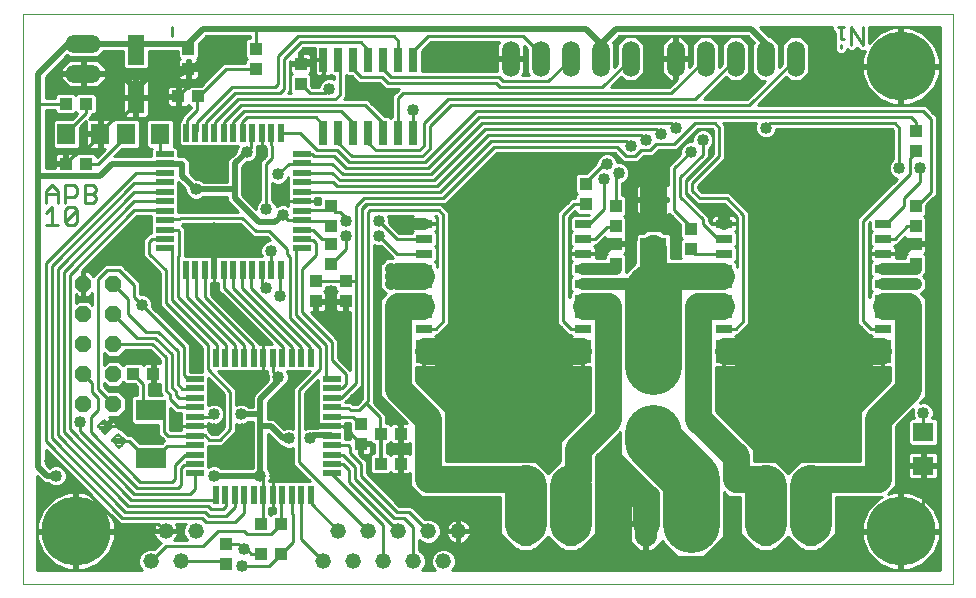
<source format=gtl>
G75*
G70*
%OFA0B0*%
%FSLAX24Y24*%
%IPPOS*%
%LPD*%
%AMOC8*
5,1,8,0,0,1.08239X$1,22.5*
%
%ADD10C,0.0000*%
%ADD11C,0.0110*%
%ADD12R,0.0551X0.0276*%
%ADD13R,0.1102X0.0846*%
%ADD14C,0.2300*%
%ADD15R,0.0260X0.0800*%
%ADD16O,0.0594X0.1187*%
%ADD17R,0.0551X0.1024*%
%ADD18R,0.0394X0.0433*%
%ADD19R,0.0630X0.0710*%
%ADD20R,0.0433X0.0394*%
%ADD21O,0.1187X0.0594*%
%ADD22OC8,0.0560*%
%ADD23R,0.0197X0.0591*%
%ADD24R,0.0591X0.0197*%
%ADD25C,0.0520*%
%ADD26C,0.0079*%
%ADD27R,0.1000X0.0700*%
%ADD28O,0.0750X0.1500*%
%ADD29R,0.0850X0.0701*%
%ADD30R,0.1240X0.0748*%
%ADD31R,0.0710X0.0630*%
%ADD32C,0.0400*%
%ADD33C,0.0400*%
%ADD34C,0.0900*%
%ADD35C,0.1900*%
%ADD36C,0.0200*%
%ADD37C,0.0100*%
%ADD38C,0.1400*%
D10*
X003134Y001673D02*
X003134Y020673D01*
X034134Y020673D01*
X034134Y001673D01*
X003134Y001673D01*
D11*
X003889Y013628D02*
X004283Y013628D01*
X004086Y013628D02*
X004086Y014219D01*
X003889Y014022D01*
X003889Y014378D02*
X003889Y014772D01*
X004086Y014969D01*
X004283Y014772D01*
X004283Y014378D01*
X004534Y014378D02*
X004534Y014969D01*
X004829Y014969D01*
X004928Y014870D01*
X004928Y014673D01*
X004829Y014575D01*
X004534Y014575D01*
X004283Y014673D02*
X003889Y014673D01*
X004534Y014120D02*
X004632Y014219D01*
X004829Y014219D01*
X004928Y014120D01*
X004534Y013726D01*
X004632Y013628D01*
X004829Y013628D01*
X004928Y013726D01*
X004928Y014120D01*
X005179Y014378D02*
X005474Y014378D01*
X005572Y014476D01*
X005572Y014575D01*
X005474Y014673D01*
X005179Y014673D01*
X005474Y014673D02*
X005572Y014772D01*
X005572Y014870D01*
X005474Y014969D01*
X005179Y014969D01*
X005179Y014378D01*
X004534Y014120D02*
X004534Y013726D01*
X030387Y019529D02*
X030387Y019628D01*
X030387Y019824D02*
X030387Y020218D01*
X030485Y020218D02*
X030288Y020218D01*
X030736Y020218D02*
X030736Y019628D01*
X030485Y019824D02*
X030387Y019824D01*
X030736Y020218D02*
X031129Y019628D01*
X031129Y020218D01*
D12*
X031784Y013673D03*
X031784Y013173D03*
X031784Y012673D03*
X031784Y012173D03*
X031784Y011673D03*
X031784Y011173D03*
X031784Y010673D03*
X031784Y010173D03*
X031784Y009673D03*
X031784Y009173D03*
X026484Y009173D03*
X026484Y009673D03*
X026484Y010173D03*
X026484Y010673D03*
X026484Y011173D03*
X026484Y011673D03*
X026484Y012173D03*
X026484Y012673D03*
X026484Y013173D03*
X026484Y013673D03*
X021784Y013673D03*
X021784Y013173D03*
X021784Y012673D03*
X021784Y012173D03*
X021784Y011673D03*
X021784Y011173D03*
X021784Y010673D03*
X021784Y010173D03*
X021784Y009673D03*
X021784Y009173D03*
X016484Y009173D03*
X016484Y009673D03*
X016484Y010173D03*
X016484Y010673D03*
X016484Y011173D03*
X016484Y011673D03*
X016484Y012173D03*
X016484Y012673D03*
X016484Y013173D03*
X016484Y013673D03*
D13*
X019134Y014273D03*
X019134Y008573D03*
X029134Y008573D03*
X029134Y014273D03*
D14*
X032384Y018923D03*
X032384Y003423D03*
X004884Y003423D03*
D15*
X013134Y016713D03*
X013634Y016713D03*
X014134Y016713D03*
X014634Y016713D03*
X015134Y016713D03*
X015634Y016713D03*
X016134Y016713D03*
X016134Y019133D03*
X015634Y019133D03*
X015134Y019133D03*
X014634Y019133D03*
X014134Y019133D03*
X013634Y019133D03*
X013134Y019133D03*
D16*
X019384Y019173D03*
X020384Y019173D03*
X021384Y019173D03*
X022384Y019173D03*
X023384Y019173D03*
X024884Y019173D03*
X025884Y019173D03*
X026884Y019173D03*
X027884Y019173D03*
X028884Y019173D03*
D17*
X006884Y019480D03*
X006884Y017866D03*
D18*
X008634Y018838D03*
X008634Y019508D03*
X010884Y019508D03*
X010884Y018838D03*
X012384Y019008D03*
X012384Y018338D03*
X013384Y014258D03*
X013384Y013588D03*
X013384Y013008D03*
X013384Y012338D03*
X012884Y011758D03*
X013884Y011758D03*
X013884Y011088D03*
X012884Y011088D03*
X014384Y007008D03*
X014384Y006338D03*
X009884Y003008D03*
X009884Y002338D03*
X022884Y012338D03*
X022884Y013008D03*
X022884Y013588D03*
X022884Y014258D03*
X021884Y014338D03*
X021884Y015008D03*
X025384Y013508D03*
X025384Y012838D03*
X032884Y013008D03*
X032884Y013588D03*
X032884Y014258D03*
X032884Y016088D03*
X032884Y016758D03*
X032884Y012338D03*
D19*
X007694Y016673D03*
X006575Y016673D03*
X005694Y016673D03*
X004575Y016673D03*
D20*
X004550Y015673D03*
X005219Y015673D03*
X005219Y017673D03*
X004550Y017673D03*
X008300Y017923D03*
X008969Y017923D03*
X007469Y008673D03*
X006800Y008673D03*
X011050Y003673D03*
X011719Y003673D03*
X011719Y002673D03*
X011050Y002673D03*
X015050Y005673D03*
X015719Y005673D03*
X015719Y006673D03*
X015050Y006673D03*
D21*
X005134Y018673D03*
X005134Y019673D03*
D22*
X005134Y011673D03*
X006134Y011673D03*
X006134Y010673D03*
X005134Y010673D03*
X005134Y009673D03*
X006134Y009673D03*
X006134Y008673D03*
X005134Y008673D03*
X005134Y007673D03*
X006134Y007673D03*
D23*
X009560Y009207D03*
X009875Y009207D03*
X010190Y009207D03*
X010505Y009207D03*
X010820Y009207D03*
X011134Y009207D03*
X011449Y009207D03*
X011764Y009207D03*
X012079Y009207D03*
X012394Y009207D03*
X012709Y009207D03*
X011709Y012140D03*
X011394Y012140D03*
X011079Y012140D03*
X010764Y012140D03*
X010449Y012140D03*
X010134Y012140D03*
X009820Y012140D03*
X009505Y012140D03*
X009190Y012140D03*
X008875Y012140D03*
X008560Y012140D03*
X008560Y016707D03*
X008875Y016707D03*
X009190Y016707D03*
X009505Y016707D03*
X009820Y016707D03*
X010134Y016707D03*
X010449Y016707D03*
X010764Y016707D03*
X011079Y016707D03*
X011394Y016707D03*
X011709Y016707D03*
X011764Y004640D03*
X011449Y004640D03*
X011134Y004640D03*
X010820Y004640D03*
X010505Y004640D03*
X010190Y004640D03*
X009875Y004640D03*
X009560Y004640D03*
X012079Y004640D03*
X012394Y004640D03*
X012709Y004640D03*
D24*
X013418Y005348D03*
X013418Y005663D03*
X013418Y005978D03*
X013418Y006293D03*
X013418Y006608D03*
X013418Y006923D03*
X013418Y007238D03*
X013418Y007553D03*
X013418Y007868D03*
X013418Y008183D03*
X013418Y008498D03*
X008851Y008498D03*
X008851Y008183D03*
X008851Y007868D03*
X008851Y007553D03*
X008851Y007238D03*
X008851Y006923D03*
X008851Y006608D03*
X008851Y006293D03*
X008851Y005978D03*
X008851Y005663D03*
X008851Y005348D03*
X007851Y012848D03*
X007851Y013163D03*
X007851Y013478D03*
X007851Y013793D03*
X007851Y014108D03*
X007851Y014423D03*
X007851Y014738D03*
X007851Y015053D03*
X007851Y015368D03*
X007851Y015683D03*
X007851Y015998D03*
X012418Y015998D03*
X012418Y015683D03*
X012418Y015368D03*
X012418Y015053D03*
X012418Y014738D03*
X012418Y014423D03*
X012418Y014108D03*
X012418Y013793D03*
X012418Y013478D03*
X012418Y013163D03*
X012418Y012848D03*
D25*
X013634Y003423D03*
X014634Y003423D03*
X015634Y003423D03*
X016634Y003423D03*
X017634Y003423D03*
X017134Y002423D03*
X016134Y002423D03*
X015134Y002423D03*
X014134Y002423D03*
X013134Y002423D03*
X008884Y003423D03*
X007884Y003423D03*
X007384Y002423D03*
X008384Y002423D03*
D26*
X006334Y006200D02*
X006085Y006449D01*
X006308Y006672D01*
X006557Y006423D01*
X006334Y006200D01*
X006412Y006278D02*
X006256Y006278D01*
X006178Y006356D02*
X006490Y006356D01*
X006546Y006434D02*
X006100Y006434D01*
X006148Y006512D02*
X006468Y006512D01*
X006390Y006590D02*
X006226Y006590D01*
X006304Y006668D02*
X006312Y006668D01*
X005861Y006674D02*
X005612Y006923D01*
X005835Y007146D01*
X006084Y006897D01*
X005861Y006674D01*
X005939Y006752D02*
X005783Y006752D01*
X005705Y006830D02*
X006017Y006830D01*
X006073Y006908D02*
X005627Y006908D01*
X005675Y006986D02*
X005995Y006986D01*
X005917Y007064D02*
X005753Y007064D01*
X005831Y007142D02*
X005839Y007142D01*
D27*
X007384Y007473D03*
X007384Y005873D03*
D28*
X019884Y003673D03*
X021384Y003673D03*
X023884Y003673D03*
X025384Y003673D03*
X027884Y003673D03*
X029384Y003673D03*
D29*
X024134Y012874D03*
X024134Y014476D03*
D30*
X024134Y008638D03*
X024134Y006709D03*
D31*
X033134Y006733D03*
X033134Y005613D03*
D32*
X031784Y009173D02*
X031634Y009173D01*
X031634Y009423D01*
X031634Y009673D01*
X031784Y009673D01*
X031134Y009673D02*
X030384Y009673D01*
X030134Y009423D01*
X030384Y009173D01*
X029884Y009423D02*
X029884Y009923D01*
X029384Y009923D02*
X029134Y009673D01*
X028884Y009423D01*
X028384Y009423D01*
X028384Y009923D01*
X028134Y009423D02*
X027884Y009673D01*
X028134Y009423D02*
X027884Y009173D01*
X027134Y009173D01*
X026634Y009173D02*
X026634Y009423D01*
X026634Y009673D01*
X026484Y009673D01*
X026484Y009173D02*
X026634Y009173D01*
X026484Y010673D02*
X026384Y010673D01*
X026384Y010923D01*
X026384Y011173D01*
X026484Y011173D01*
X026484Y011673D02*
X026384Y011673D01*
X026384Y011923D01*
X026384Y012173D01*
X026484Y012173D01*
X025884Y012173D02*
X025884Y011923D01*
X025884Y011673D01*
X024384Y011673D02*
X024134Y011923D01*
X023884Y011673D01*
X024134Y011673D02*
X022384Y011673D01*
X021784Y011673D01*
X021784Y012173D02*
X022884Y012173D01*
X022884Y012338D01*
X022384Y012723D02*
X022669Y013008D01*
X022884Y013008D01*
X023884Y013773D02*
X024384Y013773D01*
X024384Y014423D01*
X024384Y015173D01*
X023884Y015173D01*
X023884Y014423D01*
X023884Y014473D01*
X023888Y014476D01*
X024134Y014476D01*
X024381Y014476D01*
X024384Y014473D01*
X024384Y014423D01*
X023884Y014423D02*
X023884Y013773D01*
X023884Y012173D02*
X024134Y011923D01*
X024384Y012173D01*
X024134Y011673D02*
X024134Y011423D01*
X021884Y011173D02*
X021884Y010923D01*
X021884Y010673D01*
X021784Y010673D01*
X021784Y011173D02*
X021884Y011173D01*
X019884Y009923D02*
X019884Y009423D01*
X019384Y009423D01*
X019134Y009673D01*
X018884Y009423D01*
X018384Y009423D01*
X018384Y009923D01*
X017884Y009673D02*
X017134Y009673D01*
X016634Y009673D02*
X016634Y009423D01*
X016634Y009173D01*
X016484Y009173D01*
X016484Y009673D02*
X016634Y009673D01*
X017134Y009173D02*
X017884Y009173D01*
X018134Y009423D01*
X017884Y009673D01*
X018884Y009923D02*
X019134Y009673D01*
X019384Y009923D01*
X019134Y010423D02*
X018634Y010423D01*
X019134Y010423D02*
X019634Y010423D01*
X019634Y010923D02*
X019134Y010923D01*
X018634Y010923D01*
X020134Y009423D02*
X020384Y009673D01*
X021134Y009673D01*
X021134Y009173D02*
X020384Y009173D01*
X020134Y009423D01*
X021634Y009423D02*
X021634Y009173D01*
X021784Y009173D01*
X021634Y009423D02*
X021634Y009673D01*
X021784Y009673D01*
X020384Y012673D02*
X020384Y013173D01*
X020384Y013673D01*
X020384Y013173D02*
X019884Y013173D01*
X019884Y012673D01*
X019384Y012673D02*
X019384Y013173D01*
X019884Y013173D01*
X019384Y013173D02*
X019134Y012923D01*
X018884Y013173D01*
X018884Y012673D01*
X018384Y012673D02*
X018384Y013173D01*
X017884Y013173D01*
X017884Y013673D01*
X017884Y013173D02*
X017884Y012673D01*
X018384Y013173D02*
X018884Y013173D01*
X016484Y013673D02*
X015884Y013673D01*
X015884Y012173D02*
X015634Y011923D01*
X015884Y011673D01*
X015634Y011923D02*
X015384Y011673D01*
X015634Y011923D02*
X015384Y012173D01*
X016384Y012173D02*
X016384Y011923D01*
X016384Y011673D01*
X016484Y011673D01*
X016484Y012173D02*
X016384Y012173D01*
X016384Y011173D02*
X016384Y010923D01*
X016384Y010673D01*
X016484Y010673D01*
X016484Y011173D02*
X016384Y011173D01*
X026484Y013673D02*
X026484Y014123D01*
X027884Y013673D02*
X027884Y013173D01*
X027884Y012673D01*
X028384Y012673D02*
X028384Y013173D01*
X027884Y013173D01*
X028384Y013173D02*
X028884Y013173D01*
X029134Y012923D01*
X029384Y013173D01*
X029384Y012673D01*
X028884Y012673D02*
X028884Y013173D01*
X029384Y013173D02*
X029884Y013173D01*
X029884Y012673D01*
X029884Y013173D02*
X030384Y013173D01*
X030384Y012673D01*
X030384Y013173D02*
X030384Y013673D01*
X031784Y012173D02*
X032884Y012173D01*
X032884Y012338D01*
X032384Y012723D02*
X032669Y013008D01*
X032884Y013008D01*
X032884Y011673D02*
X032384Y011673D01*
X031784Y011673D01*
X031784Y011173D02*
X031884Y011173D01*
X031884Y010923D01*
X031884Y010673D01*
X031784Y010673D01*
X029634Y010423D02*
X029134Y010423D01*
X028634Y010423D01*
X028634Y010923D02*
X029134Y010923D01*
X029634Y010923D01*
X028884Y009923D02*
X029134Y009673D01*
X029384Y009423D01*
X029884Y009423D01*
D33*
X029884Y009423D03*
X029384Y009423D03*
X028884Y009423D03*
X028384Y009423D03*
X027884Y009173D03*
X027884Y009673D03*
X028384Y009923D03*
X028884Y009923D03*
X029384Y009923D03*
X029884Y009923D03*
X029634Y010423D03*
X029134Y010423D03*
X028634Y010423D03*
X028634Y010923D03*
X029134Y010923D03*
X029634Y010923D03*
X030384Y009673D03*
X030384Y009173D03*
X031134Y009173D03*
X031134Y009673D03*
X032384Y011673D03*
X032884Y011673D03*
X032384Y012723D03*
X030384Y012673D03*
X029884Y012673D03*
X029384Y012673D03*
X028884Y012673D03*
X028384Y012673D03*
X027884Y012673D03*
X027884Y013173D03*
X028384Y013173D03*
X028884Y013173D03*
X029384Y013173D03*
X029884Y013173D03*
X030384Y013173D03*
X030384Y013673D03*
X027884Y013673D03*
X026484Y014123D03*
X024384Y013773D03*
X023884Y013773D03*
X022384Y012723D03*
X022384Y011673D03*
X023884Y011673D03*
X023884Y012173D03*
X024384Y012173D03*
X024384Y011673D03*
X025884Y011673D03*
X025884Y012173D03*
X027134Y009673D03*
X027134Y009173D03*
X027884Y004923D03*
X029384Y004923D03*
X033134Y007373D03*
X025384Y004923D03*
X023384Y004923D03*
X021384Y004923D03*
X019884Y004923D03*
X015384Y007223D03*
X014184Y007823D03*
X012684Y007023D03*
X012684Y006523D03*
X011984Y006523D03*
X011984Y007023D03*
X010434Y006823D03*
X010384Y007323D03*
X009484Y007323D03*
X009484Y006823D03*
X009484Y008123D03*
X008934Y008923D03*
X007484Y008173D03*
X006484Y007073D03*
X005034Y007073D03*
X004034Y005773D03*
X004234Y005273D03*
X009484Y005273D03*
X011034Y005273D03*
X011534Y005273D03*
X010484Y002823D03*
X010434Y002273D03*
X011134Y008573D03*
X011634Y008573D03*
X011684Y011273D03*
X011234Y011523D03*
X011384Y012773D03*
X011784Y013973D03*
X011234Y014173D03*
X011784Y014573D03*
X011634Y015323D03*
X011084Y016073D03*
X010584Y016073D03*
X008884Y014823D03*
X009484Y014273D03*
X009484Y013523D03*
X007234Y013473D03*
X007084Y010973D03*
X013384Y011423D03*
X015384Y011673D03*
X015884Y011673D03*
X015884Y012173D03*
X015384Y012173D03*
X014984Y012673D03*
X014984Y013273D03*
X014984Y013773D03*
X015884Y013673D03*
X017884Y013673D03*
X017884Y013173D03*
X018384Y013173D03*
X018384Y012673D03*
X017884Y012673D03*
X018884Y012673D03*
X019384Y012673D03*
X019384Y013173D03*
X018884Y013173D03*
X019884Y013173D03*
X020384Y013173D03*
X020384Y012673D03*
X019884Y012673D03*
X020384Y013673D03*
X022484Y015173D03*
X022584Y015673D03*
X022984Y015373D03*
X023884Y015173D03*
X024384Y015173D03*
X025384Y016073D03*
X025784Y016473D03*
X024884Y016873D03*
X024384Y016673D03*
X023884Y016473D03*
X023384Y016273D03*
X027884Y016873D03*
X032334Y015523D03*
X033034Y015523D03*
X021134Y009673D03*
X021134Y009173D03*
X020384Y009173D03*
X019884Y009423D03*
X020384Y009673D03*
X019884Y009923D03*
X019384Y009923D03*
X018884Y009923D03*
X018384Y009923D03*
X017884Y009673D03*
X018384Y009423D03*
X017884Y009173D03*
X017134Y009173D03*
X017134Y009673D03*
X018634Y010423D03*
X019134Y010423D03*
X019134Y010923D03*
X018634Y010923D03*
X019634Y010923D03*
X019634Y010423D03*
X019384Y009423D03*
X018884Y009423D03*
X013884Y013273D03*
X013884Y013773D03*
X016134Y017473D03*
X015234Y017973D03*
X013334Y018173D03*
X012884Y018423D03*
X009634Y019673D03*
D34*
X019134Y014273D02*
X019134Y012923D01*
X019134Y010923D01*
X019134Y010423D01*
X019134Y009673D01*
X019134Y009423D01*
X019384Y009423D01*
X019884Y009423D01*
X020134Y009423D01*
X021634Y009423D01*
X021884Y010923D02*
X022634Y010923D01*
X022634Y007173D01*
X021634Y006173D01*
X021634Y005173D01*
X021384Y004923D01*
X019884Y004923D02*
X019634Y005173D01*
X016634Y005173D01*
X016634Y007173D01*
X015634Y008173D01*
X015634Y010923D01*
X016384Y010923D01*
X016384Y011923D02*
X015634Y011923D01*
X016634Y009423D02*
X017334Y009423D01*
X018134Y009423D01*
X018384Y009423D01*
X018884Y009423D01*
X019134Y009423D01*
X019134Y008573D01*
X024134Y008638D02*
X024134Y008923D01*
X025634Y007173D02*
X026884Y005923D01*
X026884Y005173D01*
X027634Y005173D01*
X027884Y004923D01*
X029384Y004923D02*
X029634Y005173D01*
X031634Y005173D01*
X031634Y007173D01*
X032634Y008173D01*
X032634Y010923D01*
X031884Y010923D01*
X031634Y009423D02*
X030134Y009423D01*
X029884Y009423D01*
X029384Y009423D01*
X029134Y009423D01*
X029134Y009673D01*
X029134Y010423D01*
X029134Y010923D01*
X029134Y012923D01*
X029134Y014273D01*
X026384Y011923D02*
X025884Y011923D01*
X024134Y011923D01*
X024134Y012874D01*
X024134Y011923D02*
X024134Y011423D01*
X025634Y010923D02*
X025634Y007173D01*
X026634Y009423D02*
X028134Y009423D01*
X028384Y009423D01*
X028884Y009423D01*
X029134Y009423D01*
X029134Y008573D01*
X026384Y010923D02*
X025634Y010923D01*
X023384Y004923D02*
X023884Y004423D01*
X023884Y003673D01*
D35*
X025384Y003673D02*
X025384Y004923D01*
X025384Y005173D01*
X024134Y006423D01*
X024134Y006709D01*
X024134Y008923D02*
X024134Y011423D01*
D36*
X013418Y006923D02*
X012784Y006923D01*
X012684Y007023D01*
X012784Y006623D02*
X012684Y006523D01*
X012784Y006623D02*
X013384Y006623D01*
X013399Y006608D01*
X013418Y006608D01*
X011984Y006523D02*
X011784Y006523D01*
X011384Y006923D01*
X011034Y006923D01*
X011034Y007323D01*
X011034Y007823D01*
X011634Y008423D01*
X011634Y008573D01*
X011034Y007323D02*
X010384Y007323D01*
X011034Y006923D02*
X011034Y005273D01*
X009484Y005273D01*
X004234Y005273D02*
X003934Y005273D01*
X003634Y005573D01*
X003634Y015273D01*
X005684Y015273D01*
X006084Y015673D01*
X007784Y015673D01*
X008434Y015673D01*
X008434Y015273D01*
X008884Y014823D01*
X010184Y014823D01*
X010184Y015683D01*
X010194Y015683D01*
X010584Y016073D01*
X010184Y014823D02*
X010184Y014523D01*
X010984Y013723D01*
X011534Y013723D01*
X011784Y013973D01*
X009505Y013503D02*
X009484Y013523D01*
X009505Y013503D02*
X009505Y012140D01*
X007851Y015683D02*
X007794Y015683D01*
X007784Y015673D01*
X006884Y017866D02*
X006884Y017873D01*
X006884Y018173D01*
X007384Y018673D01*
X008384Y018673D01*
X008634Y018923D01*
X008884Y018923D01*
X009634Y019673D01*
X009134Y020173D02*
X010884Y020173D01*
X021884Y020173D01*
X022384Y019673D01*
X022884Y020173D01*
X027384Y020173D01*
X027884Y019673D01*
X027884Y019173D01*
X022384Y019173D02*
X022384Y019673D01*
X009134Y020173D02*
X008634Y019673D01*
X008634Y019508D01*
X008634Y019673D02*
X006884Y019673D01*
X006884Y019480D01*
X006884Y019673D02*
X005134Y019673D01*
X004634Y019673D01*
X003634Y018673D01*
X003634Y017673D01*
X003634Y015273D01*
X006884Y018173D02*
X006384Y018673D01*
X005134Y018673D01*
X008634Y018838D02*
X008634Y018923D01*
D37*
X008586Y018918D02*
X008683Y018918D01*
X008683Y018887D02*
X008586Y018887D01*
X008586Y019141D01*
X008683Y019141D01*
X008683Y018887D01*
X008981Y018887D01*
X008981Y019117D01*
X008925Y019173D01*
X008981Y019229D01*
X008981Y019666D01*
X009238Y019923D01*
X010684Y019923D01*
X010684Y019874D01*
X010625Y019874D01*
X010538Y019786D01*
X010538Y019229D01*
X010594Y019173D01*
X010538Y019117D01*
X010538Y019023D01*
X009967Y019023D01*
X009802Y019023D01*
X009049Y018270D01*
X008690Y018270D01*
X008634Y018214D01*
X008579Y018270D01*
X008348Y018270D01*
X008348Y017972D01*
X008251Y017972D01*
X008251Y018270D01*
X008021Y018270D01*
X007933Y018182D01*
X007933Y017971D01*
X008251Y017971D01*
X008251Y017875D01*
X007933Y017875D01*
X007933Y017664D01*
X008021Y017576D01*
X008251Y017576D01*
X008251Y017874D01*
X008348Y017874D01*
X008348Y017576D01*
X008579Y017576D01*
X008634Y017632D01*
X008690Y017576D01*
X008734Y017576D01*
X008734Y017556D01*
X008384Y017206D01*
X008384Y017137D01*
X008311Y017064D01*
X008311Y016349D01*
X008399Y016261D01*
X008720Y016261D01*
X009035Y016261D01*
X009350Y016261D01*
X009665Y016261D01*
X009980Y016261D01*
X010284Y016261D01*
X010234Y016143D01*
X010234Y016077D01*
X010091Y015933D01*
X010081Y015933D01*
X009934Y015786D01*
X009934Y015579D01*
X009934Y015073D01*
X009129Y015073D01*
X009083Y015120D01*
X008954Y015173D01*
X008888Y015173D01*
X008684Y015377D01*
X008684Y015777D01*
X008538Y015923D01*
X008331Y015923D01*
X008296Y015923D01*
X008296Y016158D01*
X008208Y016246D01*
X008149Y016246D01*
X008159Y016256D01*
X008159Y017090D01*
X008071Y017178D01*
X007317Y017178D01*
X007229Y017090D01*
X007229Y016256D01*
X007317Y016168D01*
X007416Y016168D01*
X007406Y016158D01*
X007406Y015923D01*
X006167Y015923D01*
X006412Y016168D01*
X006952Y016168D01*
X007040Y016256D01*
X007040Y017090D01*
X006952Y017178D01*
X006198Y017178D01*
X006134Y017115D01*
X006071Y017178D01*
X005744Y017178D01*
X005744Y016723D01*
X005644Y016723D01*
X005644Y016623D01*
X005229Y016623D01*
X005229Y016256D01*
X005317Y016168D01*
X005644Y016168D01*
X005644Y016623D01*
X005744Y016623D01*
X005744Y016168D01*
X005847Y016168D01*
X005586Y015907D01*
X005586Y015932D01*
X005498Y016020D01*
X004940Y016020D01*
X004884Y015964D01*
X004829Y016020D01*
X004598Y016020D01*
X004598Y015722D01*
X004501Y015722D01*
X004501Y016020D01*
X004271Y016020D01*
X004183Y015932D01*
X004183Y015721D01*
X004501Y015721D01*
X004501Y015625D01*
X004183Y015625D01*
X004183Y015523D01*
X003884Y015523D01*
X003884Y017473D01*
X004183Y017473D01*
X004183Y017414D01*
X004271Y017326D01*
X004829Y017326D01*
X004884Y017382D01*
X004923Y017344D01*
X004757Y017178D01*
X004198Y017178D01*
X004110Y017090D01*
X004110Y016256D01*
X004198Y016168D01*
X004952Y016168D01*
X005040Y016256D01*
X005040Y016895D01*
X005229Y017085D01*
X005229Y016723D01*
X005644Y016723D01*
X005644Y017178D01*
X005322Y017178D01*
X005419Y017275D01*
X005419Y017326D01*
X005498Y017326D01*
X005586Y017414D01*
X005586Y017932D01*
X005498Y018020D01*
X004940Y018020D01*
X004884Y017964D01*
X004829Y018020D01*
X004271Y018020D01*
X004183Y017932D01*
X004183Y017873D01*
X003884Y017873D01*
X003884Y018570D01*
X004597Y019282D01*
X004653Y019226D01*
X005616Y019226D01*
X005813Y019423D01*
X006459Y019423D01*
X006459Y018906D01*
X006547Y018818D01*
X007222Y018818D01*
X007310Y018906D01*
X007310Y019423D01*
X008288Y019423D01*
X008288Y019229D01*
X008344Y019173D01*
X008288Y019117D01*
X008288Y018887D01*
X008586Y018887D01*
X008586Y018790D01*
X008288Y018790D01*
X008288Y018560D01*
X008375Y018472D01*
X008586Y018472D01*
X008586Y018790D01*
X008683Y018790D01*
X008683Y018887D01*
X008683Y018820D02*
X009598Y018820D01*
X009697Y018918D02*
X008981Y018918D01*
X008981Y019017D02*
X009795Y019017D01*
X009884Y018823D02*
X008984Y017923D01*
X008969Y017923D01*
X008969Y017908D01*
X008934Y017873D01*
X008934Y017473D01*
X008584Y017123D01*
X008584Y016773D01*
X008560Y016748D01*
X008560Y016707D01*
X008560Y016698D01*
X008534Y016673D01*
X008311Y016652D02*
X008159Y016652D01*
X008159Y016750D02*
X008311Y016750D01*
X008311Y016849D02*
X008159Y016849D01*
X008159Y016947D02*
X008311Y016947D01*
X008311Y017046D02*
X008159Y017046D01*
X008105Y017144D02*
X008384Y017144D01*
X008422Y017243D02*
X007261Y017243D01*
X007222Y017204D02*
X007310Y017292D01*
X007310Y017816D01*
X006935Y017816D01*
X006935Y017916D01*
X007310Y017916D01*
X007310Y018440D01*
X007222Y018528D01*
X006934Y018528D01*
X006934Y017916D01*
X006835Y017916D01*
X006835Y018528D01*
X006547Y018528D01*
X006459Y018440D01*
X006459Y017916D01*
X006834Y017916D01*
X006834Y017816D01*
X006459Y017816D01*
X006459Y017292D01*
X006547Y017204D01*
X006835Y017204D01*
X006835Y017816D01*
X006934Y017816D01*
X006934Y017204D01*
X007222Y017204D01*
X007284Y017144D02*
X006985Y017144D01*
X006934Y017243D02*
X006835Y017243D01*
X006835Y017341D02*
X006934Y017341D01*
X006934Y017440D02*
X006835Y017440D01*
X006835Y017539D02*
X006934Y017539D01*
X006884Y017623D02*
X006834Y017623D01*
X006434Y017223D01*
X006184Y017223D01*
X005694Y016733D01*
X005694Y016673D01*
X005694Y016633D01*
X005134Y016073D01*
X004934Y016073D01*
X004550Y015688D01*
X004550Y015673D01*
X004501Y015666D02*
X003884Y015666D01*
X003884Y015568D02*
X004183Y015568D01*
X004183Y015765D02*
X003884Y015765D01*
X003884Y015863D02*
X004183Y015863D01*
X004213Y015962D02*
X003884Y015962D01*
X003884Y016060D02*
X005739Y016060D01*
X005641Y015962D02*
X005556Y015962D01*
X005634Y015673D02*
X005219Y015673D01*
X004598Y015765D02*
X004501Y015765D01*
X004501Y015863D02*
X004598Y015863D01*
X004598Y015962D02*
X004501Y015962D01*
X004110Y016257D02*
X003884Y016257D01*
X003884Y016159D02*
X005838Y016159D01*
X005744Y016257D02*
X005644Y016257D01*
X005644Y016356D02*
X005744Y016356D01*
X005744Y016455D02*
X005644Y016455D01*
X005644Y016553D02*
X005744Y016553D01*
X005644Y016652D02*
X005040Y016652D01*
X005040Y016750D02*
X005229Y016750D01*
X005229Y016849D02*
X005040Y016849D01*
X005091Y016947D02*
X005229Y016947D01*
X005229Y017046D02*
X005190Y017046D01*
X005387Y017243D02*
X006508Y017243D01*
X006459Y017341D02*
X005513Y017341D01*
X005586Y017440D02*
X006459Y017440D01*
X006459Y017539D02*
X005586Y017539D01*
X005586Y017637D02*
X006459Y017637D01*
X006459Y017736D02*
X005586Y017736D01*
X005586Y017834D02*
X006834Y017834D01*
X006884Y017873D02*
X006884Y017623D01*
X006835Y017637D02*
X006934Y017637D01*
X006934Y017736D02*
X006835Y017736D01*
X006935Y017834D02*
X007933Y017834D01*
X007933Y017736D02*
X007310Y017736D01*
X007310Y017637D02*
X007960Y017637D01*
X008251Y017637D02*
X008348Y017637D01*
X008348Y017736D02*
X008251Y017736D01*
X008251Y017834D02*
X008348Y017834D01*
X008300Y017923D02*
X008284Y017923D01*
X008634Y018273D01*
X008634Y018838D01*
X008586Y018820D02*
X007223Y018820D01*
X007310Y018918D02*
X008288Y018918D01*
X008288Y019017D02*
X007310Y019017D01*
X007310Y019115D02*
X008288Y019115D01*
X008303Y019214D02*
X007310Y019214D01*
X007310Y019312D02*
X008288Y019312D01*
X008288Y019411D02*
X007310Y019411D01*
X008084Y019923D02*
X008084Y020223D01*
X009021Y019706D02*
X010538Y019706D01*
X010538Y019608D02*
X008981Y019608D01*
X008981Y019509D02*
X010538Y019509D01*
X010538Y019411D02*
X008981Y019411D01*
X008981Y019312D02*
X010538Y019312D01*
X010553Y019214D02*
X008966Y019214D01*
X008981Y019115D02*
X010538Y019115D01*
X010834Y018823D02*
X009884Y018823D01*
X009500Y018721D02*
X008981Y018721D01*
X008981Y018790D02*
X008683Y018790D01*
X008683Y018472D01*
X008893Y018472D01*
X008981Y018560D01*
X008981Y018790D01*
X008981Y018623D02*
X009401Y018623D01*
X009303Y018524D02*
X008946Y018524D01*
X009106Y018327D02*
X007310Y018327D01*
X007310Y018425D02*
X009204Y018425D01*
X008683Y018524D02*
X008586Y018524D01*
X008586Y018623D02*
X008683Y018623D01*
X008683Y018721D02*
X008586Y018721D01*
X008586Y019017D02*
X008683Y019017D01*
X008683Y019115D02*
X008586Y019115D01*
X008288Y018721D02*
X005183Y018721D01*
X005878Y018721D01*
X005878Y018858D01*
X005616Y019120D01*
X005183Y019120D01*
X005183Y018722D01*
X005086Y018722D01*
X005086Y019120D01*
X004653Y019120D01*
X004391Y018858D01*
X004391Y018721D01*
X005086Y018721D01*
X004036Y018721D01*
X003937Y018623D02*
X004391Y018623D01*
X004391Y018625D02*
X004391Y018488D01*
X004653Y018226D01*
X005086Y018226D01*
X005086Y018624D01*
X005183Y018624D01*
X005183Y018226D01*
X005616Y018226D01*
X005878Y018488D01*
X005878Y018625D01*
X005183Y018625D01*
X005183Y018721D01*
X005086Y018721D02*
X005086Y018625D01*
X004391Y018625D01*
X004391Y018524D02*
X003884Y018524D01*
X003884Y018425D02*
X004453Y018425D01*
X004552Y018327D02*
X003884Y018327D01*
X003884Y018228D02*
X004650Y018228D01*
X005086Y018228D02*
X005183Y018228D01*
X005183Y018327D02*
X005086Y018327D01*
X005086Y018425D02*
X005183Y018425D01*
X005183Y018524D02*
X005086Y018524D01*
X005086Y018623D02*
X005183Y018623D01*
X005183Y018820D02*
X005086Y018820D01*
X005086Y018918D02*
X005183Y018918D01*
X005183Y019017D02*
X005086Y019017D01*
X005086Y019115D02*
X005183Y019115D01*
X004648Y019115D02*
X004430Y019115D01*
X004332Y019017D02*
X004549Y019017D01*
X004451Y018918D02*
X004233Y018918D01*
X004134Y018820D02*
X004391Y018820D01*
X004529Y019214D02*
X006459Y019214D01*
X006459Y019312D02*
X005702Y019312D01*
X005801Y019411D02*
X006459Y019411D01*
X006459Y019115D02*
X005621Y019115D01*
X005720Y019017D02*
X006459Y019017D01*
X006459Y018918D02*
X005818Y018918D01*
X005878Y018820D02*
X006545Y018820D01*
X006543Y018524D02*
X005878Y018524D01*
X005878Y018623D02*
X008288Y018623D01*
X008323Y018524D02*
X007226Y018524D01*
X006934Y018524D02*
X006835Y018524D01*
X006835Y018425D02*
X006934Y018425D01*
X006934Y018327D02*
X006835Y018327D01*
X006835Y018228D02*
X006934Y018228D01*
X006934Y018130D02*
X006835Y018130D01*
X006835Y018031D02*
X006934Y018031D01*
X006934Y017933D02*
X006835Y017933D01*
X006459Y017933D02*
X005585Y017933D01*
X005619Y018228D02*
X006459Y018228D01*
X006459Y018130D02*
X003884Y018130D01*
X003884Y018031D02*
X006459Y018031D01*
X006459Y018327D02*
X005717Y018327D01*
X005816Y018425D02*
X006459Y018425D01*
X007310Y018228D02*
X007980Y018228D01*
X007933Y018130D02*
X007310Y018130D01*
X007310Y018031D02*
X007933Y018031D01*
X008251Y018031D02*
X008348Y018031D01*
X008348Y018130D02*
X008251Y018130D01*
X008251Y018228D02*
X008348Y018228D01*
X008620Y018228D02*
X008649Y018228D01*
X008251Y017933D02*
X007310Y017933D01*
X007310Y017539D02*
X008717Y017539D01*
X008619Y017440D02*
X007310Y017440D01*
X007310Y017341D02*
X008520Y017341D01*
X008934Y017073D02*
X008934Y016773D01*
X008875Y016713D01*
X008875Y016707D01*
X009190Y016707D02*
X009218Y016707D01*
X009234Y016723D01*
X009234Y017073D01*
X010184Y018023D01*
X011684Y018023D01*
X011834Y018173D01*
X011834Y019173D01*
X012384Y019723D01*
X014384Y019723D01*
X014634Y019473D01*
X014634Y019133D01*
X015134Y019133D02*
X015134Y018823D01*
X015384Y018573D01*
X018984Y018573D01*
X019134Y018423D01*
X020634Y018423D01*
X021384Y019173D01*
X020384Y019173D02*
X020384Y019323D01*
X019784Y019923D01*
X016634Y019923D01*
X016134Y019423D01*
X016134Y019133D01*
X016134Y019123D01*
X016414Y019115D02*
X018938Y019115D01*
X018938Y019125D02*
X018938Y018773D01*
X016414Y018773D01*
X016414Y019420D01*
X016717Y019723D01*
X019006Y019723D01*
X018938Y019655D01*
X018938Y019221D01*
X019336Y019221D01*
X019336Y019125D01*
X018938Y019125D01*
X018938Y019017D02*
X016414Y019017D01*
X016414Y018918D02*
X018938Y018918D01*
X018938Y018820D02*
X016414Y018820D01*
X016414Y019214D02*
X019336Y019214D01*
X019433Y019214D02*
X019938Y019214D01*
X019938Y019312D02*
X019831Y019312D01*
X019831Y019221D02*
X019831Y019593D01*
X019938Y019487D01*
X019938Y018691D01*
X020006Y018623D01*
X019763Y018623D01*
X019831Y018691D01*
X019831Y019125D01*
X019433Y019125D01*
X019433Y019221D01*
X019831Y019221D01*
X019831Y019115D02*
X019938Y019115D01*
X019938Y019017D02*
X019831Y019017D01*
X019831Y018918D02*
X019938Y018918D01*
X019938Y018820D02*
X019831Y018820D01*
X019831Y018721D02*
X019938Y018721D01*
X019938Y019411D02*
X019831Y019411D01*
X019831Y019509D02*
X019915Y019509D01*
X018989Y019706D02*
X016701Y019706D01*
X016602Y019608D02*
X018938Y019608D01*
X018938Y019509D02*
X016504Y019509D01*
X016414Y019411D02*
X018938Y019411D01*
X018938Y019312D02*
X016414Y019312D01*
X015634Y019133D02*
X015634Y019773D01*
X015484Y019923D01*
X012284Y019923D01*
X011634Y019273D01*
X011634Y018323D01*
X011534Y018223D01*
X010084Y018223D01*
X008934Y017073D01*
X009534Y017073D02*
X009534Y016773D01*
X009484Y016723D01*
X009501Y016707D01*
X009505Y016707D01*
X009820Y016707D02*
X009820Y016758D01*
X009834Y016773D01*
X009834Y017073D01*
X010384Y017623D01*
X014534Y017623D01*
X015134Y017023D01*
X015134Y016713D01*
X014634Y016713D02*
X014634Y016373D01*
X014884Y016123D01*
X016334Y016123D01*
X016484Y016273D01*
X016484Y017023D01*
X017284Y017823D01*
X025534Y017823D01*
X026884Y019173D01*
X027331Y019214D02*
X027438Y019214D01*
X027438Y019312D02*
X027331Y019312D01*
X027331Y019411D02*
X027438Y019411D01*
X027438Y019509D02*
X027331Y019509D01*
X027331Y019608D02*
X027438Y019608D01*
X027438Y019655D02*
X027438Y018691D01*
X027699Y018429D01*
X027858Y018429D01*
X027252Y017823D01*
X025817Y017823D01*
X026561Y018567D01*
X026699Y018429D01*
X027070Y018429D01*
X027331Y018691D01*
X027331Y019655D01*
X027070Y019917D01*
X026699Y019917D01*
X026438Y019655D01*
X026438Y019009D01*
X026331Y018903D01*
X026331Y019655D01*
X026070Y019917D01*
X025699Y019917D01*
X025438Y019655D01*
X025438Y019009D01*
X025331Y018903D01*
X025331Y019125D01*
X024933Y019125D01*
X024933Y019221D01*
X025331Y019221D01*
X025331Y019655D01*
X025070Y019917D01*
X024933Y019917D01*
X024933Y019222D01*
X024836Y019222D01*
X024836Y019917D01*
X024699Y019917D01*
X024438Y019655D01*
X024438Y019221D01*
X024836Y019221D01*
X024836Y019125D01*
X024438Y019125D01*
X024438Y018691D01*
X024699Y018429D01*
X024836Y018429D01*
X024836Y019124D01*
X024933Y019124D01*
X024933Y018504D01*
X024652Y018223D01*
X022717Y018223D01*
X023061Y018567D01*
X023199Y018429D01*
X023570Y018429D01*
X023831Y018691D01*
X023831Y019655D01*
X023570Y019917D01*
X023199Y019917D01*
X022938Y019655D01*
X022938Y019009D01*
X022831Y018903D01*
X022831Y019655D01*
X022776Y019711D01*
X022988Y019923D01*
X027281Y019923D01*
X027493Y019711D01*
X027438Y019655D01*
X027489Y019706D02*
X027280Y019706D01*
X027181Y019805D02*
X027399Y019805D01*
X027300Y019904D02*
X027083Y019904D01*
X026686Y019904D02*
X026083Y019904D01*
X026181Y019805D02*
X026588Y019805D01*
X026489Y019706D02*
X026280Y019706D01*
X026331Y019608D02*
X026438Y019608D01*
X026438Y019509D02*
X026331Y019509D01*
X026331Y019411D02*
X026438Y019411D01*
X026438Y019312D02*
X026331Y019312D01*
X026331Y019214D02*
X026438Y019214D01*
X026438Y019115D02*
X026331Y019115D01*
X026331Y019017D02*
X026438Y019017D01*
X026347Y018918D02*
X026331Y018918D01*
X026518Y018524D02*
X026605Y018524D01*
X026420Y018425D02*
X027854Y018425D01*
X027756Y018327D02*
X026321Y018327D01*
X026223Y018228D02*
X027657Y018228D01*
X027558Y018130D02*
X026124Y018130D01*
X026025Y018031D02*
X027460Y018031D01*
X027361Y017933D02*
X025927Y017933D01*
X025828Y017834D02*
X027263Y017834D01*
X027334Y017623D02*
X017384Y017623D01*
X016684Y016923D01*
X016684Y016173D01*
X016434Y015923D01*
X014084Y015923D01*
X013634Y016373D01*
X013634Y016713D01*
X014134Y016713D02*
X014134Y017023D01*
X013734Y017423D01*
X010484Y017423D01*
X010134Y017073D01*
X010134Y016707D01*
X010434Y016723D02*
X010434Y017073D01*
X010584Y017223D01*
X012884Y017223D01*
X013134Y016973D01*
X013134Y016713D01*
X012934Y016123D02*
X013584Y016123D01*
X013984Y015723D01*
X016534Y015723D01*
X018234Y017423D01*
X033134Y017423D01*
X033384Y017173D01*
X033384Y014723D01*
X032969Y014308D01*
X032884Y014258D01*
X033231Y014287D02*
X033684Y014287D01*
X033684Y014385D02*
X033329Y014385D01*
X033231Y014287D02*
X033467Y014523D01*
X033467Y014523D01*
X033584Y014640D01*
X033584Y017256D01*
X033467Y017373D01*
X033217Y017623D01*
X033052Y017623D01*
X027617Y017623D01*
X028561Y018567D01*
X028699Y018429D01*
X029070Y018429D01*
X029331Y018691D01*
X029331Y019655D01*
X029070Y019917D01*
X028699Y019917D01*
X028438Y019655D01*
X028438Y019009D01*
X028331Y018903D01*
X028331Y019655D01*
X028070Y019917D01*
X027994Y019917D01*
X027988Y019923D01*
X027688Y020223D01*
X030083Y020223D01*
X030083Y020133D01*
X030182Y020035D01*
X030182Y019739D01*
X030195Y019726D01*
X030182Y019712D01*
X030182Y019444D01*
X030302Y019324D01*
X030471Y019324D01*
X030592Y019444D01*
X030592Y019482D01*
X030651Y019423D01*
X030821Y019423D01*
X030933Y019535D01*
X030970Y019497D01*
X031045Y019423D01*
X031184Y019423D01*
X031084Y019182D01*
X031084Y018973D01*
X032334Y018973D01*
X032334Y018873D01*
X031084Y018873D01*
X031084Y018664D01*
X031282Y018187D01*
X031648Y017821D01*
X032126Y017623D01*
X032334Y017623D01*
X032334Y018873D01*
X032434Y018873D01*
X032434Y017623D01*
X032643Y017623D01*
X033121Y017821D01*
X033487Y018187D01*
X033684Y018664D01*
X033684Y018873D01*
X032435Y018873D01*
X032435Y018973D01*
X033684Y018973D01*
X033684Y019182D01*
X033487Y019659D01*
X033121Y020025D01*
X032643Y020223D01*
X032434Y020223D01*
X032434Y018973D01*
X032334Y018973D01*
X032334Y020223D01*
X032126Y020223D01*
X031648Y020025D01*
X031334Y019711D01*
X031334Y020223D01*
X033684Y020223D01*
X033684Y002123D01*
X017414Y002123D01*
X017482Y002191D01*
X017544Y002341D01*
X017544Y002505D01*
X017482Y002655D01*
X017367Y002771D01*
X017216Y002833D01*
X017053Y002833D01*
X016902Y002771D01*
X016787Y002655D01*
X016724Y002505D01*
X016724Y002341D01*
X016787Y002191D01*
X016855Y002123D01*
X016414Y002123D01*
X016482Y002191D01*
X016544Y002341D01*
X016544Y002505D01*
X016482Y002655D01*
X016367Y002771D01*
X016334Y002784D01*
X016334Y003143D01*
X016402Y003075D01*
X016553Y003013D01*
X016716Y003013D01*
X016867Y003075D01*
X016982Y003191D01*
X017044Y003341D01*
X017044Y003505D01*
X016982Y003655D01*
X016867Y003771D01*
X016716Y003833D01*
X016553Y003833D01*
X016521Y003820D01*
X016067Y004273D01*
X015902Y004273D01*
X015667Y004273D01*
X014584Y005356D01*
X014584Y005756D01*
X014467Y005873D01*
X014336Y006004D01*
X014336Y006290D01*
X014433Y006290D01*
X014433Y006387D01*
X014711Y006387D01*
X014771Y006326D01*
X014834Y006326D01*
X014834Y006020D01*
X014771Y006020D01*
X014683Y005932D01*
X014683Y005414D01*
X014771Y005326D01*
X015329Y005326D01*
X015384Y005382D01*
X015440Y005326D01*
X015671Y005326D01*
X015671Y005624D01*
X015768Y005624D01*
X015768Y005326D01*
X015998Y005326D01*
X016034Y005363D01*
X016034Y004925D01*
X015015Y004925D01*
X014917Y005024D02*
X016034Y005024D01*
X016034Y005122D02*
X014818Y005122D01*
X014720Y005221D02*
X016034Y005221D01*
X016034Y005319D02*
X014621Y005319D01*
X014584Y005418D02*
X014683Y005418D01*
X014683Y005516D02*
X014584Y005516D01*
X014584Y005615D02*
X014683Y005615D01*
X014683Y005713D02*
X014584Y005713D01*
X014528Y005812D02*
X014683Y005812D01*
X014683Y005910D02*
X014430Y005910D01*
X014433Y005972D02*
X014643Y005972D01*
X014731Y006060D01*
X014731Y006290D01*
X014433Y006290D01*
X014433Y005972D01*
X014433Y006009D02*
X014336Y006009D01*
X014336Y006108D02*
X014433Y006108D01*
X014433Y006206D02*
X014336Y006206D01*
X014384Y006323D02*
X013784Y006923D01*
X013418Y006923D01*
X013418Y006923D01*
X013863Y006923D01*
X013863Y006762D01*
X013863Y006493D01*
X013882Y006493D01*
X014038Y006493D01*
X014038Y006617D01*
X014094Y006673D01*
X014038Y006729D01*
X014038Y007023D01*
X013863Y007023D01*
X013863Y006923D01*
X013418Y006923D01*
X012973Y006923D01*
X012973Y006873D01*
X012888Y006873D01*
X012754Y006873D01*
X012615Y006873D01*
X012534Y006840D01*
X012534Y008040D01*
X012973Y008479D01*
X012973Y008337D01*
X012973Y008029D01*
X012973Y007707D01*
X012973Y007392D01*
X012973Y007077D01*
X012973Y006923D01*
X013418Y006923D01*
X013418Y006923D01*
X013434Y007223D02*
X014134Y007223D01*
X014350Y007008D01*
X014384Y007008D01*
X014038Y006994D02*
X013863Y006994D01*
X013863Y006896D02*
X014038Y006896D01*
X014038Y006797D02*
X013863Y006797D01*
X013863Y006699D02*
X014068Y006699D01*
X014038Y006600D02*
X013863Y006600D01*
X013863Y006502D02*
X014038Y006502D01*
X013964Y006293D02*
X014034Y006223D01*
X014034Y006023D01*
X014384Y005673D01*
X014384Y005273D01*
X015584Y004073D01*
X015984Y004073D01*
X016634Y003423D01*
X017006Y003250D02*
X017262Y003250D01*
X017287Y003191D02*
X017402Y003075D01*
X017553Y003013D01*
X017604Y003013D01*
X017604Y003393D01*
X017224Y003393D01*
X017224Y003341D01*
X017287Y003191D01*
X017326Y003151D02*
X016942Y003151D01*
X016812Y003053D02*
X017457Y003053D01*
X017604Y003053D02*
X017664Y003053D01*
X017664Y003013D02*
X017716Y003013D01*
X017867Y003075D01*
X017982Y003191D01*
X018044Y003341D01*
X018044Y003393D01*
X017665Y003393D01*
X017665Y003453D01*
X018044Y003453D01*
X018044Y003505D01*
X017982Y003655D01*
X017867Y003771D01*
X017716Y003833D01*
X017664Y003833D01*
X017664Y003453D01*
X017604Y003453D01*
X017604Y003393D01*
X017664Y003393D01*
X017664Y003013D01*
X017664Y003151D02*
X017604Y003151D01*
X017604Y003250D02*
X017664Y003250D01*
X017664Y003348D02*
X017604Y003348D01*
X017634Y003423D02*
X017634Y004473D01*
X017534Y004573D01*
X016384Y004573D01*
X015734Y005223D01*
X015734Y005623D01*
X015719Y005638D01*
X015719Y005673D01*
X015734Y005673D01*
X015734Y006673D01*
X015719Y006673D01*
X015719Y006708D01*
X015734Y006723D01*
X015734Y006873D01*
X015384Y007223D01*
X014834Y007773D01*
X014834Y012523D01*
X014984Y012673D01*
X014834Y012710D02*
X015265Y012710D01*
X015363Y012611D02*
X014834Y012611D01*
X014834Y012513D02*
X015229Y012513D01*
X015240Y012523D02*
X015186Y012470D01*
X015088Y012371D01*
X015034Y012318D01*
X015034Y012172D01*
X015034Y011675D01*
X015034Y011603D01*
X015034Y011528D01*
X015088Y011475D01*
X015088Y011475D01*
X015186Y011376D01*
X015186Y011376D01*
X015213Y011350D01*
X015034Y011172D01*
X015034Y007925D01*
X015386Y007573D01*
X015939Y007020D01*
X015768Y007020D01*
X015768Y006722D01*
X015671Y006722D01*
X015671Y007020D01*
X015440Y007020D01*
X015384Y006964D01*
X015329Y007020D01*
X015234Y007020D01*
X015234Y007140D01*
X015234Y007306D01*
X014834Y007706D01*
X014834Y007856D01*
X014834Y012956D01*
X014915Y012923D01*
X015052Y012923D01*
X015452Y012523D01*
X015386Y012523D01*
X015240Y012523D01*
X015186Y012470D02*
X015186Y012470D01*
X015131Y012414D02*
X014834Y012414D01*
X014834Y012316D02*
X015034Y012316D01*
X015088Y012371D02*
X015088Y012371D01*
X015034Y012217D02*
X014834Y012217D01*
X014834Y012119D02*
X015034Y012119D01*
X015034Y012020D02*
X014834Y012020D01*
X014834Y011922D02*
X015034Y011922D01*
X015034Y011823D02*
X014834Y011823D01*
X014834Y011724D02*
X015034Y011724D01*
X015034Y011626D02*
X014834Y011626D01*
X014834Y011527D02*
X015035Y011527D01*
X015134Y011429D02*
X014834Y011429D01*
X014834Y011330D02*
X015193Y011330D01*
X015095Y011232D02*
X014834Y011232D01*
X014834Y011133D02*
X015034Y011133D01*
X015034Y011035D02*
X014834Y011035D01*
X014834Y010936D02*
X015034Y010936D01*
X015034Y010838D02*
X014834Y010838D01*
X014834Y010739D02*
X015034Y010739D01*
X015034Y010641D02*
X014834Y010641D01*
X014834Y010542D02*
X015034Y010542D01*
X015034Y010443D02*
X014834Y010443D01*
X014834Y010345D02*
X015034Y010345D01*
X015034Y010246D02*
X014834Y010246D01*
X014834Y010148D02*
X015034Y010148D01*
X015034Y010049D02*
X014834Y010049D01*
X014834Y009951D02*
X015034Y009951D01*
X015034Y009852D02*
X014834Y009852D01*
X014834Y009754D02*
X015034Y009754D01*
X015034Y009655D02*
X014834Y009655D01*
X014834Y009557D02*
X015034Y009557D01*
X015034Y009458D02*
X014834Y009458D01*
X014834Y009359D02*
X015034Y009359D01*
X015034Y009261D02*
X014834Y009261D01*
X014834Y009162D02*
X015034Y009162D01*
X015034Y009064D02*
X014834Y009064D01*
X014834Y008965D02*
X015034Y008965D01*
X015034Y008867D02*
X014834Y008867D01*
X014834Y008768D02*
X015034Y008768D01*
X015034Y008670D02*
X014834Y008670D01*
X014834Y008571D02*
X015034Y008571D01*
X015034Y008473D02*
X014834Y008473D01*
X014834Y008374D02*
X015034Y008374D01*
X015034Y008275D02*
X014834Y008275D01*
X014834Y008177D02*
X015034Y008177D01*
X015034Y008078D02*
X014834Y008078D01*
X014834Y007980D02*
X015034Y007980D01*
X015078Y007881D02*
X014834Y007881D01*
X014834Y007783D02*
X015176Y007783D01*
X015275Y007684D02*
X014856Y007684D01*
X014955Y007586D02*
X015373Y007586D01*
X015472Y007487D02*
X015053Y007487D01*
X015152Y007389D02*
X015570Y007389D01*
X015669Y007290D02*
X015234Y007290D01*
X015234Y007191D02*
X015768Y007191D01*
X015866Y007093D02*
X015234Y007093D01*
X015354Y006994D02*
X015415Y006994D01*
X015671Y006994D02*
X015768Y006994D01*
X015768Y006896D02*
X015671Y006896D01*
X015671Y006797D02*
X015768Y006797D01*
X015768Y006624D02*
X015768Y006326D01*
X015998Y006326D01*
X016034Y006363D01*
X016034Y005983D01*
X015998Y006020D01*
X015768Y006020D01*
X015768Y005722D01*
X015671Y005722D01*
X015671Y006020D01*
X015440Y006020D01*
X015384Y005964D01*
X015329Y006020D01*
X015250Y006020D01*
X015250Y006326D01*
X015329Y006326D01*
X015384Y006382D01*
X015440Y006326D01*
X015671Y006326D01*
X015671Y006624D01*
X015768Y006624D01*
X015768Y006600D02*
X015671Y006600D01*
X015671Y006502D02*
X015768Y006502D01*
X015768Y006403D02*
X015671Y006403D01*
X016034Y006305D02*
X015250Y006305D01*
X015250Y006206D02*
X016034Y006206D01*
X016034Y006108D02*
X015250Y006108D01*
X015339Y006009D02*
X015430Y006009D01*
X015671Y006009D02*
X015768Y006009D01*
X015768Y005910D02*
X015671Y005910D01*
X015671Y005812D02*
X015768Y005812D01*
X015768Y005615D02*
X015671Y005615D01*
X015671Y005516D02*
X015768Y005516D01*
X015768Y005418D02*
X015671Y005418D01*
X016034Y004925D02*
X016386Y004573D01*
X016883Y004573D01*
X019034Y004573D01*
X019034Y003321D01*
X019532Y002823D01*
X019617Y002823D01*
X019667Y002773D01*
X020102Y002773D01*
X020152Y002823D01*
X020237Y002823D01*
X020634Y003221D01*
X021032Y002823D01*
X021117Y002823D01*
X021167Y002773D01*
X021602Y002773D01*
X021652Y002823D01*
X021737Y002823D01*
X022234Y003321D01*
X022234Y004925D01*
X024077Y004925D01*
X024175Y004826D02*
X022234Y004826D01*
X022234Y004728D02*
X024274Y004728D01*
X024284Y004717D02*
X024284Y004467D01*
X024284Y004390D01*
X024102Y004573D01*
X023934Y004573D01*
X023934Y003723D01*
X023834Y003723D01*
X023834Y003623D01*
X023359Y003623D01*
X023359Y003081D01*
X023667Y002773D01*
X023834Y002773D01*
X023834Y003623D01*
X023934Y003623D01*
X023934Y002773D01*
X024102Y002773D01*
X024409Y003081D01*
X024409Y003093D01*
X024929Y002573D01*
X025840Y002573D01*
X026484Y003217D01*
X026484Y004467D01*
X026484Y004717D01*
X026484Y004725D01*
X026636Y004573D01*
X027034Y004573D01*
X027034Y003321D01*
X027532Y002823D01*
X027617Y002823D01*
X027667Y002773D01*
X028102Y002773D01*
X028152Y002823D01*
X028237Y002823D01*
X028634Y003221D01*
X029032Y002823D01*
X029117Y002823D01*
X029167Y002773D01*
X029602Y002773D01*
X029652Y002823D01*
X029737Y002823D01*
X030234Y003321D01*
X030234Y004573D01*
X031764Y004573D01*
X031648Y004525D01*
X031282Y004159D01*
X031084Y003682D01*
X031084Y003473D01*
X032334Y003473D01*
X032334Y003373D01*
X031084Y003373D01*
X031084Y003164D01*
X031282Y002687D01*
X031648Y002321D01*
X032126Y002123D01*
X032334Y002123D01*
X032334Y003373D01*
X032434Y003373D01*
X032434Y002123D01*
X032643Y002123D01*
X033121Y002321D01*
X033487Y002687D01*
X033684Y003164D01*
X033684Y003373D01*
X032435Y003373D01*
X032435Y003473D01*
X033684Y003473D01*
X033684Y003682D01*
X033487Y004159D01*
X033121Y004525D01*
X032643Y004723D01*
X032434Y004723D01*
X032434Y003473D01*
X032334Y003473D01*
X032334Y004723D01*
X032126Y004723D01*
X031967Y004657D01*
X032234Y004925D01*
X033684Y004925D01*
X033684Y005024D02*
X032234Y005024D01*
X032234Y005122D02*
X033684Y005122D01*
X033684Y005221D02*
X033624Y005221D01*
X033639Y005236D02*
X033639Y005563D01*
X033185Y005563D01*
X033185Y005663D01*
X033639Y005663D01*
X033639Y005990D01*
X033552Y006078D01*
X033184Y006078D01*
X033184Y005663D01*
X033085Y005663D01*
X033085Y006078D01*
X032717Y006078D01*
X032630Y005990D01*
X032630Y005663D01*
X033084Y005663D01*
X033084Y005563D01*
X032630Y005563D01*
X032630Y005236D01*
X032717Y005148D01*
X033085Y005148D01*
X033085Y005563D01*
X033184Y005563D01*
X033184Y005148D01*
X033552Y005148D01*
X033639Y005236D01*
X033639Y005319D02*
X033684Y005319D01*
X033684Y005418D02*
X033639Y005418D01*
X033639Y005516D02*
X033684Y005516D01*
X033684Y005615D02*
X033185Y005615D01*
X033134Y005613D02*
X033134Y004173D01*
X032384Y003423D01*
X032334Y003447D02*
X030234Y003447D01*
X030234Y003545D02*
X031084Y003545D01*
X031084Y003644D02*
X030234Y003644D01*
X030234Y003742D02*
X031110Y003742D01*
X031151Y003841D02*
X030234Y003841D01*
X030234Y003940D02*
X031191Y003940D01*
X031232Y004038D02*
X030234Y004038D01*
X030234Y004137D02*
X031273Y004137D01*
X031358Y004235D02*
X030234Y004235D01*
X030234Y004334D02*
X031457Y004334D01*
X031555Y004432D02*
X030234Y004432D01*
X030234Y004531D02*
X031662Y004531D01*
X032038Y004728D02*
X033684Y004728D01*
X033684Y004826D02*
X032136Y004826D01*
X032234Y004925D02*
X032234Y005422D01*
X032234Y006925D01*
X032807Y007497D01*
X032784Y007443D01*
X032784Y007303D01*
X032828Y007198D01*
X032717Y007198D01*
X032630Y007110D01*
X032630Y006356D01*
X032717Y006268D01*
X033552Y006268D01*
X033639Y006356D01*
X033639Y007110D01*
X033552Y007198D01*
X033441Y007198D01*
X033484Y007303D01*
X033484Y007443D01*
X033431Y007571D01*
X033333Y007670D01*
X033204Y007723D01*
X033065Y007723D01*
X033010Y007700D01*
X033234Y007925D01*
X033234Y008422D01*
X033234Y011172D01*
X033056Y011350D01*
X033083Y011376D01*
X033181Y011475D01*
X033234Y011528D01*
X033234Y011818D01*
X033181Y011871D01*
X033181Y011871D01*
X033129Y011923D01*
X033234Y012028D01*
X033234Y012318D01*
X033234Y012483D01*
X033231Y012486D01*
X033231Y012617D01*
X033175Y012673D01*
X033231Y012729D01*
X033231Y012959D01*
X032933Y012959D01*
X032933Y013056D01*
X033231Y013056D01*
X033231Y013286D01*
X033220Y013298D01*
X033231Y013310D01*
X033231Y013867D01*
X033175Y013923D01*
X033231Y013979D01*
X033231Y014287D01*
X033231Y014188D02*
X033684Y014188D01*
X033684Y014090D02*
X033231Y014090D01*
X033231Y013991D02*
X033684Y013991D01*
X033684Y013892D02*
X033206Y013892D01*
X033231Y013794D02*
X033684Y013794D01*
X033684Y013695D02*
X033231Y013695D01*
X033231Y013597D02*
X033684Y013597D01*
X033684Y013498D02*
X033231Y013498D01*
X033231Y013400D02*
X033684Y013400D01*
X033684Y013301D02*
X033223Y013301D01*
X033231Y013203D02*
X033684Y013203D01*
X033684Y013104D02*
X033231Y013104D01*
X033231Y012907D02*
X033684Y012907D01*
X033684Y013006D02*
X032933Y013006D01*
X032836Y013006D02*
X032300Y013006D01*
X032267Y012973D02*
X032538Y013243D01*
X032538Y013056D01*
X032836Y013056D01*
X032836Y012959D01*
X032538Y012959D01*
X032538Y012729D01*
X032594Y012673D01*
X032538Y012617D01*
X032538Y012523D01*
X032210Y012523D01*
X032210Y012654D01*
X031804Y012654D01*
X031804Y012692D01*
X032210Y012692D01*
X032210Y012873D01*
X032160Y012923D01*
X032210Y012973D01*
X032267Y012973D01*
X032176Y012907D02*
X032538Y012907D01*
X032538Y012808D02*
X032210Y012808D01*
X032210Y012710D02*
X032557Y012710D01*
X032538Y012611D02*
X032210Y012611D01*
X032334Y012673D02*
X031784Y012673D01*
X031765Y012654D02*
X031359Y012654D01*
X031359Y012473D01*
X031409Y012423D01*
X031359Y012373D01*
X031359Y011973D01*
X031409Y011923D01*
X031359Y011873D01*
X031359Y011473D01*
X031409Y011423D01*
X031359Y011373D01*
X031359Y011246D01*
X031334Y011221D01*
X031334Y013690D01*
X031359Y013715D01*
X031359Y013473D01*
X031409Y013423D01*
X031359Y013373D01*
X031359Y012973D01*
X031409Y012923D01*
X031359Y012873D01*
X031359Y012692D01*
X031765Y012692D01*
X031765Y012654D01*
X031359Y012611D02*
X031334Y012611D01*
X031334Y012513D02*
X031359Y012513D01*
X031334Y012414D02*
X031400Y012414D01*
X031359Y012316D02*
X031334Y012316D01*
X031334Y012217D02*
X031359Y012217D01*
X031359Y012119D02*
X031334Y012119D01*
X031334Y012020D02*
X031359Y012020D01*
X031334Y011922D02*
X031408Y011922D01*
X031359Y011823D02*
X031334Y011823D01*
X031334Y011724D02*
X031359Y011724D01*
X031359Y011626D02*
X031334Y011626D01*
X031334Y011527D02*
X031359Y011527D01*
X031334Y011429D02*
X031403Y011429D01*
X031359Y011330D02*
X031334Y011330D01*
X031334Y011232D02*
X031345Y011232D01*
X030934Y011232D02*
X027334Y011232D01*
X027334Y011330D02*
X030934Y011330D01*
X030934Y011429D02*
X027334Y011429D01*
X027334Y011527D02*
X030934Y011527D01*
X030934Y011626D02*
X027334Y011626D01*
X027334Y011724D02*
X030934Y011724D01*
X030934Y011823D02*
X027334Y011823D01*
X027334Y011922D02*
X030934Y011922D01*
X030934Y012020D02*
X027334Y012020D01*
X027334Y012119D02*
X030934Y012119D01*
X030934Y012217D02*
X027334Y012217D01*
X027334Y012316D02*
X030934Y012316D01*
X030934Y012414D02*
X027334Y012414D01*
X027334Y012513D02*
X030934Y012513D01*
X030934Y012611D02*
X027334Y012611D01*
X027334Y012710D02*
X030934Y012710D01*
X030934Y012808D02*
X027334Y012808D01*
X027334Y012907D02*
X030934Y012907D01*
X030934Y013006D02*
X027334Y013006D01*
X027334Y013104D02*
X030934Y013104D01*
X030934Y013203D02*
X027334Y013203D01*
X027334Y013301D02*
X030934Y013301D01*
X030934Y013400D02*
X027334Y013400D01*
X027334Y013498D02*
X030934Y013498D01*
X030934Y013597D02*
X027334Y013597D01*
X027334Y013695D02*
X030934Y013695D01*
X030934Y013690D02*
X030934Y010340D01*
X031052Y010223D01*
X031302Y009973D01*
X031359Y009973D01*
X031409Y009923D01*
X031359Y009873D01*
X031359Y009692D01*
X031765Y009692D01*
X031765Y009654D01*
X031359Y009654D01*
X031359Y009473D01*
X031409Y009423D01*
X031359Y009373D01*
X031359Y009192D01*
X031765Y009192D01*
X031765Y009154D01*
X031359Y009154D01*
X031359Y008973D01*
X031447Y008885D01*
X031766Y008885D01*
X031766Y009154D01*
X031803Y009154D01*
X031803Y008885D01*
X032034Y008885D01*
X032034Y008422D01*
X031034Y007422D01*
X031034Y006925D01*
X031034Y005773D01*
X029737Y005773D01*
X029032Y005773D01*
X028634Y005375D01*
X028237Y005773D01*
X027883Y005773D01*
X027484Y005773D01*
X027484Y006172D01*
X026234Y007422D01*
X026234Y008885D01*
X026466Y008885D01*
X026466Y009154D01*
X026503Y009154D01*
X026503Y008885D01*
X026822Y008885D01*
X026910Y008973D01*
X026910Y009154D01*
X026504Y009154D01*
X026504Y009192D01*
X026910Y009192D01*
X026910Y009373D01*
X026860Y009423D01*
X026910Y009473D01*
X026910Y009654D01*
X026504Y009654D01*
X026504Y009692D01*
X026910Y009692D01*
X026910Y009873D01*
X026860Y009923D01*
X026910Y009973D01*
X026967Y009973D01*
X027217Y010223D01*
X027334Y010340D01*
X027334Y014056D01*
X027217Y014173D01*
X026667Y014723D01*
X026502Y014723D01*
X025767Y014723D01*
X025634Y014856D01*
X025634Y014940D01*
X026534Y015840D01*
X026534Y016006D01*
X026534Y016956D01*
X026467Y017023D01*
X027568Y017023D01*
X027534Y016943D01*
X027534Y016803D01*
X027588Y016675D01*
X027686Y016576D01*
X027815Y016523D01*
X027954Y016523D01*
X028083Y016576D01*
X028181Y016675D01*
X028234Y016803D01*
X028234Y016823D01*
X032102Y016823D01*
X032134Y016790D01*
X032134Y015818D01*
X032038Y015721D01*
X031984Y015593D01*
X031984Y015453D01*
X032038Y015325D01*
X032136Y015226D01*
X032256Y015177D01*
X030934Y013856D01*
X030934Y013690D01*
X030934Y013794D02*
X027334Y013794D01*
X027334Y013892D02*
X030971Y013892D01*
X031070Y013991D02*
X027334Y013991D01*
X027301Y014090D02*
X031168Y014090D01*
X031267Y014188D02*
X027202Y014188D01*
X027217Y014173D02*
X027217Y014173D01*
X027104Y014287D02*
X031365Y014287D01*
X031464Y014385D02*
X027005Y014385D01*
X026907Y014484D02*
X031562Y014484D01*
X031661Y014582D02*
X026808Y014582D01*
X026710Y014681D02*
X031759Y014681D01*
X031858Y014779D02*
X025711Y014779D01*
X025634Y014878D02*
X031957Y014878D01*
X032055Y014976D02*
X025671Y014976D01*
X025769Y015075D02*
X032154Y015075D01*
X032252Y015174D02*
X025868Y015174D01*
X025966Y015272D02*
X032091Y015272D01*
X032019Y015371D02*
X026065Y015371D01*
X026163Y015469D02*
X031984Y015469D01*
X031984Y015568D02*
X026262Y015568D01*
X026360Y015666D02*
X032015Y015666D01*
X032081Y015765D02*
X026459Y015765D01*
X026534Y015863D02*
X032134Y015863D01*
X032134Y015962D02*
X026534Y015962D01*
X026534Y016060D02*
X032134Y016060D01*
X032134Y016159D02*
X026534Y016159D01*
X026534Y016257D02*
X032134Y016257D01*
X032134Y016356D02*
X026534Y016356D01*
X026534Y016455D02*
X032134Y016455D01*
X032134Y016553D02*
X028027Y016553D01*
X028158Y016652D02*
X032134Y016652D01*
X032134Y016750D02*
X028212Y016750D01*
X028034Y017023D02*
X027884Y016873D01*
X028034Y017023D02*
X032184Y017023D01*
X032334Y016873D01*
X032334Y015523D01*
X032684Y015323D02*
X032684Y015873D01*
X032884Y016073D01*
X032884Y016088D01*
X032884Y016758D02*
X032884Y017073D01*
X032734Y017223D01*
X018334Y017223D01*
X016634Y015523D01*
X013884Y015523D01*
X013484Y015923D01*
X012834Y015923D01*
X012760Y015998D01*
X012418Y015998D01*
X012394Y015683D02*
X012418Y015683D01*
X012425Y015683D01*
X012434Y015673D01*
X013434Y015673D01*
X013784Y015323D01*
X016734Y015323D01*
X018434Y017023D01*
X024734Y017023D01*
X024884Y016873D01*
X024384Y016673D02*
X024234Y016823D01*
X018534Y016823D01*
X016834Y015123D01*
X013684Y015123D01*
X013440Y015368D01*
X012418Y015368D01*
X012384Y015673D02*
X011984Y015673D01*
X011634Y015323D01*
X011881Y015075D02*
X011973Y015075D01*
X011931Y015125D02*
X011973Y015225D01*
X011973Y015214D01*
X011973Y014892D01*
X011973Y014577D01*
X011973Y014423D01*
X011973Y014274D01*
X011854Y014323D01*
X011715Y014323D01*
X011586Y014270D01*
X011577Y014261D01*
X011531Y014371D01*
X011434Y014468D01*
X011434Y015028D01*
X011436Y015026D01*
X011565Y014973D01*
X011704Y014973D01*
X011833Y015026D01*
X011931Y015125D01*
X011951Y015174D02*
X011973Y015174D01*
X011973Y014976D02*
X011712Y014976D01*
X011557Y014976D02*
X011434Y014976D01*
X011434Y014878D02*
X011973Y014878D01*
X011973Y014779D02*
X011434Y014779D01*
X011434Y014681D02*
X011973Y014681D01*
X011973Y014582D02*
X011434Y014582D01*
X011434Y014484D02*
X011973Y014484D01*
X011973Y014423D02*
X012418Y014423D01*
X011934Y014423D01*
X011784Y014573D01*
X011973Y014423D02*
X012418Y014423D01*
X012418Y014423D01*
X012863Y014423D01*
X012863Y014323D01*
X013038Y014323D01*
X013038Y014523D01*
X012863Y014523D01*
X012863Y014423D01*
X012418Y014423D01*
X012418Y014423D01*
X012434Y014123D02*
X013234Y014123D01*
X013369Y014258D01*
X013384Y014258D01*
X013384Y014223D01*
X013534Y014073D01*
X013684Y014073D01*
X013884Y013873D01*
X013884Y013773D01*
X013384Y013623D02*
X013384Y013588D01*
X013384Y013623D02*
X013234Y013773D01*
X012384Y013773D01*
X012405Y013793D01*
X012418Y013793D01*
X011964Y013793D01*
X011784Y013973D01*
X011627Y014287D02*
X011566Y014287D01*
X011517Y014385D02*
X011973Y014385D01*
X011973Y014287D02*
X011942Y014287D01*
X012418Y014108D02*
X012420Y014108D01*
X012434Y014123D01*
X012863Y014385D02*
X013038Y014385D01*
X013038Y014484D02*
X012863Y014484D01*
X012434Y014723D02*
X017034Y014723D01*
X018734Y016423D01*
X023234Y016423D01*
X023384Y016273D01*
X023234Y015923D02*
X023534Y015923D01*
X023734Y016123D01*
X024034Y016123D01*
X024234Y016323D01*
X024834Y016323D01*
X025534Y017023D01*
X026184Y017023D01*
X026334Y016873D01*
X026334Y015923D01*
X025434Y015023D01*
X025434Y014773D01*
X025684Y014523D01*
X026584Y014523D01*
X027134Y013973D01*
X027134Y010423D01*
X026884Y010173D01*
X026484Y010173D01*
X026888Y009951D02*
X031381Y009951D01*
X031359Y009852D02*
X026910Y009852D01*
X026910Y009754D02*
X031359Y009754D01*
X031359Y009557D02*
X026910Y009557D01*
X026895Y009458D02*
X031374Y009458D01*
X031359Y009359D02*
X026910Y009359D01*
X026910Y009261D02*
X031359Y009261D01*
X031359Y009064D02*
X026910Y009064D01*
X026902Y008965D02*
X031367Y008965D01*
X031766Y008965D02*
X031803Y008965D01*
X031803Y009064D02*
X031766Y009064D01*
X031765Y009162D02*
X026504Y009162D01*
X026503Y009192D02*
X026466Y009192D01*
X026466Y009461D01*
X026466Y009654D01*
X026503Y009654D01*
X026503Y009461D01*
X026503Y009192D01*
X026503Y009261D02*
X026466Y009261D01*
X026466Y009359D02*
X026503Y009359D01*
X026503Y009458D02*
X026466Y009458D01*
X026466Y009557D02*
X026503Y009557D01*
X026504Y009655D02*
X031765Y009655D01*
X031766Y009654D02*
X031803Y009654D01*
X031803Y009461D01*
X031803Y009192D01*
X031766Y009192D01*
X031766Y009461D01*
X031766Y009654D01*
X031766Y009557D02*
X031803Y009557D01*
X031803Y009458D02*
X031766Y009458D01*
X031766Y009359D02*
X031803Y009359D01*
X031803Y009261D02*
X031766Y009261D01*
X032034Y008867D02*
X026234Y008867D01*
X026234Y008768D02*
X032034Y008768D01*
X032034Y008670D02*
X026234Y008670D01*
X026234Y008571D02*
X032034Y008571D01*
X032034Y008473D02*
X026234Y008473D01*
X026234Y008374D02*
X031987Y008374D01*
X031888Y008275D02*
X026234Y008275D01*
X026234Y008177D02*
X031790Y008177D01*
X031691Y008078D02*
X026234Y008078D01*
X026234Y007980D02*
X031593Y007980D01*
X031494Y007881D02*
X026234Y007881D01*
X026234Y007783D02*
X031396Y007783D01*
X031297Y007684D02*
X026234Y007684D01*
X026234Y007586D02*
X031199Y007586D01*
X031100Y007487D02*
X026234Y007487D01*
X026267Y007389D02*
X031034Y007389D01*
X031034Y007290D02*
X026366Y007290D01*
X026465Y007191D02*
X031034Y007191D01*
X031034Y007093D02*
X026563Y007093D01*
X026662Y006994D02*
X031034Y006994D01*
X031034Y006896D02*
X026760Y006896D01*
X026859Y006797D02*
X031034Y006797D01*
X031034Y006699D02*
X026957Y006699D01*
X027056Y006600D02*
X031034Y006600D01*
X031034Y006502D02*
X027154Y006502D01*
X027253Y006403D02*
X031034Y006403D01*
X031034Y006305D02*
X027351Y006305D01*
X027450Y006206D02*
X031034Y006206D01*
X031034Y006108D02*
X027484Y006108D01*
X027484Y006009D02*
X031034Y006009D01*
X031034Y005910D02*
X027484Y005910D01*
X027484Y005812D02*
X031034Y005812D01*
X032234Y005812D02*
X032630Y005812D01*
X032630Y005910D02*
X032234Y005910D01*
X032234Y006009D02*
X032648Y006009D01*
X032630Y005713D02*
X032234Y005713D01*
X032234Y005615D02*
X033084Y005615D01*
X033085Y005713D02*
X033184Y005713D01*
X033184Y005812D02*
X033085Y005812D01*
X033085Y005910D02*
X033184Y005910D01*
X033184Y006009D02*
X033085Y006009D01*
X033621Y006009D02*
X033684Y006009D01*
X033684Y006108D02*
X032234Y006108D01*
X032234Y006206D02*
X033684Y006206D01*
X033684Y006305D02*
X033588Y006305D01*
X033639Y006403D02*
X033684Y006403D01*
X033684Y006502D02*
X033639Y006502D01*
X033639Y006600D02*
X033684Y006600D01*
X033684Y006699D02*
X033639Y006699D01*
X033639Y006797D02*
X033684Y006797D01*
X033684Y006896D02*
X033639Y006896D01*
X033639Y006994D02*
X033684Y006994D01*
X033684Y007093D02*
X033639Y007093D01*
X033684Y007191D02*
X033558Y007191D01*
X033479Y007290D02*
X033684Y007290D01*
X033684Y007389D02*
X033484Y007389D01*
X033466Y007487D02*
X033684Y007487D01*
X033684Y007586D02*
X033417Y007586D01*
X033298Y007684D02*
X033684Y007684D01*
X033684Y007783D02*
X033093Y007783D01*
X033191Y007881D02*
X033684Y007881D01*
X033684Y007980D02*
X033234Y007980D01*
X033234Y008078D02*
X033684Y008078D01*
X033684Y008177D02*
X033234Y008177D01*
X033234Y008275D02*
X033684Y008275D01*
X033684Y008374D02*
X033234Y008374D01*
X033234Y008473D02*
X033684Y008473D01*
X033684Y008571D02*
X033234Y008571D01*
X033234Y008670D02*
X033684Y008670D01*
X033684Y008768D02*
X033234Y008768D01*
X033234Y008867D02*
X033684Y008867D01*
X033684Y008965D02*
X033234Y008965D01*
X033234Y009064D02*
X033684Y009064D01*
X033684Y009162D02*
X033234Y009162D01*
X033234Y009261D02*
X033684Y009261D01*
X033684Y009359D02*
X033234Y009359D01*
X033234Y009458D02*
X033684Y009458D01*
X033684Y009557D02*
X033234Y009557D01*
X033234Y009655D02*
X033684Y009655D01*
X033684Y009754D02*
X033234Y009754D01*
X033234Y009852D02*
X033684Y009852D01*
X033684Y009951D02*
X033234Y009951D01*
X033234Y010049D02*
X033684Y010049D01*
X033684Y010148D02*
X033234Y010148D01*
X033234Y010246D02*
X033684Y010246D01*
X033684Y010345D02*
X033234Y010345D01*
X033234Y010443D02*
X033684Y010443D01*
X033684Y010542D02*
X033234Y010542D01*
X033234Y010641D02*
X033684Y010641D01*
X033684Y010739D02*
X033234Y010739D01*
X033234Y010838D02*
X033684Y010838D01*
X033684Y010936D02*
X033234Y010936D01*
X033234Y011035D02*
X033684Y011035D01*
X033684Y011133D02*
X033234Y011133D01*
X033174Y011232D02*
X033684Y011232D01*
X033684Y011330D02*
X033076Y011330D01*
X033083Y011376D02*
X033083Y011376D01*
X033135Y011429D02*
X033684Y011429D01*
X033684Y011527D02*
X033234Y011527D01*
X033181Y011475D02*
X033181Y011475D01*
X033234Y011626D02*
X033684Y011626D01*
X033684Y011724D02*
X033234Y011724D01*
X033229Y011823D02*
X033684Y011823D01*
X033684Y011922D02*
X033131Y011922D01*
X033226Y012020D02*
X033684Y012020D01*
X033684Y012119D02*
X033234Y012119D01*
X033234Y012217D02*
X033684Y012217D01*
X033684Y012316D02*
X033234Y012316D01*
X033234Y012414D02*
X033684Y012414D01*
X033684Y012513D02*
X033231Y012513D01*
X033231Y012611D02*
X033684Y012611D01*
X033684Y012710D02*
X033212Y012710D01*
X033231Y012808D02*
X033684Y012808D01*
X032884Y013588D02*
X032600Y013588D01*
X032184Y013173D01*
X031784Y013173D01*
X031359Y013203D02*
X031334Y013203D01*
X031334Y013301D02*
X031359Y013301D01*
X031334Y013400D02*
X031386Y013400D01*
X031359Y013498D02*
X031334Y013498D01*
X031334Y013597D02*
X031359Y013597D01*
X031359Y013695D02*
X031340Y013695D01*
X031134Y013773D02*
X032684Y015323D01*
X033034Y015523D02*
X033034Y015073D01*
X032484Y014523D01*
X032484Y014273D01*
X031884Y013673D01*
X031784Y013673D01*
X031134Y013773D02*
X031134Y010423D01*
X031384Y010173D01*
X031784Y010173D01*
X031225Y010049D02*
X027043Y010049D01*
X027142Y010148D02*
X031127Y010148D01*
X031028Y010246D02*
X027241Y010246D01*
X027334Y010345D02*
X030934Y010345D01*
X030934Y010443D02*
X027334Y010443D01*
X027334Y010542D02*
X030934Y010542D01*
X030934Y010641D02*
X027334Y010641D01*
X027334Y010739D02*
X030934Y010739D01*
X030934Y010838D02*
X027334Y010838D01*
X027334Y010936D02*
X030934Y010936D01*
X030934Y011035D02*
X027334Y011035D01*
X027334Y011133D02*
X030934Y011133D01*
X031334Y012710D02*
X031359Y012710D01*
X031359Y012808D02*
X031334Y012808D01*
X031334Y012907D02*
X031393Y012907D01*
X031359Y013006D02*
X031334Y013006D01*
X031334Y013104D02*
X031359Y013104D01*
X032334Y012673D02*
X032384Y012723D01*
X032398Y013104D02*
X032538Y013104D01*
X032538Y013203D02*
X032497Y013203D01*
X033428Y014484D02*
X033684Y014484D01*
X033684Y014582D02*
X033526Y014582D01*
X033584Y014681D02*
X033684Y014681D01*
X033684Y014779D02*
X033584Y014779D01*
X033584Y014878D02*
X033684Y014878D01*
X033684Y014976D02*
X033584Y014976D01*
X033584Y015075D02*
X033684Y015075D01*
X033684Y015174D02*
X033584Y015174D01*
X033584Y015272D02*
X033684Y015272D01*
X033684Y015371D02*
X033584Y015371D01*
X033584Y015469D02*
X033684Y015469D01*
X033684Y015568D02*
X033584Y015568D01*
X033584Y015666D02*
X033684Y015666D01*
X033684Y015765D02*
X033584Y015765D01*
X033584Y015863D02*
X033684Y015863D01*
X033684Y015962D02*
X033584Y015962D01*
X033584Y016060D02*
X033684Y016060D01*
X033684Y016159D02*
X033584Y016159D01*
X033584Y016257D02*
X033684Y016257D01*
X033684Y016356D02*
X033584Y016356D01*
X033584Y016455D02*
X033684Y016455D01*
X033684Y016553D02*
X033584Y016553D01*
X033584Y016652D02*
X033684Y016652D01*
X033684Y016750D02*
X033584Y016750D01*
X033584Y016849D02*
X033684Y016849D01*
X033684Y016947D02*
X033584Y016947D01*
X033584Y017046D02*
X033684Y017046D01*
X033684Y017144D02*
X033584Y017144D01*
X033584Y017243D02*
X033684Y017243D01*
X033684Y017341D02*
X033499Y017341D01*
X033400Y017440D02*
X033684Y017440D01*
X033684Y017539D02*
X033302Y017539D01*
X033134Y017834D02*
X033684Y017834D01*
X033684Y017736D02*
X032915Y017736D01*
X032677Y017637D02*
X033684Y017637D01*
X033684Y017933D02*
X033233Y017933D01*
X033331Y018031D02*
X033684Y018031D01*
X033684Y018130D02*
X033430Y018130D01*
X033504Y018228D02*
X033684Y018228D01*
X033684Y018327D02*
X033545Y018327D01*
X033585Y018425D02*
X033684Y018425D01*
X033684Y018524D02*
X033626Y018524D01*
X033667Y018623D02*
X033684Y018623D01*
X033684Y018721D02*
X033684Y018721D01*
X033684Y018820D02*
X033684Y018820D01*
X033684Y018918D02*
X032435Y018918D01*
X032434Y018820D02*
X032334Y018820D01*
X032334Y018918D02*
X029331Y018918D01*
X029331Y018820D02*
X031084Y018820D01*
X031084Y018721D02*
X029331Y018721D01*
X029263Y018623D02*
X031102Y018623D01*
X031143Y018524D02*
X029164Y018524D01*
X028605Y018524D02*
X028518Y018524D01*
X028420Y018425D02*
X031183Y018425D01*
X031224Y018327D02*
X028321Y018327D01*
X028223Y018228D02*
X031265Y018228D01*
X031339Y018130D02*
X028124Y018130D01*
X028025Y018031D02*
X031438Y018031D01*
X031536Y017933D02*
X027927Y017933D01*
X027828Y017834D02*
X031635Y017834D01*
X031854Y017736D02*
X027730Y017736D01*
X027631Y017637D02*
X032092Y017637D01*
X032334Y017637D02*
X032434Y017637D01*
X032434Y017736D02*
X032334Y017736D01*
X032334Y017834D02*
X032434Y017834D01*
X032434Y017933D02*
X032334Y017933D01*
X032334Y018031D02*
X032434Y018031D01*
X032434Y018130D02*
X032334Y018130D01*
X032334Y018228D02*
X032434Y018228D01*
X032434Y018327D02*
X032334Y018327D01*
X032334Y018425D02*
X032434Y018425D01*
X032434Y018524D02*
X032334Y018524D01*
X032334Y018623D02*
X032434Y018623D01*
X032434Y018721D02*
X032334Y018721D01*
X032334Y019017D02*
X032434Y019017D01*
X032434Y019115D02*
X032334Y019115D01*
X032334Y019214D02*
X032434Y019214D01*
X032434Y019312D02*
X032334Y019312D01*
X032334Y019411D02*
X032434Y019411D01*
X032434Y019509D02*
X032334Y019509D01*
X032334Y019608D02*
X032434Y019608D01*
X032434Y019706D02*
X032334Y019706D01*
X032334Y019805D02*
X032434Y019805D01*
X032434Y019904D02*
X032334Y019904D01*
X032334Y020002D02*
X032434Y020002D01*
X032434Y020101D02*
X032334Y020101D01*
X032334Y020199D02*
X032434Y020199D01*
X032701Y020199D02*
X033684Y020199D01*
X033684Y020101D02*
X032939Y020101D01*
X033144Y020002D02*
X033684Y020002D01*
X033684Y019904D02*
X033242Y019904D01*
X033341Y019805D02*
X033684Y019805D01*
X033684Y019706D02*
X033439Y019706D01*
X033508Y019608D02*
X033684Y019608D01*
X033684Y019509D02*
X033549Y019509D01*
X033590Y019411D02*
X033684Y019411D01*
X033684Y019312D02*
X033630Y019312D01*
X033671Y019214D02*
X033684Y019214D01*
X033684Y019115D02*
X033684Y019115D01*
X033684Y019017D02*
X033684Y019017D01*
X032068Y020199D02*
X031334Y020199D01*
X031334Y020101D02*
X031830Y020101D01*
X031625Y020002D02*
X031334Y020002D01*
X031334Y019904D02*
X031527Y019904D01*
X031428Y019805D02*
X031334Y019805D01*
X031179Y019411D02*
X030558Y019411D01*
X030215Y019411D02*
X029331Y019411D01*
X029331Y019509D02*
X030182Y019509D01*
X030182Y019608D02*
X029331Y019608D01*
X029280Y019706D02*
X030182Y019706D01*
X030182Y019805D02*
X029181Y019805D01*
X029083Y019904D02*
X030182Y019904D01*
X030182Y020002D02*
X027909Y020002D01*
X027810Y020101D02*
X030116Y020101D01*
X030083Y020199D02*
X027712Y020199D01*
X028083Y019904D02*
X028686Y019904D01*
X028588Y019805D02*
X028181Y019805D01*
X028280Y019706D02*
X028489Y019706D01*
X028438Y019608D02*
X028331Y019608D01*
X028331Y019509D02*
X028438Y019509D01*
X028438Y019411D02*
X028331Y019411D01*
X028331Y019312D02*
X028438Y019312D01*
X028438Y019214D02*
X028331Y019214D01*
X028331Y019115D02*
X028438Y019115D01*
X028438Y019017D02*
X028331Y019017D01*
X028331Y018918D02*
X028347Y018918D01*
X028884Y019173D02*
X027334Y017623D01*
X027536Y016947D02*
X026534Y016947D01*
X026534Y016849D02*
X027534Y016849D01*
X027556Y016750D02*
X026534Y016750D01*
X026534Y016652D02*
X027611Y016652D01*
X027742Y016553D02*
X026534Y016553D01*
X026134Y016553D02*
X026130Y016553D01*
X026134Y016543D02*
X026081Y016671D01*
X025983Y016770D01*
X025854Y016823D01*
X025715Y016823D01*
X025586Y016770D01*
X025488Y016671D01*
X025434Y016543D01*
X025434Y016423D01*
X025315Y016423D01*
X025186Y016370D01*
X025088Y016271D01*
X025034Y016143D01*
X025034Y016006D01*
X024634Y015606D01*
X024634Y015440D01*
X024634Y014964D01*
X024622Y014977D01*
X024184Y014977D01*
X024184Y014526D01*
X024085Y014526D01*
X024085Y014977D01*
X023647Y014977D01*
X023559Y014889D01*
X023559Y014526D01*
X024084Y014526D01*
X024084Y014426D01*
X023559Y014426D01*
X023559Y014064D01*
X023647Y013976D01*
X024085Y013976D01*
X024085Y014426D01*
X024184Y014426D01*
X024184Y013976D01*
X024622Y013976D01*
X024660Y014014D01*
X024752Y013923D01*
X025038Y013637D01*
X025038Y013229D01*
X025094Y013173D01*
X025038Y013117D01*
X025038Y012560D01*
X025074Y012523D01*
X024734Y012523D01*
X024734Y013122D01*
X024710Y013147D01*
X024710Y013286D01*
X024622Y013374D01*
X024483Y013374D01*
X024383Y013474D01*
X023886Y013474D01*
X023786Y013374D01*
X023647Y013374D01*
X023559Y013286D01*
X023559Y013147D01*
X023534Y013122D01*
X023534Y012379D01*
X023234Y012079D01*
X023234Y012318D01*
X023234Y012483D01*
X023231Y012486D01*
X023231Y012617D01*
X023175Y012673D01*
X023231Y012729D01*
X023231Y012959D01*
X022933Y012959D01*
X022933Y013056D01*
X023231Y013056D01*
X023231Y013286D01*
X023220Y013298D01*
X023231Y013310D01*
X023231Y013867D01*
X023175Y013923D01*
X023231Y013979D01*
X023231Y014536D01*
X023143Y014624D01*
X023084Y014624D01*
X023084Y015036D01*
X023183Y015076D01*
X023281Y015175D01*
X023334Y015303D01*
X023334Y015443D01*
X023281Y015571D01*
X023183Y015670D01*
X023054Y015723D01*
X022934Y015723D01*
X022934Y015743D01*
X022881Y015871D01*
X022783Y015970D01*
X022654Y016023D01*
X022515Y016023D01*
X022386Y015970D01*
X022288Y015871D01*
X022234Y015743D01*
X022234Y015706D01*
X021903Y015374D01*
X021625Y015374D01*
X021538Y015286D01*
X021538Y014729D01*
X021594Y014673D01*
X021538Y014617D01*
X021538Y014523D01*
X021402Y014523D01*
X021284Y014406D01*
X020934Y014056D01*
X020934Y013890D01*
X020934Y010340D01*
X021052Y010223D01*
X021302Y009973D01*
X021359Y009973D01*
X021409Y009923D01*
X021359Y009873D01*
X021359Y009692D01*
X021765Y009692D01*
X021765Y009654D01*
X021359Y009654D01*
X021359Y009473D01*
X021409Y009423D01*
X021359Y009373D01*
X021359Y009192D01*
X021765Y009192D01*
X021765Y009154D01*
X021359Y009154D01*
X021359Y008973D01*
X021447Y008885D01*
X021766Y008885D01*
X021766Y009154D01*
X021803Y009154D01*
X021803Y008885D01*
X022034Y008885D01*
X022034Y007422D01*
X021034Y006422D01*
X021034Y005925D01*
X021034Y005773D01*
X021032Y005773D01*
X020634Y005375D01*
X020237Y005773D01*
X019532Y005773D01*
X017234Y005773D01*
X017234Y006925D01*
X017234Y007422D01*
X016234Y008422D01*
X016234Y008885D01*
X016466Y008885D01*
X016466Y009154D01*
X016503Y009154D01*
X016503Y008885D01*
X016822Y008885D01*
X016910Y008973D01*
X016910Y009154D01*
X016504Y009154D01*
X016504Y009192D01*
X016910Y009192D01*
X016910Y009373D01*
X016860Y009423D01*
X016910Y009473D01*
X016910Y009654D01*
X016504Y009654D01*
X016504Y009692D01*
X016910Y009692D01*
X016910Y009873D01*
X016860Y009923D01*
X016910Y009973D01*
X016967Y009973D01*
X017217Y010223D01*
X017334Y010340D01*
X017334Y013890D01*
X017334Y014056D01*
X017184Y014206D01*
X017067Y014323D01*
X014767Y014323D01*
X014602Y014323D01*
X014552Y014273D01*
X014434Y014156D01*
X014434Y007856D01*
X014359Y007781D01*
X014252Y007673D01*
X014117Y007673D01*
X014067Y007723D01*
X013902Y007723D01*
X013867Y007723D01*
X014317Y008173D01*
X014434Y008290D01*
X014434Y011690D01*
X014434Y011856D01*
X014434Y014190D01*
X014567Y014323D01*
X017052Y014323D01*
X017217Y014323D01*
X018917Y016023D01*
X022852Y016023D01*
X023034Y015840D01*
X023152Y015723D01*
X023452Y015723D01*
X023617Y015723D01*
X023817Y015923D01*
X023952Y015923D01*
X024117Y015923D01*
X024317Y016123D01*
X024752Y016123D01*
X024917Y016123D01*
X025617Y016823D01*
X026102Y016823D01*
X026134Y016790D01*
X026134Y016006D01*
X025352Y015223D01*
X025234Y015106D01*
X025234Y014690D01*
X025352Y014573D01*
X025484Y014440D01*
X025602Y014323D01*
X026502Y014323D01*
X026934Y013890D01*
X026934Y012221D01*
X026910Y012246D01*
X026910Y012373D01*
X026860Y012423D01*
X026910Y012473D01*
X026910Y012873D01*
X026860Y012923D01*
X026910Y012973D01*
X026910Y013373D01*
X026860Y013423D01*
X026910Y013473D01*
X026910Y013654D01*
X026504Y013654D01*
X026504Y013692D01*
X026910Y013692D01*
X026910Y013873D01*
X026822Y013961D01*
X026503Y013961D01*
X026503Y013692D01*
X026466Y013692D01*
X026466Y013961D01*
X026147Y013961D01*
X026059Y013873D01*
X026059Y013692D01*
X026465Y013692D01*
X026465Y013654D01*
X026086Y013654D01*
X025984Y013756D01*
X025984Y013906D01*
X025234Y014656D01*
X025234Y015140D01*
X025867Y015773D01*
X025984Y015890D01*
X025984Y016178D01*
X026081Y016275D01*
X026134Y016403D01*
X026134Y016543D01*
X026134Y016455D02*
X026134Y016455D01*
X026134Y016356D02*
X026115Y016356D01*
X026134Y016257D02*
X026064Y016257D01*
X026134Y016159D02*
X025984Y016159D01*
X025984Y016060D02*
X026134Y016060D01*
X026134Y016023D02*
X025234Y015123D01*
X025234Y014673D01*
X025784Y014123D01*
X026484Y014123D01*
X026637Y014188D02*
X025702Y014188D01*
X025604Y014287D02*
X026538Y014287D01*
X026735Y014090D02*
X025801Y014090D01*
X025899Y013991D02*
X026834Y013991D01*
X026891Y013892D02*
X026932Y013892D01*
X026934Y013794D02*
X026910Y013794D01*
X026910Y013695D02*
X026934Y013695D01*
X026934Y013597D02*
X026910Y013597D01*
X026910Y013498D02*
X026934Y013498D01*
X026934Y013400D02*
X026883Y013400D01*
X026910Y013301D02*
X026934Y013301D01*
X026934Y013203D02*
X026910Y013203D01*
X026910Y013104D02*
X026934Y013104D01*
X026934Y013006D02*
X026910Y013006D01*
X026934Y012907D02*
X026876Y012907D01*
X026910Y012808D02*
X026934Y012808D01*
X026934Y012710D02*
X026910Y012710D01*
X026910Y012611D02*
X026934Y012611D01*
X026934Y012513D02*
X026910Y012513D01*
X026934Y012414D02*
X026869Y012414D01*
X026910Y012316D02*
X026934Y012316D01*
X026484Y012673D02*
X025534Y012673D01*
X025384Y012823D01*
X025384Y012838D01*
X025038Y012808D02*
X024734Y012808D01*
X024734Y012710D02*
X025038Y012710D01*
X025038Y012611D02*
X024734Y012611D01*
X024734Y012907D02*
X025038Y012907D01*
X025038Y013006D02*
X024734Y013006D01*
X024734Y013104D02*
X025038Y013104D01*
X025064Y013203D02*
X024710Y013203D01*
X024695Y013301D02*
X025038Y013301D01*
X025038Y013400D02*
X024457Y013400D01*
X024881Y013794D02*
X023231Y013794D01*
X023231Y013695D02*
X024979Y013695D01*
X025038Y013597D02*
X023231Y013597D01*
X023231Y013498D02*
X025038Y013498D01*
X025384Y013508D02*
X025384Y013573D01*
X024834Y014123D01*
X024834Y015523D01*
X025384Y016073D01*
X025034Y016060D02*
X024255Y016060D01*
X024334Y016123D02*
X024934Y016123D01*
X025634Y016823D01*
X026084Y016823D01*
X026134Y016773D01*
X026134Y016023D01*
X026090Y015962D02*
X025984Y015962D01*
X025992Y015863D02*
X025958Y015863D01*
X025893Y015765D02*
X025859Y015765D01*
X025795Y015666D02*
X025760Y015666D01*
X025696Y015568D02*
X025662Y015568D01*
X025598Y015469D02*
X025563Y015469D01*
X025499Y015371D02*
X025465Y015371D01*
X025401Y015272D02*
X025366Y015272D01*
X025302Y015174D02*
X025268Y015174D01*
X025234Y015075D02*
X025234Y015075D01*
X025234Y014976D02*
X025234Y014976D01*
X025234Y014878D02*
X025234Y014878D01*
X025234Y014779D02*
X025234Y014779D01*
X025234Y014681D02*
X025244Y014681D01*
X025308Y014582D02*
X025342Y014582D01*
X025352Y014573D02*
X025352Y014573D01*
X025407Y014484D02*
X025441Y014484D01*
X025484Y014440D02*
X025484Y014440D01*
X025505Y014385D02*
X025540Y014385D01*
X025034Y014573D02*
X025034Y015223D01*
X025784Y015973D01*
X025784Y016473D01*
X025434Y016455D02*
X025249Y016455D01*
X025172Y016356D02*
X025150Y016356D01*
X025082Y016257D02*
X025052Y016257D01*
X025041Y016159D02*
X024953Y016159D01*
X024990Y015962D02*
X024156Y015962D01*
X024134Y015923D02*
X024334Y016123D01*
X024134Y015923D02*
X023834Y015923D01*
X023634Y015723D01*
X023134Y015723D01*
X022834Y016023D01*
X018934Y016023D01*
X017234Y014323D01*
X017334Y014223D01*
X017334Y009423D01*
X016910Y009359D02*
X021359Y009359D01*
X021359Y009261D02*
X016910Y009261D01*
X016910Y009064D02*
X021359Y009064D01*
X021367Y008965D02*
X016902Y008965D01*
X016503Y008965D02*
X016466Y008965D01*
X016466Y009064D02*
X016503Y009064D01*
X016504Y009162D02*
X021765Y009162D01*
X021766Y009192D02*
X021766Y009385D01*
X021766Y009654D01*
X021803Y009654D01*
X021803Y009385D01*
X021803Y009192D01*
X021766Y009192D01*
X021766Y009261D02*
X021803Y009261D01*
X021803Y009359D02*
X021766Y009359D01*
X021766Y009458D02*
X021803Y009458D01*
X021803Y009557D02*
X021766Y009557D01*
X021765Y009655D02*
X016504Y009655D01*
X016503Y009654D02*
X016503Y009461D01*
X016503Y009192D01*
X016466Y009192D01*
X016466Y009461D01*
X016466Y009654D01*
X016503Y009654D01*
X016503Y009557D02*
X016466Y009557D01*
X016466Y009458D02*
X016503Y009458D01*
X016503Y009359D02*
X016466Y009359D01*
X016466Y009261D02*
X016503Y009261D01*
X016895Y009458D02*
X021374Y009458D01*
X021359Y009557D02*
X016910Y009557D01*
X016910Y009754D02*
X021359Y009754D01*
X021359Y009852D02*
X016910Y009852D01*
X016888Y009951D02*
X021381Y009951D01*
X021225Y010049D02*
X017043Y010049D01*
X017142Y010148D02*
X021127Y010148D01*
X021028Y010246D02*
X017241Y010246D01*
X017334Y010345D02*
X020934Y010345D01*
X020934Y010443D02*
X017334Y010443D01*
X017334Y010542D02*
X020934Y010542D01*
X020934Y010641D02*
X017334Y010641D01*
X017334Y010739D02*
X020934Y010739D01*
X020934Y010838D02*
X017334Y010838D01*
X017334Y010936D02*
X020934Y010936D01*
X020934Y011035D02*
X017334Y011035D01*
X017334Y011133D02*
X020934Y011133D01*
X020934Y011232D02*
X017334Y011232D01*
X017334Y011330D02*
X020934Y011330D01*
X020934Y011429D02*
X017334Y011429D01*
X017334Y011527D02*
X020934Y011527D01*
X020934Y011626D02*
X017334Y011626D01*
X017334Y011724D02*
X020934Y011724D01*
X020934Y011823D02*
X017334Y011823D01*
X017334Y011922D02*
X020934Y011922D01*
X020934Y012020D02*
X017334Y012020D01*
X017334Y012119D02*
X020934Y012119D01*
X020934Y012217D02*
X017334Y012217D01*
X017334Y012316D02*
X020934Y012316D01*
X020934Y012414D02*
X017334Y012414D01*
X017334Y012513D02*
X020934Y012513D01*
X020934Y012611D02*
X017334Y012611D01*
X017334Y012710D02*
X020934Y012710D01*
X020934Y012808D02*
X017334Y012808D01*
X017334Y012907D02*
X020934Y012907D01*
X020934Y013006D02*
X017334Y013006D01*
X017334Y013104D02*
X020934Y013104D01*
X020934Y013203D02*
X017334Y013203D01*
X017334Y013301D02*
X020934Y013301D01*
X020934Y013400D02*
X017334Y013400D01*
X017334Y013498D02*
X020934Y013498D01*
X020934Y013597D02*
X017334Y013597D01*
X017334Y013695D02*
X020934Y013695D01*
X020934Y013794D02*
X017334Y013794D01*
X017334Y013892D02*
X020934Y013892D01*
X020934Y013991D02*
X017334Y013991D01*
X017301Y014090D02*
X020968Y014090D01*
X021067Y014188D02*
X017202Y014188D01*
X017234Y014323D02*
X014584Y014323D01*
X014434Y014173D01*
X014434Y008073D01*
X014184Y007823D01*
X014106Y007684D02*
X014263Y007684D01*
X014359Y007781D02*
X014359Y007781D01*
X014361Y007783D02*
X013927Y007783D01*
X014025Y007881D02*
X014434Y007881D01*
X014434Y007980D02*
X014124Y007980D01*
X014223Y008078D02*
X014434Y008078D01*
X014434Y008177D02*
X014321Y008177D01*
X014420Y008275D02*
X014434Y008275D01*
X014434Y008374D02*
X014434Y008374D01*
X014434Y008473D02*
X014434Y008473D01*
X014434Y008571D02*
X014434Y008571D01*
X014434Y008670D02*
X014434Y008670D01*
X014434Y008768D02*
X014434Y008768D01*
X014434Y008867D02*
X014434Y008867D01*
X014434Y008965D02*
X014434Y008965D01*
X014434Y009064D02*
X014434Y009064D01*
X014434Y009162D02*
X014434Y009162D01*
X014434Y009261D02*
X014434Y009261D01*
X014434Y009359D02*
X014434Y009359D01*
X014434Y009458D02*
X014434Y009458D01*
X014434Y009557D02*
X014434Y009557D01*
X014434Y009655D02*
X014434Y009655D01*
X014434Y009754D02*
X014434Y009754D01*
X014434Y009852D02*
X014434Y009852D01*
X014434Y009951D02*
X014434Y009951D01*
X014434Y010049D02*
X014434Y010049D01*
X014434Y010148D02*
X014434Y010148D01*
X014434Y010246D02*
X014434Y010246D01*
X014434Y010345D02*
X014434Y010345D01*
X014434Y010443D02*
X014434Y010443D01*
X014434Y010542D02*
X014434Y010542D01*
X014434Y010641D02*
X014434Y010641D01*
X014434Y010739D02*
X014434Y010739D01*
X014434Y010838D02*
X014434Y010838D01*
X014434Y010936D02*
X014434Y010936D01*
X014434Y011035D02*
X014434Y011035D01*
X014434Y011133D02*
X014434Y011133D01*
X014434Y011232D02*
X014434Y011232D01*
X014434Y011330D02*
X014434Y011330D01*
X014434Y011429D02*
X014434Y011429D01*
X014434Y011527D02*
X014434Y011527D01*
X014434Y011626D02*
X014434Y011626D01*
X014434Y011724D02*
X014434Y011724D01*
X014434Y011823D02*
X014434Y011823D01*
X014434Y011922D02*
X014434Y011922D01*
X014434Y012020D02*
X014434Y012020D01*
X014434Y012119D02*
X014434Y012119D01*
X014434Y012217D02*
X014434Y012217D01*
X014434Y012316D02*
X014434Y012316D01*
X014434Y012414D02*
X014434Y012414D01*
X014434Y012513D02*
X014434Y012513D01*
X014434Y012611D02*
X014434Y012611D01*
X014434Y012710D02*
X014434Y012710D01*
X014434Y012808D02*
X014434Y012808D01*
X014434Y012907D02*
X014434Y012907D01*
X014434Y013006D02*
X014434Y013006D01*
X014434Y013104D02*
X014434Y013104D01*
X014434Y013203D02*
X014434Y013203D01*
X014434Y013301D02*
X014434Y013301D01*
X014434Y013400D02*
X014434Y013400D01*
X014434Y013498D02*
X014434Y013498D01*
X014434Y013597D02*
X014434Y013597D01*
X014434Y013695D02*
X014434Y013695D01*
X014434Y013794D02*
X014434Y013794D01*
X014434Y013892D02*
X014434Y013892D01*
X014434Y013991D02*
X014434Y013991D01*
X014434Y014090D02*
X014434Y014090D01*
X014434Y014188D02*
X014467Y014188D01*
X014531Y014287D02*
X014565Y014287D01*
X014684Y014123D02*
X014634Y014073D01*
X014634Y007773D01*
X014559Y007698D01*
X015034Y007223D01*
X015034Y006673D01*
X015050Y006658D01*
X015050Y005673D01*
X015050Y005708D01*
X015034Y005723D01*
X015034Y006673D01*
X015050Y006673D01*
X014834Y006305D02*
X014433Y006305D01*
X014384Y006323D02*
X014384Y006338D01*
X014731Y006206D02*
X014834Y006206D01*
X014834Y006108D02*
X014731Y006108D01*
X014760Y006009D02*
X014681Y006009D01*
X014184Y005573D02*
X014184Y005173D01*
X015484Y003873D01*
X015834Y003873D01*
X016134Y003573D01*
X016134Y002423D01*
X016512Y002264D02*
X016756Y002264D01*
X016724Y002363D02*
X016544Y002363D01*
X016544Y002461D02*
X016724Y002461D01*
X016747Y002560D02*
X016522Y002560D01*
X016479Y002659D02*
X016790Y002659D01*
X016889Y002757D02*
X016380Y002757D01*
X016334Y002856D02*
X019500Y002856D01*
X019401Y002954D02*
X016334Y002954D01*
X016334Y003053D02*
X016457Y003053D01*
X017044Y003348D02*
X017224Y003348D01*
X017224Y003453D02*
X017604Y003453D01*
X017604Y003833D01*
X017553Y003833D01*
X017402Y003771D01*
X017287Y003655D01*
X017224Y003505D01*
X017224Y003453D01*
X017241Y003545D02*
X017028Y003545D01*
X017044Y003447D02*
X017604Y003447D01*
X017665Y003447D02*
X019034Y003447D01*
X019034Y003545D02*
X018028Y003545D01*
X017987Y003644D02*
X019034Y003644D01*
X019034Y003742D02*
X017895Y003742D01*
X017664Y003742D02*
X017604Y003742D01*
X017604Y003644D02*
X017664Y003644D01*
X017664Y003545D02*
X017604Y003545D01*
X017374Y003742D02*
X016895Y003742D01*
X016987Y003644D02*
X017282Y003644D01*
X017812Y003053D02*
X019303Y003053D01*
X019204Y003151D02*
X017942Y003151D01*
X018006Y003250D02*
X019106Y003250D01*
X019034Y003348D02*
X018044Y003348D01*
X017380Y002757D02*
X024745Y002757D01*
X024843Y002659D02*
X017479Y002659D01*
X017522Y002560D02*
X031409Y002560D01*
X031311Y002659D02*
X025926Y002659D01*
X026024Y002757D02*
X031253Y002757D01*
X031212Y002856D02*
X029769Y002856D01*
X029868Y002954D02*
X031172Y002954D01*
X031131Y003053D02*
X029966Y003053D01*
X030065Y003151D02*
X031090Y003151D01*
X031084Y003250D02*
X030163Y003250D01*
X030234Y003348D02*
X031084Y003348D01*
X031508Y002461D02*
X017544Y002461D01*
X017544Y002363D02*
X031606Y002363D01*
X031785Y002264D02*
X017512Y002264D01*
X017457Y002166D02*
X032023Y002166D01*
X032334Y002166D02*
X032434Y002166D01*
X032434Y002264D02*
X032334Y002264D01*
X032334Y002363D02*
X032434Y002363D01*
X032434Y002461D02*
X032334Y002461D01*
X032334Y002560D02*
X032434Y002560D01*
X032434Y002659D02*
X032334Y002659D01*
X032334Y002757D02*
X032434Y002757D01*
X032434Y002856D02*
X032334Y002856D01*
X032334Y002954D02*
X032434Y002954D01*
X032434Y003053D02*
X032334Y003053D01*
X032334Y003151D02*
X032434Y003151D01*
X032434Y003250D02*
X032334Y003250D01*
X032334Y003348D02*
X032434Y003348D01*
X032435Y003447D02*
X033684Y003447D01*
X033684Y003545D02*
X033684Y003545D01*
X033684Y003644D02*
X033684Y003644D01*
X033684Y003742D02*
X033659Y003742D01*
X033684Y003841D02*
X033618Y003841D01*
X033578Y003940D02*
X033684Y003940D01*
X033684Y004038D02*
X033537Y004038D01*
X033496Y004137D02*
X033684Y004137D01*
X033684Y004235D02*
X033411Y004235D01*
X033312Y004334D02*
X033684Y004334D01*
X033684Y004432D02*
X033214Y004432D01*
X033107Y004531D02*
X033684Y004531D01*
X033684Y004629D02*
X032869Y004629D01*
X032434Y004629D02*
X032334Y004629D01*
X032334Y004531D02*
X032434Y004531D01*
X032434Y004432D02*
X032334Y004432D01*
X032334Y004334D02*
X032434Y004334D01*
X032434Y004235D02*
X032334Y004235D01*
X032334Y004137D02*
X032434Y004137D01*
X032434Y004038D02*
X032334Y004038D01*
X032334Y003940D02*
X032434Y003940D01*
X032434Y003841D02*
X032334Y003841D01*
X032334Y003742D02*
X032434Y003742D01*
X032434Y003644D02*
X032334Y003644D01*
X032334Y003545D02*
X032434Y003545D01*
X033684Y003348D02*
X033684Y003348D01*
X033684Y003250D02*
X033684Y003250D01*
X033679Y003151D02*
X033684Y003151D01*
X033684Y003053D02*
X033638Y003053D01*
X033597Y002954D02*
X033684Y002954D01*
X033684Y002856D02*
X033556Y002856D01*
X033516Y002757D02*
X033684Y002757D01*
X033684Y002659D02*
X033458Y002659D01*
X033360Y002560D02*
X033684Y002560D01*
X033684Y002461D02*
X033261Y002461D01*
X033163Y002363D02*
X033684Y002363D01*
X033684Y002264D02*
X032984Y002264D01*
X032746Y002166D02*
X033684Y002166D01*
X033184Y005221D02*
X033085Y005221D01*
X033085Y005319D02*
X033184Y005319D01*
X033184Y005418D02*
X033085Y005418D01*
X033085Y005516D02*
X033184Y005516D01*
X033639Y005713D02*
X033684Y005713D01*
X033684Y005812D02*
X033639Y005812D01*
X033639Y005910D02*
X033684Y005910D01*
X033134Y006733D02*
X033134Y007373D01*
X032784Y007389D02*
X032698Y007389D01*
X032790Y007290D02*
X032600Y007290D01*
X032501Y007191D02*
X032711Y007191D01*
X032630Y007093D02*
X032403Y007093D01*
X032304Y006994D02*
X032630Y006994D01*
X032630Y006896D02*
X032234Y006896D01*
X032234Y006797D02*
X032630Y006797D01*
X032630Y006699D02*
X032234Y006699D01*
X032234Y006600D02*
X032630Y006600D01*
X032630Y006502D02*
X032234Y006502D01*
X032234Y006403D02*
X032630Y006403D01*
X032681Y006305D02*
X032234Y006305D01*
X032234Y005516D02*
X032630Y005516D01*
X032630Y005418D02*
X032234Y005418D01*
X032234Y005319D02*
X032630Y005319D01*
X032645Y005221D02*
X032234Y005221D01*
X032797Y007487D02*
X032803Y007487D01*
X028973Y005713D02*
X028296Y005713D01*
X028395Y005615D02*
X028874Y005615D01*
X028776Y005516D02*
X028493Y005516D01*
X028592Y005418D02*
X028677Y005418D01*
X027034Y004531D02*
X026484Y004531D01*
X026484Y004629D02*
X026580Y004629D01*
X026484Y004432D02*
X027034Y004432D01*
X027034Y004334D02*
X026484Y004334D01*
X026484Y004235D02*
X027034Y004235D01*
X027034Y004137D02*
X026484Y004137D01*
X026484Y004038D02*
X027034Y004038D01*
X027034Y003940D02*
X026484Y003940D01*
X026484Y003841D02*
X027034Y003841D01*
X027034Y003742D02*
X026484Y003742D01*
X026484Y003644D02*
X027034Y003644D01*
X027034Y003545D02*
X026484Y003545D01*
X026484Y003447D02*
X027034Y003447D01*
X027034Y003348D02*
X026484Y003348D01*
X026484Y003250D02*
X027106Y003250D01*
X027204Y003151D02*
X026418Y003151D01*
X026320Y003053D02*
X027303Y003053D01*
X027401Y002954D02*
X026221Y002954D01*
X026123Y002856D02*
X027500Y002856D01*
X028269Y002856D02*
X029000Y002856D01*
X028901Y002954D02*
X028368Y002954D01*
X028466Y003053D02*
X028803Y003053D01*
X028704Y003151D02*
X028565Y003151D01*
X024646Y002856D02*
X024184Y002856D01*
X024283Y002954D02*
X024548Y002954D01*
X024449Y003053D02*
X024382Y003053D01*
X023934Y003053D02*
X023834Y003053D01*
X023834Y003151D02*
X023934Y003151D01*
X023934Y003250D02*
X023834Y003250D01*
X023834Y003348D02*
X023934Y003348D01*
X023934Y003447D02*
X023834Y003447D01*
X023834Y003545D02*
X023934Y003545D01*
X023834Y003644D02*
X022234Y003644D01*
X022234Y003742D02*
X023359Y003742D01*
X023359Y003723D02*
X023834Y003723D01*
X023834Y004573D01*
X023667Y004573D01*
X023359Y004266D01*
X023359Y003723D01*
X023359Y003841D02*
X022234Y003841D01*
X022234Y003940D02*
X023359Y003940D01*
X023359Y004038D02*
X022234Y004038D01*
X022234Y004137D02*
X023359Y004137D01*
X023359Y004235D02*
X022234Y004235D01*
X022234Y004334D02*
X023428Y004334D01*
X023526Y004432D02*
X022234Y004432D01*
X022234Y004531D02*
X023625Y004531D01*
X023834Y004531D02*
X023934Y004531D01*
X023934Y004432D02*
X023834Y004432D01*
X023834Y004334D02*
X023934Y004334D01*
X023934Y004235D02*
X023834Y004235D01*
X023834Y004137D02*
X023934Y004137D01*
X023934Y004038D02*
X023834Y004038D01*
X023834Y003940D02*
X023934Y003940D01*
X023934Y003841D02*
X023834Y003841D01*
X023834Y003742D02*
X023934Y003742D01*
X023359Y003545D02*
X022234Y003545D01*
X022234Y003447D02*
X023359Y003447D01*
X023359Y003348D02*
X022234Y003348D01*
X022163Y003250D02*
X023359Y003250D01*
X023359Y003151D02*
X022065Y003151D01*
X021966Y003053D02*
X023387Y003053D01*
X023486Y002954D02*
X021868Y002954D01*
X021769Y002856D02*
X023584Y002856D01*
X023834Y002856D02*
X023934Y002856D01*
X023934Y002954D02*
X023834Y002954D01*
X024243Y004432D02*
X024284Y004432D01*
X024284Y004531D02*
X024144Y004531D01*
X024284Y004629D02*
X022234Y004629D01*
X022234Y004925D02*
X022234Y005925D01*
X022883Y006573D01*
X023034Y006725D01*
X023034Y005967D01*
X024284Y004717D01*
X023978Y005024D02*
X022234Y005024D01*
X022234Y005122D02*
X023880Y005122D01*
X023781Y005221D02*
X022234Y005221D01*
X022234Y005319D02*
X023683Y005319D01*
X023584Y005418D02*
X022234Y005418D01*
X022234Y005516D02*
X023486Y005516D01*
X023387Y005615D02*
X022234Y005615D01*
X022234Y005713D02*
X023289Y005713D01*
X023190Y005812D02*
X022234Y005812D01*
X022234Y005910D02*
X023091Y005910D01*
X023034Y006009D02*
X022319Y006009D01*
X022417Y006108D02*
X023034Y006108D01*
X023034Y006206D02*
X022516Y006206D01*
X022615Y006305D02*
X023034Y006305D01*
X023034Y006403D02*
X022713Y006403D01*
X022812Y006502D02*
X023034Y006502D01*
X023034Y006600D02*
X022910Y006600D01*
X023009Y006699D02*
X023034Y006699D01*
X022001Y007389D02*
X017234Y007389D01*
X017234Y007290D02*
X021903Y007290D01*
X021804Y007191D02*
X017234Y007191D01*
X017234Y007093D02*
X021706Y007093D01*
X021607Y006994D02*
X017234Y006994D01*
X017234Y006896D02*
X021509Y006896D01*
X021410Y006797D02*
X017234Y006797D01*
X017234Y006699D02*
X021312Y006699D01*
X021213Y006600D02*
X017234Y006600D01*
X017234Y006502D02*
X021115Y006502D01*
X021034Y006403D02*
X017234Y006403D01*
X017234Y006305D02*
X021034Y006305D01*
X021034Y006206D02*
X017234Y006206D01*
X017234Y006108D02*
X021034Y006108D01*
X021034Y006009D02*
X017234Y006009D01*
X017234Y005910D02*
X021034Y005910D01*
X021034Y005812D02*
X017234Y005812D01*
X016034Y006009D02*
X016009Y006009D01*
X016133Y004826D02*
X015114Y004826D01*
X015212Y004728D02*
X016231Y004728D01*
X016330Y004629D02*
X015311Y004629D01*
X015409Y004531D02*
X019034Y004531D01*
X019034Y004432D02*
X015508Y004432D01*
X015607Y004334D02*
X019034Y004334D01*
X019034Y004235D02*
X016105Y004235D01*
X016204Y004137D02*
X019034Y004137D01*
X019034Y004038D02*
X016302Y004038D01*
X016401Y003940D02*
X019034Y003940D01*
X019034Y003841D02*
X016499Y003841D01*
X015634Y003423D02*
X013984Y005073D01*
X013984Y005473D01*
X013794Y005663D01*
X013425Y005663D01*
X013434Y005673D01*
X013425Y005663D02*
X013418Y005663D01*
X013434Y005973D02*
X013784Y005973D01*
X014184Y005573D01*
X013418Y005348D02*
X013418Y005340D01*
X015134Y003623D01*
X015134Y002423D01*
X016457Y002166D02*
X016812Y002166D01*
X014634Y003423D02*
X012334Y005723D01*
X012334Y008123D01*
X013034Y008823D01*
X013034Y009523D01*
X012034Y010523D01*
X012034Y012573D01*
X011934Y012673D01*
X011934Y012823D01*
X011334Y013423D01*
X010884Y013423D01*
X010434Y013873D01*
X008384Y013873D01*
X008334Y013823D01*
X007884Y013823D01*
X007855Y013793D01*
X007851Y013793D01*
X007851Y013478D02*
X007879Y013478D01*
X007884Y013473D01*
X008284Y013473D01*
X008334Y013423D01*
X008334Y012623D01*
X008284Y012573D01*
X008284Y011223D01*
X009884Y009623D01*
X009884Y009223D01*
X009875Y009213D01*
X009875Y009207D01*
X009584Y009223D02*
X009584Y009623D01*
X008084Y011123D01*
X008084Y012773D01*
X008009Y012848D01*
X007851Y012848D01*
X007434Y013173D02*
X007334Y013073D01*
X007334Y012673D01*
X007884Y012123D01*
X007884Y011023D01*
X009284Y009623D01*
X009284Y008823D01*
X010034Y008073D01*
X010034Y006823D01*
X009684Y006473D01*
X009334Y006473D01*
X009184Y006623D01*
X008884Y006623D01*
X008870Y006608D01*
X008851Y006608D01*
X007949Y006608D01*
X007834Y006723D01*
X007834Y007173D01*
X007534Y007473D01*
X007384Y007473D01*
X007334Y007473D01*
X007284Y007523D01*
X007134Y007523D01*
X007134Y008323D01*
X006834Y008623D01*
X006834Y008673D01*
X006800Y008673D01*
X006849Y008326D02*
X006521Y008326D01*
X006458Y008389D01*
X006313Y008243D01*
X005956Y008243D01*
X005834Y008365D01*
X005834Y008256D01*
X005987Y008103D01*
X006313Y008103D01*
X006564Y007851D01*
X006564Y007495D01*
X006313Y007243D01*
X006005Y007243D01*
X006059Y007189D01*
X005848Y006978D01*
X005916Y006910D01*
X006127Y007121D01*
X006290Y006958D01*
X006290Y006879D01*
X006369Y006879D01*
X006612Y006636D01*
X006754Y006636D01*
X006871Y006519D01*
X006871Y006519D01*
X007017Y006373D01*
X007752Y006373D01*
X007827Y006448D01*
X007752Y006523D01*
X007634Y006640D01*
X007634Y006973D01*
X006822Y006973D01*
X006734Y007061D01*
X006734Y007885D01*
X006822Y007973D01*
X006934Y007973D01*
X006934Y008240D01*
X006849Y008326D01*
X006899Y008275D02*
X006345Y008275D01*
X006443Y008374D02*
X006473Y008374D01*
X006337Y008078D02*
X006934Y008078D01*
X006934Y007980D02*
X006436Y007980D01*
X006534Y007881D02*
X006734Y007881D01*
X006734Y007783D02*
X006564Y007783D01*
X006564Y007684D02*
X006734Y007684D01*
X006734Y007586D02*
X006564Y007586D01*
X006557Y007487D02*
X006734Y007487D01*
X006734Y007389D02*
X006458Y007389D01*
X006360Y007290D02*
X006734Y007290D01*
X006734Y007191D02*
X006056Y007191D01*
X006100Y007093D02*
X005963Y007093D01*
X006001Y006994D02*
X005864Y006994D01*
X005884Y006923D02*
X006334Y006923D01*
X006484Y007073D01*
X006254Y006994D02*
X006801Y006994D01*
X006734Y007093D02*
X006155Y007093D01*
X006290Y006896D02*
X007634Y006896D01*
X007634Y006797D02*
X006451Y006797D01*
X006549Y006699D02*
X007634Y006699D01*
X007674Y006600D02*
X006790Y006600D01*
X006889Y006502D02*
X007773Y006502D01*
X007782Y006403D02*
X006987Y006403D01*
X006671Y006436D02*
X007234Y005873D01*
X007384Y005873D01*
X007534Y005873D01*
X007934Y006273D01*
X008784Y006273D01*
X008805Y006293D01*
X008851Y006293D01*
X008851Y005978D02*
X008540Y005978D01*
X008184Y005623D01*
X008184Y005173D01*
X008084Y005073D01*
X007034Y005073D01*
X005384Y006723D01*
X005384Y007223D01*
X005634Y007473D01*
X005634Y007873D01*
X005434Y008073D01*
X005434Y008373D01*
X005134Y008673D01*
X005634Y008173D02*
X006134Y007673D01*
X005913Y008177D02*
X006934Y008177D01*
X007334Y008177D02*
X007684Y008177D01*
X007684Y008275D02*
X007334Y008275D01*
X007334Y008326D02*
X007421Y008326D01*
X007421Y008624D01*
X007518Y008624D01*
X007518Y008326D01*
X007684Y008326D01*
X007684Y008040D01*
X007752Y007973D01*
X007334Y007973D01*
X007334Y008326D01*
X007421Y008374D02*
X007518Y008374D01*
X007518Y008473D02*
X007421Y008473D01*
X007421Y008571D02*
X007518Y008571D01*
X007484Y008673D02*
X007484Y008173D01*
X007334Y008078D02*
X007684Y008078D01*
X007745Y007980D02*
X007334Y007980D01*
X007884Y008123D02*
X007884Y009223D01*
X007434Y009673D01*
X006134Y009673D01*
X005834Y009365D02*
X005956Y009243D01*
X006313Y009243D01*
X006543Y009473D01*
X007352Y009473D01*
X007684Y009140D01*
X007684Y009020D01*
X007518Y009020D01*
X007518Y008722D01*
X007421Y008722D01*
X007421Y009020D01*
X007190Y009020D01*
X007134Y008964D01*
X007079Y009020D01*
X006521Y009020D01*
X006458Y008957D01*
X006313Y009103D01*
X005956Y009103D01*
X005834Y008981D01*
X005834Y009365D01*
X005834Y009359D02*
X005840Y009359D01*
X005834Y009261D02*
X005939Y009261D01*
X005834Y009162D02*
X007662Y009162D01*
X007684Y009064D02*
X006352Y009064D01*
X006450Y008965D02*
X006467Y008965D01*
X005917Y009064D02*
X005834Y009064D01*
X006330Y009261D02*
X007564Y009261D01*
X007465Y009359D02*
X006429Y009359D01*
X006527Y009458D02*
X007367Y009458D01*
X007534Y009873D02*
X006934Y009873D01*
X006134Y010673D01*
X006634Y010673D02*
X006634Y011173D01*
X006134Y011673D01*
X005934Y012123D02*
X005634Y011823D01*
X005634Y008173D01*
X005834Y008275D02*
X005924Y008275D01*
X007133Y008965D02*
X007136Y008965D01*
X007421Y008965D02*
X007518Y008965D01*
X007518Y008867D02*
X007421Y008867D01*
X007421Y008768D02*
X007518Y008768D01*
X007484Y008673D02*
X007469Y008673D01*
X007884Y008123D02*
X008034Y007973D01*
X008034Y007823D01*
X008305Y007553D01*
X008851Y007553D01*
X008851Y007868D02*
X008340Y007868D01*
X008234Y007973D01*
X008234Y008073D01*
X008084Y008223D01*
X008084Y009323D01*
X007534Y009873D01*
X007634Y010073D02*
X007234Y010073D01*
X006634Y010673D01*
X007084Y010973D02*
X008484Y009573D01*
X008484Y008623D01*
X008584Y008523D01*
X008834Y008523D01*
X008851Y008507D01*
X008851Y008498D01*
X008684Y008746D02*
X008684Y009490D01*
X008684Y009656D01*
X007434Y010906D01*
X007434Y011043D01*
X007381Y011171D01*
X007283Y011270D01*
X007154Y011323D01*
X007034Y011323D01*
X007034Y011706D01*
X006917Y011823D01*
X007684Y011823D01*
X007684Y011724D02*
X007016Y011724D01*
X007034Y011626D02*
X007684Y011626D01*
X007684Y011527D02*
X007034Y011527D01*
X007034Y011429D02*
X007684Y011429D01*
X007684Y011330D02*
X007034Y011330D01*
X006834Y011223D02*
X006834Y011623D01*
X006334Y012123D01*
X005934Y012123D01*
X005746Y012217D02*
X005211Y012217D01*
X005174Y012103D02*
X005174Y011713D01*
X005094Y011713D01*
X005094Y012100D01*
X006917Y013923D01*
X007406Y013923D01*
X007406Y013639D01*
X007406Y013373D01*
X007352Y013373D01*
X007234Y013256D01*
X007134Y013156D01*
X007134Y012990D01*
X007134Y012756D01*
X007134Y012590D01*
X007684Y012040D01*
X007684Y011106D01*
X007684Y010940D01*
X009084Y009540D01*
X009084Y008906D01*
X009084Y008746D01*
X008684Y008746D01*
X008684Y008768D02*
X009084Y008768D01*
X009084Y008867D02*
X008684Y008867D01*
X008684Y008965D02*
X009084Y008965D01*
X009084Y009064D02*
X008684Y009064D01*
X008684Y009162D02*
X009084Y009162D01*
X009084Y009073D02*
X008934Y008923D01*
X009084Y009073D02*
X009084Y009523D01*
X007684Y010923D01*
X007684Y012023D01*
X007134Y012573D01*
X007134Y013173D01*
X007234Y013273D01*
X007234Y013473D01*
X007406Y013498D02*
X006492Y013498D01*
X006394Y013400D02*
X007406Y013400D01*
X007280Y013301D02*
X006295Y013301D01*
X006197Y013203D02*
X007181Y013203D01*
X007234Y013256D02*
X007234Y013256D01*
X007134Y013104D02*
X006098Y013104D01*
X006000Y013006D02*
X007134Y013006D01*
X007134Y012907D02*
X005901Y012907D01*
X005803Y012808D02*
X007134Y012808D01*
X007134Y012710D02*
X005704Y012710D01*
X005606Y012611D02*
X007134Y012611D01*
X007212Y012513D02*
X005507Y012513D01*
X005409Y012414D02*
X007310Y012414D01*
X007409Y012316D02*
X006425Y012316D01*
X006417Y012323D02*
X006017Y012323D01*
X005852Y012323D01*
X005552Y012023D01*
X005472Y011943D01*
X005313Y012103D01*
X005174Y012103D01*
X005113Y012119D02*
X005647Y012119D01*
X005549Y012020D02*
X005395Y012020D01*
X005174Y012020D02*
X005094Y012020D01*
X005094Y011922D02*
X005174Y011922D01*
X005174Y011823D02*
X005094Y011823D01*
X005094Y011724D02*
X005174Y011724D01*
X005174Y011633D02*
X005174Y011243D01*
X005313Y011243D01*
X005434Y011365D01*
X005434Y010981D01*
X005313Y011103D01*
X004956Y011103D01*
X004884Y011031D01*
X004884Y011315D01*
X004956Y011243D01*
X005094Y011243D01*
X005094Y011633D01*
X005174Y011633D01*
X005174Y011626D02*
X005094Y011626D01*
X005094Y011527D02*
X005174Y011527D01*
X005174Y011429D02*
X005094Y011429D01*
X005094Y011330D02*
X005174Y011330D01*
X005400Y011330D02*
X005434Y011330D01*
X005434Y011232D02*
X004884Y011232D01*
X004884Y011133D02*
X005434Y011133D01*
X005434Y011035D02*
X005381Y011035D01*
X004888Y011035D02*
X004884Y011035D01*
X004684Y011973D02*
X004684Y006823D01*
X006834Y004673D01*
X008684Y004673D01*
X008851Y004840D01*
X008851Y005348D01*
X008784Y005623D02*
X008484Y005623D01*
X008384Y005523D01*
X008384Y004973D01*
X008284Y004873D01*
X006934Y004873D01*
X005034Y006773D01*
X005034Y007073D01*
X004484Y006723D02*
X004484Y012073D01*
X006834Y014423D01*
X007851Y014423D01*
X007834Y014123D02*
X006834Y014123D01*
X004684Y011973D01*
X004284Y012173D02*
X004284Y006623D01*
X006634Y004273D01*
X009284Y004273D01*
X009384Y004173D01*
X009784Y004173D01*
X009884Y004273D01*
X009884Y004623D01*
X009875Y004633D01*
X009875Y004640D01*
X010190Y004640D02*
X010190Y004228D01*
X009884Y003923D01*
X009334Y003923D01*
X009184Y004073D01*
X006534Y004073D01*
X004084Y006523D01*
X004084Y012273D01*
X006834Y015023D01*
X007784Y015023D01*
X007814Y015053D01*
X007851Y015053D01*
X007851Y014738D02*
X007799Y014738D01*
X007784Y014723D01*
X006834Y014723D01*
X004284Y012173D01*
X003884Y012373D02*
X003884Y006423D01*
X006434Y003873D01*
X009084Y003873D01*
X009234Y003723D01*
X010184Y003723D01*
X010484Y004023D01*
X010484Y004623D01*
X010501Y004640D01*
X010505Y004640D01*
X011134Y004640D02*
X011134Y003773D01*
X011034Y003673D01*
X011050Y003673D01*
X011384Y003964D02*
X011334Y004014D01*
X011334Y004194D01*
X011449Y004194D01*
X011449Y004639D01*
X011450Y004639D01*
X011450Y004194D01*
X011534Y004194D01*
X011534Y004020D01*
X011440Y004020D01*
X011384Y003964D01*
X011334Y004038D02*
X011534Y004038D01*
X011534Y004137D02*
X011334Y004137D01*
X011449Y004235D02*
X011450Y004235D01*
X011449Y004334D02*
X011450Y004334D01*
X011449Y004432D02*
X011450Y004432D01*
X011449Y004531D02*
X011450Y004531D01*
X011449Y004629D02*
X011450Y004629D01*
X011449Y004640D02*
X011449Y005188D01*
X011534Y005273D01*
X011384Y005319D02*
X012456Y005319D01*
X012554Y005221D02*
X011384Y005221D01*
X011384Y005203D02*
X011384Y005343D01*
X011331Y005471D01*
X011284Y005518D01*
X011284Y006670D01*
X011681Y006273D01*
X011739Y006273D01*
X011786Y006226D01*
X011915Y006173D01*
X012054Y006173D01*
X012134Y006206D01*
X012134Y006206D01*
X012134Y005806D01*
X012134Y005640D01*
X012690Y005085D01*
X012549Y005085D01*
X012234Y005085D01*
X011919Y005085D01*
X011604Y005085D01*
X011450Y005085D01*
X011450Y004640D01*
X011449Y004640D01*
X011449Y005085D01*
X011335Y005085D01*
X011384Y005203D01*
X011351Y005122D02*
X012653Y005122D01*
X012357Y005418D02*
X011353Y005418D01*
X011286Y005516D02*
X012258Y005516D01*
X012160Y005615D02*
X011284Y005615D01*
X011284Y005713D02*
X012134Y005713D01*
X012134Y005812D02*
X011284Y005812D01*
X011284Y005910D02*
X012134Y005910D01*
X012134Y006009D02*
X011284Y006009D01*
X011284Y006108D02*
X012134Y006108D01*
X011835Y006206D02*
X011284Y006206D01*
X011284Y006305D02*
X011649Y006305D01*
X011551Y006403D02*
X011284Y006403D01*
X011284Y006502D02*
X011452Y006502D01*
X011354Y006600D02*
X011284Y006600D01*
X011667Y006994D02*
X012134Y006994D01*
X012134Y006896D02*
X011765Y006896D01*
X011825Y006836D02*
X011488Y007173D01*
X011284Y007173D01*
X011284Y007220D01*
X011284Y007720D01*
X011884Y008320D01*
X011884Y008328D01*
X011931Y008375D01*
X011984Y008503D01*
X011984Y008643D01*
X011935Y008761D01*
X012240Y008761D01*
X012555Y008761D01*
X012690Y008761D01*
X012252Y008323D01*
X012134Y008206D01*
X012134Y006840D01*
X012054Y006873D01*
X011915Y006873D01*
X011825Y006836D01*
X011568Y007093D02*
X012134Y007093D01*
X012134Y007191D02*
X011284Y007191D01*
X011284Y007290D02*
X012134Y007290D01*
X012134Y007389D02*
X011284Y007389D01*
X011284Y007487D02*
X012134Y007487D01*
X012134Y007586D02*
X011284Y007586D01*
X011284Y007684D02*
X012134Y007684D01*
X012134Y007783D02*
X011348Y007783D01*
X011446Y007881D02*
X012134Y007881D01*
X012134Y007980D02*
X011545Y007980D01*
X011643Y008078D02*
X012134Y008078D01*
X012134Y008177D02*
X011742Y008177D01*
X011840Y008275D02*
X012204Y008275D01*
X012303Y008374D02*
X011930Y008374D01*
X011972Y008473D02*
X012401Y008473D01*
X012500Y008571D02*
X011984Y008571D01*
X011973Y008670D02*
X012598Y008670D01*
X012868Y008374D02*
X012973Y008374D01*
X012967Y008473D02*
X012973Y008473D01*
X012973Y008275D02*
X012770Y008275D01*
X012671Y008177D02*
X012973Y008177D01*
X012973Y008078D02*
X012573Y008078D01*
X012534Y007980D02*
X012973Y007980D01*
X012973Y007881D02*
X012534Y007881D01*
X012534Y007783D02*
X012973Y007783D01*
X012973Y007684D02*
X012534Y007684D01*
X012534Y007586D02*
X012973Y007586D01*
X012973Y007487D02*
X012534Y007487D01*
X012534Y007389D02*
X012973Y007389D01*
X012973Y007290D02*
X012534Y007290D01*
X012534Y007191D02*
X012973Y007191D01*
X012973Y007093D02*
X012534Y007093D01*
X012534Y006994D02*
X012973Y006994D01*
X012973Y006896D02*
X012534Y006896D01*
X013418Y007238D02*
X013420Y007238D01*
X013434Y007223D01*
X013484Y007523D02*
X013984Y007523D01*
X014034Y007473D01*
X014334Y007473D01*
X014559Y007698D01*
X014234Y008373D02*
X013729Y007868D01*
X013418Y007868D01*
X013418Y008183D02*
X013744Y008183D01*
X013884Y008323D01*
X013884Y008673D01*
X013434Y009123D01*
X013434Y009723D01*
X012434Y010723D01*
X012434Y012173D01*
X012884Y012623D01*
X012884Y013023D01*
X012784Y013123D01*
X012484Y013123D01*
X012444Y013163D01*
X012418Y013163D01*
X012418Y013478D02*
X012779Y013478D01*
X013084Y013173D01*
X013384Y013173D01*
X013384Y013008D01*
X013884Y012823D02*
X013384Y012323D01*
X013384Y012338D01*
X013884Y012823D02*
X013884Y013273D01*
X014834Y012907D02*
X015068Y012907D01*
X015166Y012808D02*
X014834Y012808D01*
X014984Y013273D02*
X015584Y012673D01*
X016484Y012673D01*
X016910Y012710D02*
X016934Y012710D01*
X016934Y012808D02*
X016910Y012808D01*
X016910Y012873D02*
X016860Y012923D01*
X016910Y012973D01*
X016910Y013373D01*
X016860Y013423D01*
X016910Y013473D01*
X016910Y013654D01*
X016504Y013654D01*
X016504Y013692D01*
X016910Y013692D01*
X016910Y013873D01*
X016860Y013923D01*
X016902Y013923D01*
X016934Y013890D01*
X016934Y012221D01*
X016910Y012246D01*
X016910Y012373D01*
X016860Y012423D01*
X016910Y012473D01*
X016910Y012873D01*
X016934Y012907D02*
X016876Y012907D01*
X016910Y013006D02*
X016934Y013006D01*
X016934Y013104D02*
X016910Y013104D01*
X016910Y013203D02*
X016934Y013203D01*
X016934Y013301D02*
X016910Y013301D01*
X016934Y013400D02*
X016883Y013400D01*
X016910Y013498D02*
X016934Y013498D01*
X016934Y013597D02*
X016910Y013597D01*
X016910Y013695D02*
X016934Y013695D01*
X016934Y013794D02*
X016910Y013794D01*
X016891Y013892D02*
X016932Y013892D01*
X017134Y013973D02*
X016984Y014123D01*
X014684Y014123D01*
X014484Y014523D02*
X017134Y014523D01*
X018834Y016223D01*
X022934Y016223D01*
X023234Y015923D01*
X023110Y015765D02*
X022925Y015765D01*
X022885Y015863D02*
X023011Y015863D01*
X022913Y015962D02*
X022791Y015962D01*
X022584Y015673D02*
X022484Y015673D01*
X021884Y015073D01*
X021884Y015008D01*
X021538Y014976D02*
X017871Y014976D01*
X017772Y014878D02*
X021538Y014878D01*
X021538Y014779D02*
X017674Y014779D01*
X017575Y014681D02*
X021586Y014681D01*
X021538Y014582D02*
X017476Y014582D01*
X017378Y014484D02*
X021362Y014484D01*
X021264Y014385D02*
X017279Y014385D01*
X017104Y014287D02*
X021165Y014287D01*
X021134Y013973D02*
X021484Y014323D01*
X021884Y014323D01*
X021884Y014338D01*
X022001Y013972D02*
X021625Y013972D01*
X021538Y014060D01*
X021538Y014093D01*
X021334Y013890D01*
X021334Y011221D01*
X021359Y011246D01*
X021359Y011373D01*
X021409Y011423D01*
X021359Y011473D01*
X021359Y011873D01*
X021409Y011923D01*
X021359Y011973D01*
X021359Y012373D01*
X021409Y012423D01*
X021359Y012473D01*
X021359Y012654D01*
X021765Y012654D01*
X021765Y012692D01*
X021359Y012692D01*
X021359Y012873D01*
X021409Y012923D01*
X021359Y012973D01*
X021359Y013373D01*
X021409Y013423D01*
X021359Y013473D01*
X021359Y013873D01*
X021447Y013961D01*
X021989Y013961D01*
X022001Y013972D01*
X021984Y013673D02*
X021784Y013673D01*
X021984Y013673D02*
X022484Y014173D01*
X022484Y015173D01*
X022884Y015273D02*
X022884Y014258D01*
X023231Y014287D02*
X023559Y014287D01*
X023559Y014385D02*
X023231Y014385D01*
X023231Y014484D02*
X024084Y014484D01*
X024085Y014582D02*
X024184Y014582D01*
X024185Y014526D02*
X024634Y014526D01*
X024634Y014426D01*
X024185Y014426D01*
X024185Y014526D01*
X024185Y014484D02*
X024634Y014484D01*
X025034Y014573D02*
X025784Y013823D01*
X025784Y013673D01*
X026284Y013173D01*
X026484Y013173D01*
X026466Y013695D02*
X026503Y013695D01*
X026503Y013794D02*
X026466Y013794D01*
X026466Y013892D02*
X026503Y013892D01*
X026078Y013892D02*
X025984Y013892D01*
X025984Y013794D02*
X026059Y013794D01*
X026045Y013695D02*
X026059Y013695D01*
X024782Y013892D02*
X023206Y013892D01*
X023231Y013991D02*
X023632Y013991D01*
X023559Y014090D02*
X023231Y014090D01*
X023231Y014188D02*
X023559Y014188D01*
X023559Y014582D02*
X023185Y014582D01*
X023084Y014681D02*
X023559Y014681D01*
X023559Y014779D02*
X023084Y014779D01*
X023084Y014878D02*
X023559Y014878D01*
X023647Y014976D02*
X023084Y014976D01*
X023179Y015075D02*
X024634Y015075D01*
X024634Y015174D02*
X023280Y015174D01*
X023321Y015272D02*
X024634Y015272D01*
X024634Y015371D02*
X023334Y015371D01*
X023324Y015469D02*
X024634Y015469D01*
X024634Y015568D02*
X023283Y015568D01*
X023186Y015666D02*
X024695Y015666D01*
X024793Y015765D02*
X023659Y015765D01*
X023758Y015863D02*
X024892Y015863D01*
X025347Y016553D02*
X025439Y016553D01*
X025446Y016652D02*
X025480Y016652D01*
X025544Y016750D02*
X025567Y016750D01*
X026002Y016750D02*
X026134Y016750D01*
X026134Y016652D02*
X026089Y016652D01*
X024734Y018023D02*
X015784Y018023D01*
X015634Y017873D01*
X015634Y016713D01*
X016134Y016713D02*
X016134Y017473D01*
X015434Y017440D02*
X015000Y017440D01*
X014902Y017539D02*
X015434Y017539D01*
X015434Y017637D02*
X014803Y017637D01*
X014734Y017706D02*
X014617Y017823D01*
X013817Y017823D01*
X013884Y017890D01*
X013884Y018056D01*
X013884Y018641D01*
X013884Y018641D01*
X013942Y018583D01*
X014092Y018583D01*
X014302Y018373D01*
X014467Y018373D01*
X015002Y018373D01*
X015202Y018173D01*
X015367Y018173D01*
X015652Y018173D01*
X015552Y018073D01*
X015434Y017956D01*
X015434Y017255D01*
X015384Y017205D01*
X015327Y017263D01*
X015177Y017263D01*
X014734Y017706D01*
X014705Y017736D02*
X015434Y017736D01*
X015434Y017834D02*
X013828Y017834D01*
X013884Y017933D02*
X015434Y017933D01*
X015510Y018031D02*
X013884Y018031D01*
X013884Y018130D02*
X015608Y018130D01*
X015284Y018373D02*
X015084Y018573D01*
X014384Y018573D01*
X014134Y018823D01*
X014134Y019133D01*
X013684Y019073D02*
X013634Y019123D01*
X013634Y019133D01*
X013684Y019073D02*
X013684Y017973D01*
X013534Y017823D01*
X010284Y017823D01*
X009534Y017073D01*
X010434Y016723D02*
X010449Y016708D01*
X010449Y016707D01*
X010734Y016673D02*
X010734Y016223D01*
X010584Y016073D01*
X010934Y016060D02*
X011234Y016060D01*
X011234Y015962D02*
X010917Y015962D01*
X010934Y016003D02*
X010934Y016143D01*
X010934Y016261D01*
X011079Y016261D01*
X011079Y016706D01*
X011080Y016706D01*
X011080Y016261D01*
X011194Y016261D01*
X011194Y016230D01*
X011234Y016190D01*
X011234Y015956D01*
X011152Y015873D01*
X011034Y015756D01*
X011034Y014468D01*
X010938Y014371D01*
X010884Y014243D01*
X010884Y014176D01*
X010434Y014627D01*
X010434Y014927D01*
X010434Y015570D01*
X010588Y015723D01*
X010654Y015723D01*
X010783Y015776D01*
X010881Y015875D01*
X010934Y016003D01*
X010870Y015863D02*
X011142Y015863D01*
X011043Y015765D02*
X010755Y015765D01*
X010531Y015666D02*
X011034Y015666D01*
X011034Y015568D02*
X010434Y015568D01*
X010434Y015469D02*
X011034Y015469D01*
X011034Y015371D02*
X010434Y015371D01*
X010434Y015272D02*
X011034Y015272D01*
X011034Y015174D02*
X010434Y015174D01*
X010434Y015075D02*
X011034Y015075D01*
X011034Y014976D02*
X010434Y014976D01*
X010434Y014878D02*
X011034Y014878D01*
X011034Y014779D02*
X010434Y014779D01*
X010434Y014681D02*
X011034Y014681D01*
X011034Y014582D02*
X010479Y014582D01*
X010577Y014484D02*
X011034Y014484D01*
X010952Y014385D02*
X010676Y014385D01*
X010774Y014287D02*
X010903Y014287D01*
X010884Y014188D02*
X010873Y014188D01*
X011234Y014173D02*
X011234Y015673D01*
X011434Y015873D01*
X011434Y016273D01*
X011394Y016313D01*
X011394Y016707D01*
X011084Y016673D02*
X011084Y016073D01*
X010934Y016159D02*
X011234Y016159D01*
X011194Y016257D02*
X010934Y016257D01*
X011079Y016356D02*
X011080Y016356D01*
X011079Y016455D02*
X011080Y016455D01*
X011079Y016553D02*
X011080Y016553D01*
X011079Y016652D02*
X011080Y016652D01*
X011084Y016673D02*
X011079Y016678D01*
X011079Y016707D01*
X010764Y016703D02*
X010734Y016673D01*
X010764Y016703D02*
X010764Y016707D01*
X010282Y016257D02*
X008159Y016257D01*
X008159Y016356D02*
X008311Y016356D01*
X008311Y016455D02*
X008159Y016455D01*
X008159Y016553D02*
X008311Y016553D01*
X007694Y016673D02*
X007684Y016673D01*
X007684Y016023D01*
X007710Y015998D01*
X007851Y015998D01*
X007406Y015962D02*
X006206Y015962D01*
X006305Y016060D02*
X007406Y016060D01*
X007406Y016159D02*
X006403Y016159D01*
X006575Y016613D02*
X005634Y015673D01*
X005229Y016257D02*
X005040Y016257D01*
X005040Y016356D02*
X005229Y016356D01*
X005229Y016455D02*
X005040Y016455D01*
X005040Y016553D02*
X005229Y016553D01*
X005644Y016750D02*
X005744Y016750D01*
X005744Y016849D02*
X005644Y016849D01*
X005644Y016947D02*
X005744Y016947D01*
X005744Y017046D02*
X005644Y017046D01*
X005644Y017144D02*
X005744Y017144D01*
X006105Y017144D02*
X006164Y017144D01*
X006575Y016673D02*
X006575Y016613D01*
X007040Y016652D02*
X007229Y016652D01*
X007229Y016750D02*
X007040Y016750D01*
X007040Y016849D02*
X007229Y016849D01*
X007229Y016947D02*
X007040Y016947D01*
X007040Y017046D02*
X007229Y017046D01*
X007229Y016553D02*
X007040Y016553D01*
X007040Y016455D02*
X007229Y016455D01*
X007229Y016356D02*
X007040Y016356D01*
X007040Y016257D02*
X007229Y016257D01*
X006884Y015373D02*
X003884Y012373D01*
X005310Y012316D02*
X005844Y012316D01*
X006417Y012323D02*
X006534Y012206D01*
X006534Y012206D01*
X006917Y011823D01*
X006917Y011823D01*
X006819Y011922D02*
X007684Y011922D01*
X007684Y012020D02*
X006720Y012020D01*
X006622Y012119D02*
X007606Y012119D01*
X007508Y012217D02*
X006523Y012217D01*
X006834Y011223D02*
X007084Y010973D01*
X007321Y011232D02*
X007684Y011232D01*
X007684Y011133D02*
X007397Y011133D01*
X007434Y011035D02*
X007684Y011035D01*
X007689Y010936D02*
X007434Y010936D01*
X007503Y010838D02*
X007787Y010838D01*
X007886Y010739D02*
X007601Y010739D01*
X007700Y010641D02*
X007984Y010641D01*
X008083Y010542D02*
X007798Y010542D01*
X007897Y010443D02*
X008181Y010443D01*
X008280Y010345D02*
X007995Y010345D01*
X008094Y010246D02*
X008378Y010246D01*
X008477Y010148D02*
X008193Y010148D01*
X008291Y010049D02*
X008575Y010049D01*
X008674Y009951D02*
X008390Y009951D01*
X008488Y009852D02*
X008773Y009852D01*
X008871Y009754D02*
X008587Y009754D01*
X008684Y009655D02*
X008970Y009655D01*
X009068Y009557D02*
X008684Y009557D01*
X008684Y009458D02*
X009084Y009458D01*
X009084Y009359D02*
X008684Y009359D01*
X008684Y009261D02*
X009084Y009261D01*
X009560Y009207D02*
X009568Y009207D01*
X009584Y009223D01*
X009629Y008761D02*
X009720Y008761D01*
X010035Y008761D01*
X010350Y008761D01*
X010665Y008761D01*
X010980Y008761D01*
X011134Y008761D01*
X011134Y009206D01*
X011135Y009206D01*
X011135Y008761D01*
X011249Y008761D01*
X011249Y008675D01*
X011284Y008640D01*
X011284Y008503D01*
X011307Y008449D01*
X010784Y007927D01*
X010784Y007720D01*
X010784Y007573D01*
X010629Y007573D01*
X010583Y007620D01*
X010454Y007673D01*
X010315Y007673D01*
X010234Y007640D01*
X010234Y008156D01*
X010117Y008273D01*
X009629Y008761D01*
X009721Y008670D02*
X011255Y008670D01*
X011284Y008571D02*
X009819Y008571D01*
X009918Y008473D02*
X011297Y008473D01*
X011232Y008374D02*
X010016Y008374D01*
X010115Y008275D02*
X011133Y008275D01*
X011035Y008177D02*
X010213Y008177D01*
X010234Y008078D02*
X010936Y008078D01*
X010838Y007980D02*
X010234Y007980D01*
X010234Y007881D02*
X010784Y007881D01*
X010784Y007783D02*
X010234Y007783D01*
X010234Y007684D02*
X010784Y007684D01*
X010784Y007586D02*
X010617Y007586D01*
X010629Y007073D02*
X010784Y007073D01*
X010784Y007027D01*
X010784Y006820D01*
X010784Y005523D01*
X009729Y005523D01*
X009683Y005570D01*
X009554Y005623D01*
X009415Y005623D01*
X009296Y005574D01*
X009296Y005824D01*
X009296Y006139D01*
X009296Y006273D01*
X009417Y006273D01*
X009767Y006273D01*
X009884Y006390D01*
X010234Y006740D01*
X010234Y006906D01*
X010234Y007006D01*
X010315Y006973D01*
X010454Y006973D01*
X010583Y007026D01*
X010629Y007073D01*
X010506Y006994D02*
X010784Y006994D01*
X010784Y006896D02*
X010234Y006896D01*
X010234Y006994D02*
X010263Y006994D01*
X010234Y006797D02*
X010784Y006797D01*
X010784Y006699D02*
X010193Y006699D01*
X010094Y006600D02*
X010784Y006600D01*
X010784Y006502D02*
X009996Y006502D01*
X009897Y006403D02*
X010784Y006403D01*
X010784Y006305D02*
X009799Y006305D01*
X009602Y006673D02*
X009417Y006673D01*
X009384Y006706D01*
X009296Y006794D01*
X009296Y006923D01*
X008851Y006923D01*
X009384Y006923D01*
X009484Y006823D01*
X009734Y006823D01*
X009834Y006923D01*
X009834Y007973D01*
X009684Y008123D01*
X009484Y008123D01*
X009549Y008275D02*
X009296Y008275D01*
X009296Y008343D02*
X009296Y008529D01*
X009834Y007990D01*
X009834Y006906D01*
X009602Y006673D01*
X009627Y006699D02*
X009392Y006699D01*
X009296Y006797D02*
X009726Y006797D01*
X009824Y006896D02*
X009296Y006896D01*
X009296Y006923D02*
X009296Y007022D01*
X009415Y006973D01*
X009554Y006973D01*
X009683Y007026D01*
X009781Y007125D01*
X009834Y007253D01*
X009834Y007393D01*
X009781Y007521D01*
X009683Y007620D01*
X009554Y007673D01*
X009415Y007673D01*
X009296Y007624D01*
X009296Y007714D01*
X009296Y008029D01*
X009296Y008343D01*
X009296Y008374D02*
X009451Y008374D01*
X009352Y008473D02*
X009296Y008473D01*
X009296Y008177D02*
X009648Y008177D01*
X009746Y008078D02*
X009296Y008078D01*
X009296Y007980D02*
X009834Y007980D01*
X009834Y007881D02*
X009296Y007881D01*
X009296Y007783D02*
X009834Y007783D01*
X009834Y007684D02*
X009296Y007684D01*
X009484Y007323D02*
X009399Y007238D01*
X008851Y007238D01*
X008851Y006923D02*
X008406Y006923D01*
X008406Y006808D01*
X008034Y006808D01*
X008034Y007061D01*
X008034Y007540D01*
X008222Y007353D01*
X008387Y007353D01*
X008406Y007353D01*
X008406Y007084D01*
X008406Y006923D01*
X008851Y006923D01*
X008851Y006923D01*
X008851Y006923D01*
X009296Y006923D01*
X009296Y006994D02*
X009363Y006994D01*
X009606Y006994D02*
X009834Y006994D01*
X009834Y007093D02*
X009749Y007093D01*
X009809Y007191D02*
X009834Y007191D01*
X009834Y007290D02*
X009834Y007290D01*
X009834Y007389D02*
X009834Y007389D01*
X009834Y007487D02*
X009795Y007487D01*
X009834Y007586D02*
X009717Y007586D01*
X008851Y008183D02*
X008834Y008173D01*
X008434Y008173D01*
X008284Y008323D01*
X008284Y009423D01*
X007634Y010073D01*
X008584Y011223D02*
X008584Y012073D01*
X008560Y012098D01*
X008560Y012140D01*
X008875Y012163D02*
X008875Y012140D01*
X008875Y012163D02*
X008884Y012173D01*
X008884Y011223D01*
X010484Y009623D01*
X010484Y009273D01*
X010505Y009253D01*
X010505Y009207D01*
X010784Y009273D02*
X010784Y009623D01*
X009184Y011223D01*
X009184Y012073D01*
X009190Y012078D01*
X009190Y012140D01*
X009504Y012139D02*
X009504Y011694D01*
X009384Y011694D01*
X009384Y011306D01*
X010984Y009706D01*
X010984Y009652D01*
X011134Y009652D01*
X011134Y009207D01*
X011135Y009207D01*
X011135Y009652D01*
X011295Y009652D01*
X011423Y009652D01*
X009752Y011323D01*
X009634Y011440D01*
X009634Y011694D01*
X009505Y011694D01*
X009505Y012139D01*
X009504Y012139D01*
X009505Y012140D02*
X009505Y011993D01*
X009484Y011973D01*
X009484Y011423D01*
X011134Y009773D01*
X011134Y009207D01*
X011134Y008573D01*
X011134Y008768D02*
X011135Y008768D01*
X011134Y008867D02*
X011135Y008867D01*
X011134Y008965D02*
X011135Y008965D01*
X011134Y009064D02*
X011135Y009064D01*
X011134Y009162D02*
X011135Y009162D01*
X011134Y009261D02*
X011135Y009261D01*
X011134Y009359D02*
X011135Y009359D01*
X011134Y009458D02*
X011135Y009458D01*
X011134Y009557D02*
X011135Y009557D01*
X010984Y009655D02*
X011420Y009655D01*
X011321Y009754D02*
X010937Y009754D01*
X010838Y009852D02*
X011223Y009852D01*
X011124Y009951D02*
X010740Y009951D01*
X010641Y010049D02*
X011025Y010049D01*
X010927Y010148D02*
X010543Y010148D01*
X010444Y010246D02*
X010828Y010246D01*
X010730Y010345D02*
X010345Y010345D01*
X010247Y010443D02*
X010631Y010443D01*
X010533Y010542D02*
X010148Y010542D01*
X010050Y010641D02*
X010434Y010641D01*
X010336Y010739D02*
X009951Y010739D01*
X009853Y010838D02*
X010237Y010838D01*
X010139Y010936D02*
X009754Y010936D01*
X009656Y011035D02*
X010040Y011035D01*
X009941Y011133D02*
X009557Y011133D01*
X009459Y011232D02*
X009843Y011232D01*
X009744Y011330D02*
X009384Y011330D01*
X009384Y011429D02*
X009646Y011429D01*
X009634Y011527D02*
X009384Y011527D01*
X009384Y011626D02*
X009634Y011626D01*
X009504Y011724D02*
X009505Y011724D01*
X009504Y011823D02*
X009505Y011823D01*
X009504Y011922D02*
X009505Y011922D01*
X009504Y012020D02*
X009505Y012020D01*
X009504Y012119D02*
X009505Y012119D01*
X009504Y012140D02*
X009504Y012585D01*
X009344Y012585D01*
X009029Y012585D01*
X008714Y012585D01*
X008534Y012585D01*
X008534Y013506D01*
X008417Y013623D01*
X008417Y013623D01*
X008417Y013623D01*
X008417Y013623D01*
X008467Y013673D01*
X010352Y013673D01*
X010684Y013340D01*
X010802Y013223D01*
X011252Y013223D01*
X011352Y013123D01*
X011315Y013123D01*
X011186Y013070D01*
X011088Y012971D01*
X011034Y012843D01*
X011034Y012703D01*
X011084Y012585D01*
X010919Y012585D01*
X010604Y012585D01*
X010289Y012585D01*
X009974Y012585D01*
X009659Y012585D01*
X009505Y012585D01*
X009505Y012140D01*
X009504Y012140D01*
X009504Y012217D02*
X009505Y012217D01*
X009504Y012316D02*
X009505Y012316D01*
X009504Y012414D02*
X009505Y012414D01*
X009504Y012513D02*
X009505Y012513D01*
X009820Y012140D02*
X009820Y012088D01*
X009834Y012073D01*
X009834Y011523D01*
X011784Y009573D01*
X011784Y009223D01*
X011768Y009207D01*
X011764Y009207D01*
X011449Y009207D02*
X011449Y008758D01*
X011634Y008573D01*
X012079Y009207D02*
X012079Y009218D01*
X012084Y009223D01*
X012084Y009573D01*
X010134Y011523D01*
X010134Y012140D01*
X010434Y012123D02*
X010434Y011523D01*
X012384Y009573D01*
X012384Y009273D01*
X012394Y009263D01*
X012394Y009207D01*
X012684Y009273D02*
X012684Y009573D01*
X010734Y011523D01*
X010734Y012073D01*
X010764Y012103D01*
X010764Y012140D01*
X010449Y012140D02*
X010449Y012108D01*
X010434Y012123D01*
X011079Y012128D02*
X011084Y012123D01*
X011084Y011673D01*
X011234Y011523D01*
X011684Y011273D02*
X011684Y012123D01*
X011701Y012140D01*
X011709Y012140D01*
X011394Y012163D02*
X011394Y012140D01*
X011394Y012163D02*
X011384Y012173D01*
X011384Y012773D01*
X011061Y012907D02*
X008534Y012907D01*
X008534Y013006D02*
X011122Y013006D01*
X011269Y013104D02*
X008534Y013104D01*
X008534Y013203D02*
X011272Y013203D01*
X011034Y012808D02*
X008534Y012808D01*
X008534Y012710D02*
X011034Y012710D01*
X011073Y012611D02*
X008534Y012611D01*
X008534Y013301D02*
X010724Y013301D01*
X010625Y013400D02*
X008534Y013400D01*
X008534Y013498D02*
X010526Y013498D01*
X010428Y013597D02*
X008444Y013597D01*
X008467Y014073D02*
X008302Y014073D01*
X008296Y014068D01*
X008296Y014269D01*
X008296Y014584D01*
X008296Y014899D01*
X008296Y015058D01*
X008534Y014820D01*
X008534Y014753D01*
X008588Y014625D01*
X008686Y014526D01*
X008815Y014473D01*
X008954Y014473D01*
X009083Y014526D01*
X009129Y014573D01*
X009934Y014573D01*
X009934Y014420D01*
X010081Y014273D01*
X010281Y014073D01*
X008467Y014073D01*
X008296Y014090D02*
X010264Y014090D01*
X010166Y014188D02*
X008296Y014188D01*
X008296Y014287D02*
X010067Y014287D01*
X009969Y014385D02*
X008296Y014385D01*
X008296Y014484D02*
X008789Y014484D01*
X008630Y014582D02*
X008296Y014582D01*
X008296Y014681D02*
X008565Y014681D01*
X008534Y014779D02*
X008296Y014779D01*
X008296Y014878D02*
X008476Y014878D01*
X008378Y014976D02*
X008296Y014976D01*
X008690Y015371D02*
X009934Y015371D01*
X009934Y015469D02*
X008684Y015469D01*
X008684Y015568D02*
X009934Y015568D01*
X009934Y015666D02*
X008684Y015666D01*
X008684Y015765D02*
X009934Y015765D01*
X010011Y015863D02*
X008598Y015863D01*
X008296Y015962D02*
X010120Y015962D01*
X010218Y016060D02*
X008296Y016060D01*
X008296Y016159D02*
X010241Y016159D01*
X009934Y015272D02*
X008789Y015272D01*
X008888Y015174D02*
X009934Y015174D01*
X009934Y015075D02*
X009128Y015075D01*
X008980Y014484D02*
X009934Y014484D01*
X007851Y014108D02*
X007849Y014108D01*
X007834Y014123D01*
X007406Y013892D02*
X006887Y013892D01*
X006788Y013794D02*
X007406Y013794D01*
X007406Y013695D02*
X006690Y013695D01*
X006591Y013597D02*
X007406Y013597D01*
X007434Y013173D02*
X007834Y013173D01*
X007844Y013163D01*
X007851Y013163D01*
X008584Y011223D02*
X010190Y009618D01*
X010190Y009218D01*
X010184Y009223D01*
X010190Y009218D02*
X010190Y009207D01*
X010784Y009273D02*
X010820Y009208D01*
X010820Y009207D01*
X012684Y009273D02*
X012709Y009248D01*
X012709Y009207D01*
X013234Y009623D02*
X013234Y008523D01*
X013260Y008498D01*
X013418Y008498D01*
X013875Y008965D02*
X014034Y008965D01*
X014034Y008867D02*
X013974Y008867D01*
X014034Y008806D02*
X013634Y009206D01*
X013634Y009640D01*
X013634Y009806D01*
X012718Y010722D01*
X012836Y010722D01*
X012836Y011040D01*
X012933Y011040D01*
X012933Y011137D01*
X013231Y011137D01*
X013231Y011367D01*
X013175Y011423D01*
X013231Y011479D01*
X013231Y011573D01*
X013538Y011573D01*
X013538Y011479D01*
X013594Y011423D01*
X013538Y011367D01*
X013538Y011137D01*
X013836Y011137D01*
X013836Y011040D01*
X013538Y011040D01*
X013538Y010810D01*
X013625Y010722D01*
X013836Y010722D01*
X013836Y011040D01*
X013933Y011040D01*
X013933Y010722D01*
X014034Y010722D01*
X014034Y008806D01*
X014034Y009064D02*
X013776Y009064D01*
X013678Y009162D02*
X014034Y009162D01*
X014034Y009261D02*
X013634Y009261D01*
X013634Y009359D02*
X014034Y009359D01*
X014034Y009458D02*
X013634Y009458D01*
X013634Y009557D02*
X014034Y009557D01*
X014034Y009655D02*
X013634Y009655D01*
X013634Y009754D02*
X014034Y009754D01*
X014034Y009852D02*
X013588Y009852D01*
X013490Y009951D02*
X014034Y009951D01*
X014034Y010049D02*
X013391Y010049D01*
X013293Y010148D02*
X014034Y010148D01*
X014034Y010246D02*
X013194Y010246D01*
X013095Y010345D02*
X014034Y010345D01*
X014034Y010443D02*
X012997Y010443D01*
X012898Y010542D02*
X014034Y010542D01*
X014034Y010641D02*
X012800Y010641D01*
X012836Y010739D02*
X012933Y010739D01*
X012933Y010722D02*
X013143Y010722D01*
X013231Y010810D01*
X013231Y011040D01*
X012933Y011040D01*
X012933Y010722D01*
X012933Y010838D02*
X012836Y010838D01*
X012836Y010936D02*
X012933Y010936D01*
X012933Y011035D02*
X012836Y011035D01*
X012884Y011088D02*
X013386Y011088D01*
X013386Y011422D01*
X013384Y011423D01*
X013231Y011330D02*
X013538Y011330D01*
X013538Y011232D02*
X013231Y011232D01*
X013231Y011035D02*
X013538Y011035D01*
X013538Y010936D02*
X013231Y010936D01*
X013231Y010838D02*
X013538Y010838D01*
X013608Y010739D02*
X013161Y010739D01*
X013386Y011088D02*
X013869Y011088D01*
X013884Y011073D01*
X013884Y011088D01*
X013836Y011133D02*
X012933Y011133D01*
X013181Y011429D02*
X013588Y011429D01*
X013538Y011527D02*
X013231Y011527D01*
X012884Y011758D02*
X012884Y011773D01*
X013884Y011773D01*
X013884Y011758D01*
X013884Y011773D02*
X014234Y011773D01*
X014234Y014273D01*
X014484Y014523D01*
X013584Y014923D02*
X016934Y014923D01*
X018634Y016623D01*
X023734Y016623D01*
X023884Y016473D01*
X022984Y015373D02*
X022884Y015273D01*
X022195Y015666D02*
X018560Y015666D01*
X018462Y015568D02*
X022096Y015568D01*
X021998Y015469D02*
X018363Y015469D01*
X018265Y015371D02*
X021622Y015371D01*
X021538Y015272D02*
X018166Y015272D01*
X018068Y015174D02*
X021538Y015174D01*
X021538Y015075D02*
X017969Y015075D01*
X018659Y015765D02*
X022244Y015765D01*
X022284Y015863D02*
X018758Y015863D01*
X018856Y015962D02*
X022378Y015962D01*
X024085Y014976D02*
X024184Y014976D01*
X024184Y014878D02*
X024085Y014878D01*
X024085Y014779D02*
X024184Y014779D01*
X024184Y014681D02*
X024085Y014681D01*
X024085Y014385D02*
X024184Y014385D01*
X024184Y014287D02*
X024085Y014287D01*
X024085Y014188D02*
X024184Y014188D01*
X024184Y014090D02*
X024085Y014090D01*
X024085Y013991D02*
X024184Y013991D01*
X024637Y013991D02*
X024684Y013991D01*
X023812Y013400D02*
X023231Y013400D01*
X023223Y013301D02*
X023574Y013301D01*
X023559Y013203D02*
X023231Y013203D01*
X023231Y013104D02*
X023534Y013104D01*
X023534Y013006D02*
X022933Y013006D01*
X022836Y013006D02*
X022300Y013006D01*
X022267Y012973D02*
X022538Y013243D01*
X022538Y013056D01*
X022836Y013056D01*
X022836Y012959D01*
X022538Y012959D01*
X022538Y012729D01*
X022594Y012673D01*
X022538Y012617D01*
X022538Y012523D01*
X022210Y012523D01*
X022210Y012654D01*
X021804Y012654D01*
X021804Y012692D01*
X022210Y012692D01*
X022210Y012873D01*
X022160Y012923D01*
X022210Y012973D01*
X022267Y012973D01*
X022176Y012907D02*
X022538Y012907D01*
X022538Y012808D02*
X022210Y012808D01*
X022210Y012710D02*
X022557Y012710D01*
X022538Y012611D02*
X022210Y012611D01*
X022334Y012673D02*
X021784Y012673D01*
X021359Y012710D02*
X021334Y012710D01*
X021334Y012808D02*
X021359Y012808D01*
X021334Y012907D02*
X021393Y012907D01*
X021359Y013006D02*
X021334Y013006D01*
X021334Y013104D02*
X021359Y013104D01*
X021359Y013203D02*
X021334Y013203D01*
X021334Y013301D02*
X021359Y013301D01*
X021334Y013400D02*
X021386Y013400D01*
X021359Y013498D02*
X021334Y013498D01*
X021334Y013597D02*
X021359Y013597D01*
X021359Y013695D02*
X021334Y013695D01*
X021334Y013794D02*
X021359Y013794D01*
X021378Y013892D02*
X021337Y013892D01*
X021435Y013991D02*
X021606Y013991D01*
X021538Y014090D02*
X021534Y014090D01*
X021134Y013973D02*
X021134Y010423D01*
X021384Y010173D01*
X021784Y010173D01*
X021766Y009064D02*
X021803Y009064D01*
X021803Y008965D02*
X021766Y008965D01*
X022034Y008867D02*
X016234Y008867D01*
X016234Y008768D02*
X022034Y008768D01*
X022034Y008670D02*
X016234Y008670D01*
X016234Y008571D02*
X022034Y008571D01*
X022034Y008473D02*
X016234Y008473D01*
X016282Y008374D02*
X022034Y008374D01*
X022034Y008275D02*
X016381Y008275D01*
X016479Y008177D02*
X022034Y008177D01*
X022034Y008078D02*
X016578Y008078D01*
X016676Y007980D02*
X022034Y007980D01*
X022034Y007881D02*
X016775Y007881D01*
X016873Y007783D02*
X022034Y007783D01*
X022034Y007684D02*
X016972Y007684D01*
X017070Y007586D02*
X022034Y007586D01*
X022034Y007487D02*
X017169Y007487D01*
X014234Y008373D02*
X014234Y011773D01*
X013933Y011035D02*
X013836Y011035D01*
X013836Y010936D02*
X013933Y010936D01*
X013933Y010838D02*
X013836Y010838D01*
X013836Y010739D02*
X013933Y010739D01*
X013234Y009623D02*
X012234Y010623D01*
X012234Y012873D01*
X012259Y012848D01*
X012418Y012848D01*
X011079Y012140D02*
X011079Y012128D01*
X012434Y014723D02*
X012420Y014738D01*
X012418Y014738D01*
X012418Y015053D02*
X013455Y015053D01*
X013584Y014923D01*
X012394Y015683D02*
X012384Y015673D01*
X012934Y016123D02*
X012351Y016707D01*
X011709Y016707D01*
X011967Y018023D02*
X012034Y018090D01*
X012034Y018256D01*
X012034Y019090D01*
X012038Y019093D01*
X012038Y019056D01*
X012336Y019056D01*
X012336Y018959D01*
X012038Y018959D01*
X012038Y018729D01*
X012094Y018673D01*
X012038Y018617D01*
X012038Y018060D01*
X012074Y018023D01*
X011967Y018023D01*
X011975Y018031D02*
X012066Y018031D01*
X012038Y018130D02*
X012034Y018130D01*
X012034Y018228D02*
X012038Y018228D01*
X012034Y018327D02*
X012038Y018327D01*
X012034Y018425D02*
X012038Y018425D01*
X012034Y018524D02*
X012038Y018524D01*
X012034Y018623D02*
X012043Y018623D01*
X012034Y018721D02*
X012046Y018721D01*
X012034Y018820D02*
X012038Y018820D01*
X012034Y018918D02*
X012038Y018918D01*
X012034Y019017D02*
X012336Y019017D01*
X012336Y019056D02*
X012336Y019374D01*
X012318Y019374D01*
X012467Y019523D01*
X012854Y019523D01*
X012854Y019148D01*
X013119Y019148D01*
X013119Y019118D01*
X012854Y019118D01*
X012854Y018671D01*
X012942Y018583D01*
X013119Y018583D01*
X013119Y019118D01*
X013149Y019118D01*
X013149Y018583D01*
X013327Y018583D01*
X013384Y018641D01*
X013442Y018583D01*
X013484Y018583D01*
X013484Y018490D01*
X013404Y018523D01*
X013265Y018523D01*
X013136Y018470D01*
X013038Y018371D01*
X012984Y018243D01*
X012984Y018223D01*
X012767Y018223D01*
X012731Y018259D01*
X012731Y018617D01*
X012675Y018673D01*
X012731Y018729D01*
X012731Y018959D01*
X012433Y018959D01*
X012433Y019056D01*
X012731Y019056D01*
X012731Y019286D01*
X012643Y019374D01*
X012433Y019374D01*
X012433Y019056D01*
X012336Y019056D01*
X012384Y019023D02*
X012484Y019123D01*
X013134Y019123D01*
X013134Y018673D01*
X012884Y018423D01*
X012731Y018425D02*
X013092Y018425D01*
X013019Y018327D02*
X012731Y018327D01*
X012762Y018228D02*
X012984Y018228D01*
X013184Y018023D02*
X013334Y018173D01*
X013184Y018023D02*
X012684Y018023D01*
X012384Y018323D01*
X012384Y018338D01*
X012731Y018524D02*
X013484Y018524D01*
X013403Y018623D02*
X013366Y018623D01*
X013149Y018623D02*
X013119Y018623D01*
X013119Y018721D02*
X013149Y018721D01*
X013149Y018820D02*
X013119Y018820D01*
X013119Y018918D02*
X013149Y018918D01*
X013149Y019017D02*
X013119Y019017D01*
X013119Y019115D02*
X013149Y019115D01*
X013134Y019123D02*
X013134Y019133D01*
X012854Y019115D02*
X012731Y019115D01*
X012731Y019214D02*
X012854Y019214D01*
X012854Y019312D02*
X012705Y019312D01*
X012854Y019411D02*
X012355Y019411D01*
X012336Y019312D02*
X012433Y019312D01*
X012433Y019214D02*
X012336Y019214D01*
X012336Y019115D02*
X012433Y019115D01*
X012433Y019017D02*
X012854Y019017D01*
X012854Y018918D02*
X012731Y018918D01*
X012731Y018820D02*
X012854Y018820D01*
X012854Y018721D02*
X012723Y018721D01*
X012726Y018623D02*
X012903Y018623D01*
X012384Y019008D02*
X012384Y019023D01*
X012454Y019509D02*
X012854Y019509D01*
X013884Y018623D02*
X013903Y018623D01*
X013884Y018524D02*
X014151Y018524D01*
X014249Y018425D02*
X013884Y018425D01*
X013884Y018327D02*
X015048Y018327D01*
X015146Y018228D02*
X013884Y018228D01*
X015284Y018373D02*
X018884Y018373D01*
X019034Y018223D01*
X022434Y018223D01*
X023384Y019173D01*
X023831Y019214D02*
X024836Y019214D01*
X024933Y019214D02*
X025438Y019214D01*
X025438Y019312D02*
X025331Y019312D01*
X025331Y019411D02*
X025438Y019411D01*
X025438Y019509D02*
X025331Y019509D01*
X025331Y019608D02*
X025438Y019608D01*
X025489Y019706D02*
X025280Y019706D01*
X025181Y019805D02*
X025588Y019805D01*
X025686Y019904D02*
X025083Y019904D01*
X024933Y019904D02*
X024836Y019904D01*
X024836Y019805D02*
X024933Y019805D01*
X024933Y019706D02*
X024836Y019706D01*
X024836Y019608D02*
X024933Y019608D01*
X024933Y019509D02*
X024836Y019509D01*
X024836Y019411D02*
X024933Y019411D01*
X024933Y019312D02*
X024836Y019312D01*
X024836Y019115D02*
X024933Y019115D01*
X024933Y019017D02*
X024836Y019017D01*
X024836Y018918D02*
X024933Y018918D01*
X024933Y018820D02*
X024836Y018820D01*
X024836Y018721D02*
X024933Y018721D01*
X024933Y018623D02*
X024836Y018623D01*
X024836Y018524D02*
X024933Y018524D01*
X024854Y018425D02*
X022920Y018425D01*
X022821Y018327D02*
X024756Y018327D01*
X024657Y018228D02*
X022723Y018228D01*
X023018Y018524D02*
X023105Y018524D01*
X022847Y018918D02*
X022831Y018918D01*
X022831Y019017D02*
X022938Y019017D01*
X022938Y019115D02*
X022831Y019115D01*
X022831Y019214D02*
X022938Y019214D01*
X022938Y019312D02*
X022831Y019312D01*
X022831Y019411D02*
X022938Y019411D01*
X022938Y019509D02*
X022831Y019509D01*
X022831Y019608D02*
X022938Y019608D01*
X022989Y019706D02*
X022780Y019706D01*
X022870Y019805D02*
X023088Y019805D01*
X023186Y019904D02*
X022968Y019904D01*
X023583Y019904D02*
X024686Y019904D01*
X024588Y019805D02*
X023681Y019805D01*
X023780Y019706D02*
X024489Y019706D01*
X024438Y019608D02*
X023831Y019608D01*
X023831Y019509D02*
X024438Y019509D01*
X024438Y019411D02*
X023831Y019411D01*
X023831Y019312D02*
X024438Y019312D01*
X024438Y019115D02*
X023831Y019115D01*
X023831Y019017D02*
X024438Y019017D01*
X024438Y018918D02*
X023831Y018918D01*
X023831Y018820D02*
X024438Y018820D01*
X024438Y018721D02*
X023831Y018721D01*
X023763Y018623D02*
X024506Y018623D01*
X024605Y018524D02*
X023664Y018524D01*
X024734Y018023D02*
X025884Y019173D01*
X025438Y019115D02*
X025331Y019115D01*
X025331Y019017D02*
X025438Y019017D01*
X025347Y018918D02*
X025331Y018918D01*
X027164Y018524D02*
X027605Y018524D01*
X027506Y018623D02*
X027263Y018623D01*
X027331Y018721D02*
X027438Y018721D01*
X027438Y018820D02*
X027331Y018820D01*
X027331Y018918D02*
X027438Y018918D01*
X027438Y019017D02*
X027331Y019017D01*
X027331Y019115D02*
X027438Y019115D01*
X029331Y019115D02*
X031084Y019115D01*
X031084Y019017D02*
X029331Y019017D01*
X029331Y019214D02*
X031098Y019214D01*
X031139Y019312D02*
X029331Y019312D01*
X030907Y019509D02*
X030958Y019509D01*
X030970Y019497D02*
X030970Y019497D01*
X024634Y014976D02*
X024622Y014976D01*
X022884Y013588D02*
X022884Y013573D01*
X022584Y013573D01*
X022184Y013173D01*
X021784Y013173D01*
X022398Y013104D02*
X022538Y013104D01*
X022538Y013203D02*
X022497Y013203D01*
X022384Y012723D02*
X022334Y012673D01*
X023212Y012710D02*
X023534Y012710D01*
X023534Y012808D02*
X023231Y012808D01*
X023231Y012907D02*
X023534Y012907D01*
X023534Y012611D02*
X023231Y012611D01*
X023231Y012513D02*
X023534Y012513D01*
X023534Y012414D02*
X023234Y012414D01*
X023234Y012316D02*
X023472Y012316D01*
X023373Y012217D02*
X023234Y012217D01*
X023234Y012119D02*
X023275Y012119D01*
X021408Y011922D02*
X021334Y011922D01*
X021334Y012020D02*
X021359Y012020D01*
X021359Y012119D02*
X021334Y012119D01*
X021334Y012217D02*
X021359Y012217D01*
X021359Y012316D02*
X021334Y012316D01*
X021334Y012414D02*
X021400Y012414D01*
X021359Y012513D02*
X021334Y012513D01*
X021334Y012611D02*
X021359Y012611D01*
X021334Y011823D02*
X021359Y011823D01*
X021359Y011724D02*
X021334Y011724D01*
X021334Y011626D02*
X021359Y011626D01*
X021359Y011527D02*
X021334Y011527D01*
X021334Y011429D02*
X021403Y011429D01*
X021359Y011330D02*
X021334Y011330D01*
X021334Y011232D02*
X021345Y011232D01*
X017134Y010423D02*
X017134Y013973D01*
X016465Y013692D02*
X016465Y013654D01*
X016059Y013654D01*
X016059Y013473D01*
X016109Y013423D01*
X016059Y013373D01*
X015667Y013373D01*
X015334Y013706D01*
X015334Y013843D01*
X015301Y013923D01*
X016109Y013923D01*
X016059Y013873D01*
X016059Y013692D01*
X016465Y013692D01*
X016059Y013695D02*
X015345Y013695D01*
X015334Y013794D02*
X016059Y013794D01*
X016078Y013892D02*
X015314Y013892D01*
X014984Y013773D02*
X015584Y013173D01*
X016484Y013173D01*
X016086Y013400D02*
X015641Y013400D01*
X015542Y013498D02*
X016059Y013498D01*
X016059Y013597D02*
X015444Y013597D01*
X016910Y012611D02*
X016934Y012611D01*
X016934Y012513D02*
X016910Y012513D01*
X016934Y012414D02*
X016869Y012414D01*
X016910Y012316D02*
X016934Y012316D01*
X017134Y010423D02*
X016884Y010173D01*
X016484Y010173D01*
X013484Y007523D02*
X013455Y007553D01*
X013418Y007553D01*
X013418Y006293D02*
X013964Y006293D01*
X013434Y005973D02*
X013429Y005978D01*
X013418Y005978D01*
X012709Y004640D02*
X012709Y004348D01*
X013634Y003423D01*
X013134Y002423D02*
X012384Y003173D01*
X012384Y004640D01*
X012394Y004640D01*
X012084Y004623D02*
X012084Y004023D01*
X012134Y003973D01*
X012134Y003073D01*
X011734Y002673D01*
X011719Y002673D01*
X011719Y002658D01*
X011334Y002273D01*
X010434Y002273D01*
X010734Y002673D02*
X011050Y002673D01*
X010734Y002673D02*
X010584Y002823D01*
X010484Y002823D01*
X010300Y003008D01*
X009884Y003008D01*
X009634Y003423D02*
X009134Y002923D01*
X007884Y002923D01*
X007384Y002423D01*
X007006Y002264D02*
X005484Y002264D01*
X005621Y002321D02*
X005143Y002123D01*
X004934Y002123D01*
X004934Y003373D01*
X004834Y003373D01*
X003584Y003373D01*
X003584Y003164D01*
X003782Y002687D01*
X004148Y002321D01*
X004626Y002123D01*
X004834Y002123D01*
X004834Y003373D01*
X004834Y003473D01*
X003584Y003473D01*
X003584Y003682D01*
X003782Y004159D01*
X004148Y004525D01*
X004626Y004723D01*
X004834Y004723D01*
X004834Y003473D01*
X004934Y003473D01*
X004934Y004723D01*
X005143Y004723D01*
X005414Y004611D01*
X003884Y006140D01*
X003884Y005677D01*
X004014Y005547D01*
X004036Y005570D01*
X004165Y005623D01*
X004304Y005623D01*
X004433Y005570D01*
X004531Y005471D01*
X004584Y005343D01*
X004584Y005203D01*
X004531Y005075D01*
X004433Y004976D01*
X004304Y004923D01*
X004165Y004923D01*
X004036Y004976D01*
X003989Y005023D01*
X003831Y005023D01*
X003684Y005170D01*
X003584Y005270D01*
X003584Y002123D01*
X007105Y002123D01*
X007037Y002191D01*
X006974Y002341D01*
X006974Y002505D01*
X007037Y002655D01*
X007152Y002771D01*
X007303Y002833D01*
X007466Y002833D01*
X007498Y002820D01*
X007724Y003046D01*
X007652Y003075D01*
X007537Y003191D01*
X007474Y003341D01*
X007474Y003393D01*
X007854Y003393D01*
X007854Y003453D01*
X007474Y003453D01*
X007474Y003505D01*
X007537Y003655D01*
X007555Y003673D01*
X006517Y003673D01*
X006352Y003673D01*
X006072Y003953D01*
X006184Y003682D01*
X006184Y003473D01*
X004935Y003473D01*
X004935Y003373D01*
X006184Y003373D01*
X006184Y003164D01*
X005987Y002687D01*
X005621Y002321D01*
X005663Y002363D02*
X006974Y002363D01*
X006974Y002461D02*
X005761Y002461D01*
X005860Y002560D02*
X006997Y002560D01*
X007040Y002659D02*
X005958Y002659D01*
X006016Y002757D02*
X007139Y002757D01*
X007534Y002856D02*
X006056Y002856D01*
X006097Y002954D02*
X007633Y002954D01*
X007707Y003053D02*
X006138Y003053D01*
X006179Y003151D02*
X007576Y003151D01*
X007512Y003250D02*
X006184Y003250D01*
X006184Y003348D02*
X007474Y003348D01*
X007491Y003545D02*
X006184Y003545D01*
X006184Y003644D02*
X007532Y003644D01*
X007634Y003673D02*
X007884Y003423D01*
X007854Y003447D02*
X004935Y003447D01*
X004934Y003545D02*
X004834Y003545D01*
X004834Y003447D02*
X003584Y003447D01*
X003584Y003545D02*
X003584Y003545D01*
X003584Y003644D02*
X003584Y003644D01*
X003584Y003742D02*
X003610Y003742D01*
X003584Y003841D02*
X003651Y003841D01*
X003691Y003940D02*
X003584Y003940D01*
X003584Y004038D02*
X003732Y004038D01*
X003773Y004137D02*
X003584Y004137D01*
X003584Y004235D02*
X003858Y004235D01*
X003957Y004334D02*
X003584Y004334D01*
X003584Y004432D02*
X004055Y004432D01*
X004162Y004531D02*
X003584Y004531D01*
X003584Y004629D02*
X004400Y004629D01*
X004309Y004925D02*
X005100Y004925D01*
X005198Y004826D02*
X003584Y004826D01*
X003584Y004728D02*
X005297Y004728D01*
X005369Y004629D02*
X005395Y004629D01*
X004934Y004629D02*
X004834Y004629D01*
X004834Y004531D02*
X004934Y004531D01*
X004934Y004432D02*
X004834Y004432D01*
X004834Y004334D02*
X004934Y004334D01*
X004934Y004235D02*
X004834Y004235D01*
X004834Y004137D02*
X004934Y004137D01*
X004934Y004038D02*
X004834Y004038D01*
X004834Y003940D02*
X004934Y003940D01*
X004934Y003841D02*
X004834Y003841D01*
X004834Y003742D02*
X004934Y003742D01*
X004934Y003644D02*
X004834Y003644D01*
X004834Y003348D02*
X004934Y003348D01*
X004934Y003250D02*
X004834Y003250D01*
X004834Y003151D02*
X004934Y003151D01*
X004934Y003053D02*
X004834Y003053D01*
X004834Y002954D02*
X004934Y002954D01*
X004934Y002856D02*
X004834Y002856D01*
X004834Y002757D02*
X004934Y002757D01*
X004934Y002659D02*
X004834Y002659D01*
X004834Y002560D02*
X004934Y002560D01*
X004934Y002461D02*
X004834Y002461D01*
X004834Y002363D02*
X004934Y002363D01*
X004934Y002264D02*
X004834Y002264D01*
X004834Y002166D02*
X004934Y002166D01*
X005246Y002166D02*
X007062Y002166D01*
X008384Y002423D02*
X009834Y002423D01*
X009884Y002373D01*
X009884Y002338D01*
X010584Y003323D02*
X010484Y003423D01*
X009634Y003423D01*
X010584Y003323D02*
X011384Y003323D01*
X011719Y003658D01*
X011719Y003673D01*
X011684Y003673D01*
X011734Y003723D01*
X011734Y004623D01*
X011751Y004640D01*
X011764Y004640D01*
X012079Y004628D02*
X012079Y004640D01*
X012079Y004628D02*
X012084Y004623D01*
X011450Y004728D02*
X011449Y004728D01*
X011449Y004826D02*
X011450Y004826D01*
X011449Y004925D02*
X011450Y004925D01*
X011449Y005024D02*
X011450Y005024D01*
X011134Y005173D02*
X011134Y004640D01*
X011134Y005173D02*
X011034Y005273D01*
X010784Y005615D02*
X009574Y005615D01*
X009395Y005615D02*
X009296Y005615D01*
X009296Y005713D02*
X010784Y005713D01*
X010784Y005812D02*
X009296Y005812D01*
X009296Y005910D02*
X010784Y005910D01*
X010784Y006009D02*
X009296Y006009D01*
X009296Y006108D02*
X010784Y006108D01*
X010784Y006206D02*
X009296Y006206D01*
X008851Y005663D02*
X008784Y005623D01*
X009560Y004640D02*
X009560Y004498D01*
X009534Y004473D01*
X006734Y004473D01*
X004484Y006723D01*
X003917Y006108D02*
X003884Y006108D01*
X003884Y006009D02*
X004016Y006009D01*
X004114Y005910D02*
X003884Y005910D01*
X003884Y005812D02*
X004213Y005812D01*
X004234Y005773D02*
X006334Y003673D01*
X007634Y003673D01*
X007915Y003453D02*
X008294Y003453D01*
X008294Y003505D01*
X008232Y003655D01*
X008214Y003673D01*
X008555Y003673D01*
X008537Y003655D01*
X008474Y003505D01*
X008474Y003341D01*
X008537Y003191D01*
X008605Y003123D01*
X008164Y003123D01*
X008232Y003191D01*
X008294Y003341D01*
X008294Y003393D01*
X007915Y003393D01*
X007915Y003453D01*
X007915Y003447D02*
X008474Y003447D01*
X008474Y003348D02*
X008294Y003348D01*
X008256Y003250D02*
X008512Y003250D01*
X008576Y003151D02*
X008192Y003151D01*
X008278Y003545D02*
X008491Y003545D01*
X008532Y003644D02*
X008237Y003644D01*
X006282Y003742D02*
X006159Y003742D01*
X006184Y003841D02*
X006118Y003841D01*
X006085Y003940D02*
X006078Y003940D01*
X005001Y005024D02*
X004480Y005024D01*
X004551Y005122D02*
X004903Y005122D01*
X004804Y005221D02*
X004584Y005221D01*
X004584Y005319D02*
X004706Y005319D01*
X004607Y005418D02*
X004553Y005418D01*
X004509Y005516D02*
X004486Y005516D01*
X004410Y005615D02*
X004324Y005615D01*
X004311Y005713D02*
X003884Y005713D01*
X003946Y005615D02*
X004145Y005615D01*
X004234Y005773D02*
X004034Y005773D01*
X003633Y005221D02*
X003584Y005221D01*
X003584Y005122D02*
X003732Y005122D01*
X003830Y005024D02*
X003584Y005024D01*
X003584Y004925D02*
X004160Y004925D01*
X003584Y003348D02*
X003584Y003348D01*
X003584Y003250D02*
X003584Y003250D01*
X003584Y003151D02*
X003590Y003151D01*
X003584Y003053D02*
X003631Y003053D01*
X003672Y002954D02*
X003584Y002954D01*
X003584Y002856D02*
X003712Y002856D01*
X003753Y002757D02*
X003584Y002757D01*
X003584Y002659D02*
X003811Y002659D01*
X003909Y002560D02*
X003584Y002560D01*
X003584Y002461D02*
X004008Y002461D01*
X004106Y002363D02*
X003584Y002363D01*
X003584Y002264D02*
X004285Y002264D01*
X004523Y002166D02*
X003584Y002166D01*
X006321Y006436D02*
X006671Y006436D01*
X005884Y006923D02*
X005871Y006910D01*
X005848Y006910D01*
X008034Y006896D02*
X008406Y006896D01*
X008406Y006994D02*
X008034Y006994D01*
X008034Y007093D02*
X008406Y007093D01*
X008406Y007191D02*
X008034Y007191D01*
X008034Y007290D02*
X008406Y007290D01*
X008186Y007389D02*
X008034Y007389D01*
X008034Y007487D02*
X008088Y007487D01*
X007851Y015368D02*
X007790Y015368D01*
X007784Y015373D01*
X006884Y015373D01*
X005219Y017358D02*
X004575Y016713D01*
X004575Y016673D01*
X004110Y016652D02*
X003884Y016652D01*
X003884Y016750D02*
X004110Y016750D01*
X004110Y016849D02*
X003884Y016849D01*
X003884Y016947D02*
X004110Y016947D01*
X004110Y017046D02*
X003884Y017046D01*
X003884Y017144D02*
X004164Y017144D01*
X004256Y017341D02*
X003884Y017341D01*
X003884Y017243D02*
X004822Y017243D01*
X004844Y017341D02*
X004920Y017341D01*
X005219Y017358D02*
X005219Y017673D01*
X004550Y017673D02*
X003634Y017673D01*
X003884Y017440D02*
X004183Y017440D01*
X004184Y017933D02*
X003884Y017933D01*
X003884Y016553D02*
X004110Y016553D01*
X004110Y016455D02*
X003884Y016455D01*
X003884Y016356D02*
X004110Y016356D01*
X009120Y019805D02*
X010556Y019805D01*
X010684Y019904D02*
X009219Y019904D01*
X010884Y020173D02*
X010884Y019508D01*
X010850Y018838D02*
X010884Y018838D01*
X010850Y018838D02*
X010834Y018823D01*
X014634Y016723D02*
X014634Y016713D01*
X015347Y017243D02*
X015422Y017243D01*
X015434Y017341D02*
X015099Y017341D01*
X026466Y009064D02*
X026503Y009064D01*
X026503Y008965D02*
X026466Y008965D01*
X020973Y005713D02*
X020296Y005713D01*
X020395Y005615D02*
X020874Y005615D01*
X020776Y005516D02*
X020493Y005516D01*
X020592Y005418D02*
X020677Y005418D01*
X020704Y003151D02*
X020565Y003151D01*
X020466Y003053D02*
X020803Y003053D01*
X020901Y002954D02*
X020368Y002954D01*
X020269Y002856D02*
X021000Y002856D01*
D38*
X021384Y003673D02*
X021384Y004923D01*
X019884Y004923D02*
X019884Y003673D01*
X027884Y003673D02*
X027884Y004923D01*
X029384Y004923D02*
X029384Y003673D01*
M02*

</source>
